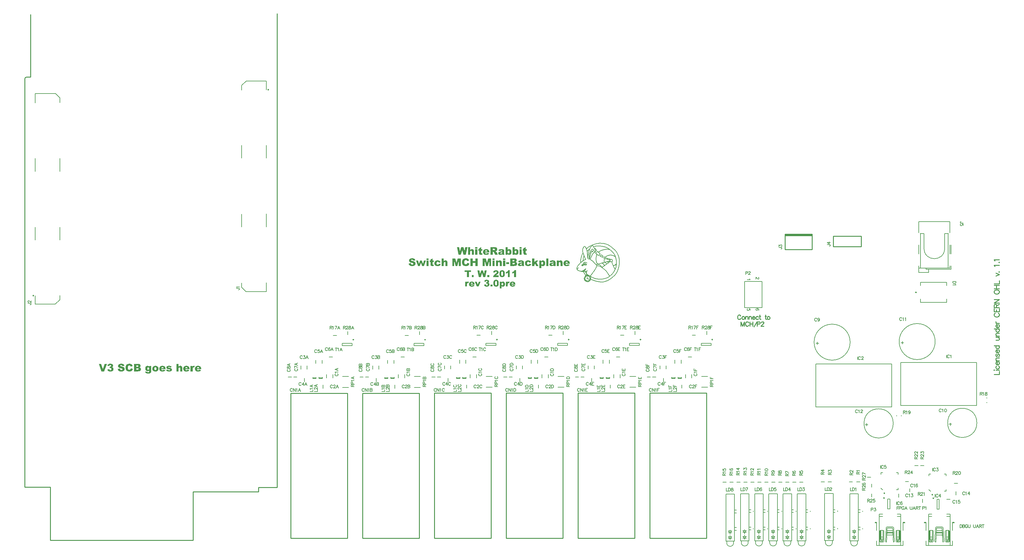
<source format=gto>
%FSLAX25Y25*%
%MOIN*%
G70*
G01*
G75*
G04 Layer_Color=65535*
%ADD10R,0.09646X0.12598*%
%ADD11R,0.07874X0.10630*%
%ADD12R,0.08858X0.01575*%
%ADD13R,0.01772X0.11024*%
%ADD14R,0.01772X0.18504*%
%ADD15R,0.03543X0.03937*%
%ADD16R,0.03740X0.03937*%
%ADD17R,0.07087X0.04528*%
%ADD18R,0.04724X0.03937*%
%ADD19R,0.01969X0.07874*%
%ADD20R,0.03937X0.03740*%
%ADD21R,0.02362X0.03937*%
%ADD22O,0.04000X0.01200*%
%ADD23R,0.03937X0.03543*%
%ADD24O,0.01181X0.04134*%
%ADD25O,0.04134X0.01181*%
%ADD26R,0.13189X0.13189*%
%ADD27R,0.07874X0.09843*%
%ADD28R,0.01969X0.09055*%
%ADD29R,0.03937X0.02362*%
%ADD30R,0.03937X0.03937*%
%ADD31R,0.03740X0.05512*%
%ADD32R,0.05512X0.03740*%
%ADD33C,0.01200*%
%ADD34C,0.00600*%
%ADD35C,0.01100*%
%ADD36C,0.01000*%
%ADD37C,0.01600*%
%ADD38C,0.10000*%
%ADD39C,0.04000*%
%ADD40C,0.03937*%
%ADD41C,0.01969*%
%ADD42C,0.25590*%
%ADD43R,0.07874X0.07874*%
%ADD44C,0.06299*%
%ADD45C,0.03543*%
%ADD46R,0.05906X0.05906*%
%ADD47C,0.05906*%
%ADD48R,0.11811X0.11811*%
%ADD49C,0.11811*%
%ADD50C,0.06000*%
%ADD51R,0.06000X0.06000*%
%ADD52C,0.08268*%
%ADD53R,0.05906X0.05906*%
%ADD54C,0.06693*%
%ADD55C,0.19685*%
%ADD56C,0.02600*%
%ADD57R,0.96000X0.67300*%
%ADD58C,0.10087*%
%ADD59C,0.09299*%
%ADD60C,0.06937*%
%ADD61C,0.16780*%
%ADD62C,0.08118*%
%ADD63C,0.09299*%
%ADD64C,0.06543*%
%ADD65C,0.06543*%
%ADD66C,0.09693*%
%ADD67C,0.06800*%
%ADD68C,0.08512*%
%ADD69C,0.06150*%
%ADD70C,0.15598*%
%ADD71C,0.04200*%
%ADD72R,0.96000X0.67900*%
%ADD73C,0.00984*%
%ADD74C,0.00787*%
%ADD75C,0.00700*%
%ADD76R,0.30709X0.02362*%
G36*
X585413Y334295D02*
X583019D01*
Y335923D01*
X585413D01*
Y334295D01*
D02*
G37*
G36*
X534507D02*
X532114D01*
Y335923D01*
X534507D01*
Y334295D01*
D02*
G37*
G36*
X637205Y320772D02*
X637332D01*
X637474Y320758D01*
X637629Y320729D01*
X637969Y320687D01*
X638323Y320616D01*
X638663Y320517D01*
X638975Y320375D01*
X638989D01*
X639003Y320361D01*
X639045Y320333D01*
X639102Y320305D01*
X639244Y320206D01*
X639414Y320078D01*
X639612Y319908D01*
X639810Y319696D01*
X639994Y319455D01*
X640164Y319186D01*
Y319172D01*
X640178Y319158D01*
X640207Y319101D01*
X640235Y319044D01*
X640263Y318974D01*
X640292Y318875D01*
X640334Y318775D01*
X640377Y318648D01*
X640405Y318521D01*
X640447Y318365D01*
X640518Y318025D01*
X640561Y317629D01*
X640575Y317190D01*
Y316920D01*
X635775D01*
Y316892D01*
X635789Y316821D01*
X635803Y316722D01*
X635831Y316595D01*
X635874Y316453D01*
X635930Y316312D01*
X635987Y316170D01*
X636072Y316057D01*
X636086Y316043D01*
X636143Y316000D01*
X636213Y315929D01*
X636313Y315859D01*
X636454Y315788D01*
X636610Y315717D01*
X636780Y315674D01*
X636978Y315660D01*
X637035D01*
X637106Y315674D01*
X637190Y315689D01*
X637290Y315703D01*
X637403Y315731D01*
X637530Y315774D01*
X637644Y315830D01*
X637658D01*
X637672Y315859D01*
X637714Y315887D01*
X637771Y315929D01*
X637842Y315972D01*
X637913Y316043D01*
X637983Y316127D01*
X638068Y316227D01*
X640433Y316014D01*
Y316000D01*
X640405Y315972D01*
X640377Y315929D01*
X640334Y315859D01*
X640221Y315689D01*
X640065Y315490D01*
X639867Y315264D01*
X639640Y315037D01*
X639399Y314825D01*
X639116Y314655D01*
X639102D01*
X639088Y314641D01*
X639031Y314612D01*
X638975Y314598D01*
X638890Y314570D01*
X638805Y314527D01*
X638691Y314499D01*
X638564Y314457D01*
X638408Y314414D01*
X638252Y314386D01*
X638068Y314357D01*
X637870Y314315D01*
X637658Y314301D01*
X637431Y314273D01*
X637190Y314258D01*
X636737D01*
X636624Y314273D01*
X636511D01*
X636228Y314301D01*
X635916Y314343D01*
X635590Y314400D01*
X635265Y314485D01*
X634981Y314598D01*
X634967D01*
X634953Y314612D01*
X634868Y314669D01*
X634727Y314754D01*
X634571Y314867D01*
X634387Y315023D01*
X634189Y315207D01*
X633990Y315434D01*
X633806Y315703D01*
Y315717D01*
X633792Y315731D01*
X633764Y315774D01*
X633735Y315844D01*
X633693Y315915D01*
X633665Y316000D01*
X633580Y316213D01*
X633481Y316481D01*
X633410Y316779D01*
X633353Y317133D01*
X633339Y317501D01*
Y317515D01*
Y317572D01*
Y317643D01*
X633353Y317742D01*
X633367Y317869D01*
X633396Y318011D01*
X633424Y318181D01*
X633452Y318351D01*
X633566Y318733D01*
X633636Y318931D01*
X633735Y319129D01*
X633835Y319328D01*
X633962Y319512D01*
X634104Y319710D01*
X634273Y319880D01*
X634288Y319894D01*
X634316Y319922D01*
X634373Y319965D01*
X634443Y320022D01*
X634543Y320092D01*
X634656Y320163D01*
X634797Y320248D01*
X634953Y320333D01*
X635123Y320418D01*
X635321Y320503D01*
X635534Y320574D01*
X635760Y320645D01*
X636015Y320701D01*
X636284Y320744D01*
X636567Y320772D01*
X636865Y320786D01*
X637091D01*
X637205Y320772D01*
D02*
G37*
G36*
X483201Y320645D02*
X484517D01*
Y318889D01*
X483201D01*
Y316680D01*
Y316666D01*
Y316623D01*
Y316552D01*
X483215Y316467D01*
X483229Y316297D01*
X483243Y316213D01*
X483271Y316156D01*
Y316142D01*
X483300Y316127D01*
X483370Y316057D01*
X483427Y316014D01*
X483498Y315986D01*
X483583Y315972D01*
X483682Y315958D01*
X483739D01*
X483795Y315972D01*
X483880D01*
X483979Y315986D01*
X484107Y316014D01*
X484248Y316057D01*
X484418Y316099D01*
X484602Y314442D01*
X484588D01*
X484560Y314428D01*
X484517D01*
X484447Y314414D01*
X484376Y314400D01*
X484277Y314386D01*
X484064Y314357D01*
X483809Y314315D01*
X483526Y314287D01*
X483229Y314273D01*
X482931Y314258D01*
X482790D01*
X482634Y314273D01*
X482436Y314287D01*
X482223Y314315D01*
X481997Y314357D01*
X481799Y314414D01*
X481615Y314485D01*
X481600Y314499D01*
X481544Y314527D01*
X481473Y314584D01*
X481374Y314655D01*
X481275Y314754D01*
X481176Y314867D01*
X481076Y315009D01*
X480992Y315179D01*
X480977Y315207D01*
X480963Y315264D01*
X480935Y315377D01*
X480892Y315547D01*
X480850Y315759D01*
X480822Y316014D01*
X480807Y316326D01*
X480793Y316694D01*
Y318889D01*
X479915D01*
Y320645D01*
X480793D01*
Y321792D01*
X483201Y323023D01*
Y320645D01*
D02*
G37*
G36*
X521353Y327300D02*
X518747D01*
X517232Y332723D01*
X515731Y327300D01*
X513112D01*
X511200Y335923D01*
X513721D01*
X514641Y331095D01*
X515972Y335923D01*
X518492D01*
X519823Y331109D01*
X520744Y335923D01*
X523264D01*
X521353Y327300D01*
D02*
G37*
G36*
X554487Y335909D02*
X554770Y335895D01*
X555068Y335867D01*
X555393Y335839D01*
X555691Y335782D01*
X555960Y335711D01*
X555974D01*
X555988Y335697D01*
X556073Y335669D01*
X556186Y335612D01*
X556342Y335527D01*
X556498Y335428D01*
X556682Y335286D01*
X556852Y335116D01*
X557008Y334918D01*
X557022Y334890D01*
X557078Y334819D01*
X557135Y334692D01*
X557220Y334536D01*
X557291Y334323D01*
X557362Y334083D01*
X557404Y333814D01*
X557418Y333516D01*
Y333502D01*
Y333488D01*
Y333403D01*
X557404Y333261D01*
X557376Y333091D01*
X557347Y332907D01*
X557291Y332695D01*
X557206Y332483D01*
X557107Y332284D01*
X557093Y332256D01*
X557050Y332199D01*
X556979Y332100D01*
X556880Y331987D01*
X556767Y331845D01*
X556611Y331704D01*
X556455Y331562D01*
X556257Y331435D01*
X556243Y331421D01*
X556201Y331406D01*
X556115Y331364D01*
X556016Y331321D01*
X555875Y331265D01*
X555719Y331208D01*
X555535Y331152D01*
X555323Y331095D01*
X555337D01*
X555393Y331067D01*
X555478Y331038D01*
X555577Y330996D01*
X555804Y330897D01*
X555917Y330840D01*
X556002Y330783D01*
X556016D01*
X556031Y330755D01*
X556073Y330727D01*
X556115Y330684D01*
X556172Y330613D01*
X556243Y330543D01*
X556328Y330444D01*
X556427Y330316D01*
X556441Y330302D01*
X556469Y330259D01*
X556526Y330203D01*
X556583Y330118D01*
X556710Y329948D01*
X556767Y329863D01*
X556809Y329792D01*
X558112Y327300D01*
X555096D01*
X553666Y329920D01*
X553652Y329948D01*
X553623Y330005D01*
X553567Y330089D01*
X553510Y330203D01*
X553425Y330316D01*
X553354Y330415D01*
X553269Y330514D01*
X553184Y330585D01*
X553170Y330599D01*
X553142Y330613D01*
X553071Y330656D01*
X553000Y330698D01*
X552901Y330727D01*
X552788Y330769D01*
X552661Y330783D01*
X552533Y330798D01*
X552307D01*
Y327300D01*
X549630D01*
Y335923D01*
X554374D01*
X554487Y335909D01*
D02*
G37*
G36*
X534507Y327300D02*
X532114D01*
Y333545D01*
X534507D01*
Y327300D01*
D02*
G37*
G36*
X585413D02*
X583019D01*
Y333545D01*
X585413D01*
Y327300D01*
D02*
G37*
G36*
X562544Y333672D02*
X562827Y333658D01*
X563111Y333629D01*
X563408Y333601D01*
X563663Y333559D01*
X563691D01*
X563776Y333530D01*
X563889Y333502D01*
X564045Y333445D01*
X564215Y333375D01*
X564399Y333290D01*
X564583Y333176D01*
X564753Y333049D01*
X564767Y333035D01*
X564810Y333007D01*
X564866Y332936D01*
X564937Y332865D01*
X565008Y332752D01*
X565093Y332624D01*
X565164Y332468D01*
X565235Y332298D01*
X565249Y332284D01*
X565263Y332213D01*
X565291Y332129D01*
X565334Y332001D01*
X565362Y331859D01*
X565390Y331704D01*
X565405Y331548D01*
X565419Y331378D01*
Y328617D01*
Y328603D01*
Y328546D01*
Y328461D01*
Y328362D01*
X565433Y328135D01*
X565447Y328022D01*
X565461Y327923D01*
Y327909D01*
X565475Y327881D01*
X565489Y327824D01*
X565518Y327753D01*
X565546Y327668D01*
X565589Y327555D01*
X565645Y327442D01*
X565716Y327300D01*
X563465D01*
Y327314D01*
X563450Y327343D01*
X563394Y327442D01*
X563337Y327555D01*
X563295Y327654D01*
Y327682D01*
X563266Y327753D01*
X563238Y327881D01*
X563224Y327965D01*
X563210Y328065D01*
X563196Y328050D01*
X563125Y327994D01*
X563040Y327909D01*
X562912Y327810D01*
X562771Y327711D01*
X562615Y327597D01*
X562445Y327498D01*
X562275Y327413D01*
X562247Y327399D01*
X562162Y327371D01*
X562034Y327328D01*
X561850Y327286D01*
X561638Y327243D01*
X561383Y327201D01*
X561100Y327173D01*
X560788Y327158D01*
X560675D01*
X560604Y327173D01*
X560505D01*
X560406Y327187D01*
X560151Y327229D01*
X559882Y327286D01*
X559599Y327371D01*
X559330Y327498D01*
X559089Y327668D01*
X559061Y327696D01*
X559004Y327767D01*
X558905Y327881D01*
X558806Y328022D01*
X558693Y328206D01*
X558594Y328433D01*
X558537Y328674D01*
X558509Y328943D01*
Y328957D01*
Y328971D01*
Y329056D01*
X558537Y329197D01*
X558565Y329353D01*
X558608Y329537D01*
X558678Y329735D01*
X558778Y329934D01*
X558919Y330118D01*
X558933Y330132D01*
X559004Y330189D01*
X559117Y330274D01*
X559273Y330373D01*
X559486Y330486D01*
X559613Y330543D01*
X559755Y330599D01*
X559910Y330656D01*
X560080Y330698D01*
X560264Y330755D01*
X560463Y330798D01*
X560477D01*
X560519Y330812D01*
X560590Y330826D01*
X560675Y330840D01*
X560788Y330868D01*
X560916Y330883D01*
X561199Y330939D01*
X561482Y331010D01*
X561779Y331067D01*
X561907Y331095D01*
X562034Y331123D01*
X562134Y331152D01*
X562219Y331166D01*
X562233D01*
X562289Y331180D01*
X562374Y331208D01*
X562488Y331251D01*
X562615Y331293D01*
X562757Y331336D01*
X563082Y331463D01*
Y331477D01*
Y331534D01*
X563068Y331605D01*
X563054Y331704D01*
X563011Y331902D01*
X562955Y332001D01*
X562898Y332072D01*
X562884Y332086D01*
X562856Y332100D01*
X562813Y332129D01*
X562742Y332171D01*
X562657Y332199D01*
X562544Y332228D01*
X562403Y332242D01*
X562247Y332256D01*
X562148D01*
X562049Y332242D01*
X561907Y332228D01*
X561624Y332171D01*
X561482Y332129D01*
X561355Y332058D01*
X561341D01*
X561312Y332029D01*
X561270Y331987D01*
X561227Y331944D01*
X561171Y331859D01*
X561100Y331775D01*
X561043Y331661D01*
X560987Y331520D01*
X558693Y331760D01*
Y331789D01*
X558721Y331859D01*
X558749Y331973D01*
X558792Y332100D01*
X558834Y332256D01*
X558905Y332412D01*
X558976Y332553D01*
X559061Y332695D01*
X559075Y332709D01*
X559103Y332752D01*
X559160Y332822D01*
X559245Y332907D01*
X559344Y332992D01*
X559457Y333091D01*
X559599Y333191D01*
X559769Y333290D01*
X559783Y333304D01*
X559825Y333318D01*
X559896Y333361D01*
X560009Y333389D01*
X560137Y333445D01*
X560293Y333488D01*
X560477Y333530D01*
X560675Y333573D01*
X560703D01*
X560774Y333587D01*
X560887Y333615D01*
X561043Y333629D01*
X561241Y333658D01*
X561440Y333672D01*
X561680Y333686D01*
X562303D01*
X562544Y333672D01*
D02*
G37*
G36*
X478768Y314400D02*
X476375D01*
Y320645D01*
X478768D01*
Y314400D01*
D02*
G37*
G36*
X616035D02*
X613628D01*
Y323023D01*
X616035D01*
Y314400D01*
D02*
G37*
G36*
X599907Y318577D02*
X601691Y320645D01*
X604651D01*
X602399Y318450D01*
X604778Y314400D01*
X602074D01*
X600799Y316892D01*
X599907Y316014D01*
Y314400D01*
X597458D01*
Y323023D01*
X599907D01*
Y318577D01*
D02*
G37*
G36*
X571021Y316623D02*
X567537D01*
Y318478D01*
X571021D01*
Y316623D01*
D02*
G37*
G36*
X621289Y320772D02*
X621572Y320758D01*
X621855Y320729D01*
X622153Y320701D01*
X622407Y320659D01*
X622436D01*
X622521Y320630D01*
X622634Y320602D01*
X622790Y320545D01*
X622960Y320475D01*
X623144Y320390D01*
X623328Y320276D01*
X623498Y320149D01*
X623512Y320135D01*
X623554Y320107D01*
X623611Y320036D01*
X623682Y319965D01*
X623753Y319852D01*
X623838Y319724D01*
X623908Y319568D01*
X623979Y319398D01*
X623993Y319384D01*
X624008Y319314D01*
X624036Y319229D01*
X624078Y319101D01*
X624107Y318959D01*
X624135Y318804D01*
X624149Y318648D01*
X624163Y318478D01*
Y315717D01*
Y315703D01*
Y315646D01*
Y315561D01*
Y315462D01*
X624177Y315235D01*
X624192Y315122D01*
X624206Y315023D01*
Y315009D01*
X624220Y314981D01*
X624234Y314924D01*
X624262Y314853D01*
X624291Y314768D01*
X624333Y314655D01*
X624390Y314542D01*
X624461Y314400D01*
X622209D01*
Y314414D01*
X622195Y314442D01*
X622138Y314542D01*
X622082Y314655D01*
X622039Y314754D01*
Y314782D01*
X622011Y314853D01*
X621983Y314981D01*
X621969Y315066D01*
X621954Y315165D01*
X621940Y315150D01*
X621869Y315094D01*
X621784Y315009D01*
X621657Y314910D01*
X621515Y314811D01*
X621360Y314697D01*
X621190Y314598D01*
X621020Y314513D01*
X620991Y314499D01*
X620906Y314471D01*
X620779Y314428D01*
X620595Y314386D01*
X620383Y314343D01*
X620128Y314301D01*
X619844Y314273D01*
X619533Y314258D01*
X619420D01*
X619349Y314273D01*
X619250D01*
X619151Y314287D01*
X618896Y314329D01*
X618627Y314386D01*
X618343Y314471D01*
X618075Y314598D01*
X617834Y314768D01*
X617805Y314796D01*
X617749Y314867D01*
X617650Y314981D01*
X617551Y315122D01*
X617437Y315306D01*
X617338Y315533D01*
X617281Y315774D01*
X617253Y316043D01*
Y316057D01*
Y316071D01*
Y316156D01*
X617281Y316297D01*
X617310Y316453D01*
X617352Y316637D01*
X617423Y316835D01*
X617522Y317034D01*
X617664Y317218D01*
X617678Y317232D01*
X617749Y317289D01*
X617862Y317374D01*
X618018Y317473D01*
X618230Y317586D01*
X618358Y317643D01*
X618499Y317699D01*
X618655Y317756D01*
X618825Y317798D01*
X619009Y317855D01*
X619207Y317898D01*
X619221D01*
X619264Y317912D01*
X619335Y317926D01*
X619420Y317940D01*
X619533Y317968D01*
X619660Y317983D01*
X619944Y318039D01*
X620227Y318110D01*
X620524Y318167D01*
X620652Y318195D01*
X620779Y318223D01*
X620878Y318251D01*
X620963Y318266D01*
X620977D01*
X621034Y318280D01*
X621119Y318308D01*
X621232Y318351D01*
X621360Y318393D01*
X621501Y318436D01*
X621827Y318563D01*
Y318577D01*
Y318634D01*
X621813Y318705D01*
X621799Y318804D01*
X621756Y319002D01*
X621699Y319101D01*
X621643Y319172D01*
X621629Y319186D01*
X621600Y319200D01*
X621558Y319229D01*
X621487Y319271D01*
X621402Y319299D01*
X621289Y319328D01*
X621147Y319342D01*
X620991Y319356D01*
X620892D01*
X620793Y319342D01*
X620652Y319328D01*
X620368Y319271D01*
X620227Y319229D01*
X620099Y319158D01*
X620085D01*
X620057Y319129D01*
X620014Y319087D01*
X619972Y319044D01*
X619915Y318959D01*
X619844Y318875D01*
X619788Y318761D01*
X619731Y318620D01*
X617437Y318860D01*
Y318889D01*
X617466Y318959D01*
X617494Y319073D01*
X617536Y319200D01*
X617579Y319356D01*
X617650Y319512D01*
X617721Y319653D01*
X617805Y319795D01*
X617820Y319809D01*
X617848Y319852D01*
X617905Y319922D01*
X617989Y320007D01*
X618089Y320092D01*
X618202Y320191D01*
X618343Y320291D01*
X618513Y320390D01*
X618528Y320404D01*
X618570Y320418D01*
X618641Y320461D01*
X618754Y320489D01*
X618882Y320545D01*
X619037Y320588D01*
X619221Y320630D01*
X619420Y320673D01*
X619448D01*
X619519Y320687D01*
X619632Y320715D01*
X619788Y320729D01*
X619986Y320758D01*
X620184Y320772D01*
X620425Y320786D01*
X621048D01*
X621289Y320772D01*
D02*
G37*
G36*
X585110D02*
X585393Y320758D01*
X585676Y320729D01*
X585974Y320701D01*
X586229Y320659D01*
X586257D01*
X586342Y320630D01*
X586455Y320602D01*
X586611Y320545D01*
X586781Y320475D01*
X586965Y320390D01*
X587149Y320276D01*
X587319Y320149D01*
X587333Y320135D01*
X587376Y320107D01*
X587432Y320036D01*
X587503Y319965D01*
X587574Y319852D01*
X587659Y319724D01*
X587730Y319568D01*
X587800Y319398D01*
X587815Y319384D01*
X587829Y319314D01*
X587857Y319229D01*
X587899Y319101D01*
X587928Y318959D01*
X587956Y318804D01*
X587970Y318648D01*
X587985Y318478D01*
Y315717D01*
Y315703D01*
Y315646D01*
Y315561D01*
Y315462D01*
X587999Y315235D01*
X588013Y315122D01*
X588027Y315023D01*
Y315009D01*
X588041Y314981D01*
X588055Y314924D01*
X588084Y314853D01*
X588112Y314768D01*
X588154Y314655D01*
X588211Y314542D01*
X588282Y314400D01*
X586030D01*
Y314414D01*
X586016Y314442D01*
X585960Y314542D01*
X585903Y314655D01*
X585860Y314754D01*
Y314782D01*
X585832Y314853D01*
X585804Y314981D01*
X585790Y315066D01*
X585776Y315165D01*
X585761Y315150D01*
X585691Y315094D01*
X585606Y315009D01*
X585478Y314910D01*
X585337Y314811D01*
X585181Y314697D01*
X585011Y314598D01*
X584841Y314513D01*
X584813Y314499D01*
X584728Y314471D01*
X584600Y314428D01*
X584416Y314386D01*
X584204Y314343D01*
X583949Y314301D01*
X583666Y314273D01*
X583354Y314258D01*
X583241D01*
X583170Y314273D01*
X583071D01*
X582972Y314287D01*
X582717Y314329D01*
X582448Y314386D01*
X582165Y314471D01*
X581896Y314598D01*
X581655Y314768D01*
X581627Y314796D01*
X581570Y314867D01*
X581471Y314981D01*
X581372Y315122D01*
X581258Y315306D01*
X581159Y315533D01*
X581103Y315774D01*
X581074Y316043D01*
Y316057D01*
Y316071D01*
Y316156D01*
X581103Y316297D01*
X581131Y316453D01*
X581174Y316637D01*
X581244Y316835D01*
X581343Y317034D01*
X581485Y317218D01*
X581499Y317232D01*
X581570Y317289D01*
X581683Y317374D01*
X581839Y317473D01*
X582051Y317586D01*
X582179Y317643D01*
X582320Y317699D01*
X582476Y317756D01*
X582646Y317798D01*
X582830Y317855D01*
X583029Y317898D01*
X583043D01*
X583085Y317912D01*
X583156Y317926D01*
X583241Y317940D01*
X583354Y317968D01*
X583482Y317983D01*
X583765Y318039D01*
X584048Y318110D01*
X584345Y318167D01*
X584473Y318195D01*
X584600Y318223D01*
X584699Y318251D01*
X584784Y318266D01*
X584798D01*
X584855Y318280D01*
X584940Y318308D01*
X585053Y318351D01*
X585181Y318393D01*
X585322Y318436D01*
X585648Y318563D01*
Y318577D01*
Y318634D01*
X585634Y318705D01*
X585620Y318804D01*
X585577Y319002D01*
X585521Y319101D01*
X585464Y319172D01*
X585450Y319186D01*
X585422Y319200D01*
X585379Y319229D01*
X585308Y319271D01*
X585223Y319299D01*
X585110Y319328D01*
X584968Y319342D01*
X584813Y319356D01*
X584714D01*
X584614Y319342D01*
X584473Y319328D01*
X584190Y319271D01*
X584048Y319229D01*
X583921Y319158D01*
X583906D01*
X583878Y319129D01*
X583836Y319087D01*
X583793Y319044D01*
X583737Y318959D01*
X583666Y318875D01*
X583609Y318761D01*
X583552Y318620D01*
X581258Y318860D01*
Y318889D01*
X581287Y318959D01*
X581315Y319073D01*
X581358Y319200D01*
X581400Y319356D01*
X581471Y319512D01*
X581542Y319653D01*
X581627Y319795D01*
X581641Y319809D01*
X581669Y319852D01*
X581726Y319922D01*
X581811Y320007D01*
X581910Y320092D01*
X582023Y320191D01*
X582165Y320291D01*
X582335Y320390D01*
X582349Y320404D01*
X582391Y320418D01*
X582462Y320461D01*
X582575Y320489D01*
X582703Y320545D01*
X582859Y320588D01*
X583043Y320630D01*
X583241Y320673D01*
X583269D01*
X583340Y320687D01*
X583453Y320715D01*
X583609Y320729D01*
X583807Y320758D01*
X584005Y320772D01*
X584246Y320786D01*
X584869D01*
X585110Y320772D01*
D02*
G37*
G36*
X554411Y314400D02*
X552018D01*
Y320645D01*
X554411D01*
Y314400D01*
D02*
G37*
G36*
X496086Y319837D02*
X496114Y319866D01*
X496171Y319922D01*
X496270Y320007D01*
X496383Y320121D01*
X496539Y320234D01*
X496695Y320361D01*
X496865Y320475D01*
X497049Y320560D01*
X497077Y320574D01*
X497134Y320602D01*
X497233Y320630D01*
X497375Y320673D01*
X497545Y320715D01*
X497743Y320758D01*
X497955Y320772D01*
X498196Y320786D01*
X498295D01*
X498352Y320772D01*
X498437D01*
X498536Y320758D01*
X498762Y320715D01*
X499003Y320645D01*
X499258Y320531D01*
X499513Y320390D01*
X499739Y320191D01*
X499768Y320163D01*
X499796Y320135D01*
X499824Y320078D01*
X499867Y320022D01*
X499923Y319937D01*
X499966Y319852D01*
X500023Y319738D01*
X500079Y319625D01*
X500122Y319483D01*
X500178Y319342D01*
X500221Y319172D01*
X500249Y318988D01*
X500277Y318804D01*
X500306Y318591D01*
Y318365D01*
Y314400D01*
X497899D01*
Y317827D01*
Y317855D01*
Y317926D01*
X497884Y318025D01*
X497870Y318152D01*
X497842Y318280D01*
X497799Y318421D01*
X497743Y318549D01*
X497672Y318648D01*
X497658Y318662D01*
X497629Y318690D01*
X497587Y318733D01*
X497516Y318775D01*
X497431Y318818D01*
X497332Y318860D01*
X497205Y318889D01*
X497063Y318903D01*
X496992D01*
X496907Y318889D01*
X496808Y318860D01*
X496695Y318818D01*
X496582Y318761D01*
X496468Y318676D01*
X496355Y318563D01*
X496341Y318549D01*
X496313Y318506D01*
X496270Y318421D01*
X496228Y318294D01*
X496171Y318138D01*
X496129Y317926D01*
X496100Y317685D01*
X496086Y317388D01*
Y314400D01*
X493693D01*
Y323023D01*
X496086D01*
Y319837D01*
D02*
G37*
G36*
X577364Y323009D02*
X577464D01*
X577577Y322995D01*
X577860Y322953D01*
X578172Y322868D01*
X578483Y322754D01*
X578795Y322613D01*
X578936Y322514D01*
X579064Y322400D01*
X579078D01*
X579092Y322372D01*
X579177Y322287D01*
X579276Y322160D01*
X579403Y321976D01*
X579531Y321749D01*
X579644Y321494D01*
X579715Y321197D01*
X579729Y321041D01*
X579743Y320871D01*
Y320857D01*
Y320843D01*
Y320800D01*
Y320744D01*
X579715Y320602D01*
X579687Y320418D01*
X579630Y320220D01*
X579545Y319993D01*
X579418Y319767D01*
X579262Y319554D01*
X579248Y319540D01*
X579205Y319498D01*
X579120Y319427D01*
X579021Y319342D01*
X578894Y319257D01*
X578724Y319158D01*
X578540Y319059D01*
X578327Y318974D01*
X578341D01*
X578370Y318959D01*
X578412Y318945D01*
X578483Y318931D01*
X578653Y318875D01*
X578851Y318804D01*
X579078Y318690D01*
X579304Y318563D01*
X579517Y318407D01*
X579701Y318209D01*
X579715Y318181D01*
X579772Y318110D01*
X579843Y317997D01*
X579927Y317841D01*
X579998Y317643D01*
X580069Y317416D01*
X580126Y317147D01*
X580140Y316850D01*
Y316835D01*
Y316821D01*
Y316736D01*
X580126Y316609D01*
X580097Y316439D01*
X580055Y316255D01*
X579998Y316057D01*
X579927Y315844D01*
X579814Y315632D01*
X579800Y315604D01*
X579757Y315547D01*
X579687Y315448D01*
X579588Y315335D01*
X579474Y315193D01*
X579319Y315066D01*
X579163Y314924D01*
X578965Y314796D01*
X578950Y314782D01*
X578908Y314768D01*
X578823Y314726D01*
X578724Y314683D01*
X578582Y314641D01*
X578398Y314598D01*
X578200Y314556D01*
X577959Y314513D01*
X577917D01*
X577874Y314499D01*
X577818D01*
X577662Y314485D01*
X577464Y314457D01*
X577265Y314442D01*
X577067Y314414D01*
X576897Y314400D01*
X572168D01*
Y323023D01*
X577265D01*
X577364Y323009D01*
D02*
G37*
G36*
X566461Y314400D02*
X564068D01*
Y320645D01*
X566461D01*
Y314400D01*
D02*
G37*
G36*
X192016Y198837D02*
X192044Y198866D01*
X192101Y198922D01*
X192200Y199007D01*
X192313Y199121D01*
X192469Y199234D01*
X192625Y199361D01*
X192795Y199475D01*
X192979Y199560D01*
X193007Y199574D01*
X193064Y199602D01*
X193163Y199630D01*
X193305Y199673D01*
X193475Y199715D01*
X193673Y199758D01*
X193885Y199772D01*
X194126Y199786D01*
X194225D01*
X194282Y199772D01*
X194367D01*
X194466Y199758D01*
X194692Y199715D01*
X194933Y199645D01*
X195188Y199531D01*
X195443Y199390D01*
X195669Y199191D01*
X195698Y199163D01*
X195726Y199135D01*
X195754Y199078D01*
X195797Y199021D01*
X195853Y198937D01*
X195896Y198852D01*
X195953Y198738D01*
X196009Y198625D01*
X196052Y198483D01*
X196108Y198342D01*
X196151Y198172D01*
X196179Y197988D01*
X196207Y197804D01*
X196236Y197591D01*
Y197365D01*
Y193400D01*
X193829D01*
Y196827D01*
Y196855D01*
Y196926D01*
X193814Y197025D01*
X193800Y197152D01*
X193772Y197280D01*
X193729Y197421D01*
X193673Y197549D01*
X193602Y197648D01*
X193588Y197662D01*
X193560Y197690D01*
X193517Y197733D01*
X193446Y197775D01*
X193361Y197818D01*
X193262Y197860D01*
X193135Y197889D01*
X192993Y197903D01*
X192922D01*
X192837Y197889D01*
X192738Y197860D01*
X192625Y197818D01*
X192512Y197761D01*
X192398Y197676D01*
X192285Y197563D01*
X192271Y197549D01*
X192243Y197506D01*
X192200Y197421D01*
X192158Y197294D01*
X192101Y197138D01*
X192059Y196926D01*
X192030Y196685D01*
X192016Y196388D01*
Y193400D01*
X189623D01*
Y202023D01*
X192016D01*
Y198837D01*
D02*
G37*
G36*
X146081Y202009D02*
X146180D01*
X146293Y201995D01*
X146577Y201953D01*
X146888Y201868D01*
X147200Y201754D01*
X147511Y201613D01*
X147653Y201514D01*
X147780Y201400D01*
X147794D01*
X147809Y201372D01*
X147894Y201287D01*
X147993Y201160D01*
X148120Y200976D01*
X148248Y200749D01*
X148361Y200494D01*
X148432Y200197D01*
X148446Y200041D01*
X148460Y199871D01*
Y199857D01*
Y199843D01*
Y199800D01*
Y199744D01*
X148432Y199602D01*
X148403Y199418D01*
X148347Y199220D01*
X148262Y198993D01*
X148134Y198767D01*
X147978Y198554D01*
X147964Y198540D01*
X147922Y198498D01*
X147837Y198427D01*
X147738Y198342D01*
X147610Y198257D01*
X147440Y198158D01*
X147256Y198059D01*
X147044Y197974D01*
X147058D01*
X147086Y197959D01*
X147129Y197945D01*
X147200Y197931D01*
X147370Y197875D01*
X147568Y197804D01*
X147794Y197690D01*
X148021Y197563D01*
X148233Y197407D01*
X148417Y197209D01*
X148432Y197181D01*
X148488Y197110D01*
X148559Y196997D01*
X148644Y196841D01*
X148715Y196643D01*
X148786Y196416D01*
X148842Y196147D01*
X148856Y195850D01*
Y195835D01*
Y195821D01*
Y195736D01*
X148842Y195609D01*
X148814Y195439D01*
X148771Y195255D01*
X148715Y195057D01*
X148644Y194844D01*
X148531Y194632D01*
X148517Y194604D01*
X148474Y194547D01*
X148403Y194448D01*
X148304Y194335D01*
X148191Y194193D01*
X148035Y194065D01*
X147879Y193924D01*
X147681Y193797D01*
X147667Y193782D01*
X147625Y193768D01*
X147539Y193726D01*
X147440Y193683D01*
X147299Y193641D01*
X147115Y193598D01*
X146916Y193556D01*
X146676Y193513D01*
X146633D01*
X146591Y193499D01*
X146534D01*
X146378Y193485D01*
X146180Y193457D01*
X145982Y193442D01*
X145784Y193414D01*
X145614Y193400D01*
X140884D01*
Y202023D01*
X145982D01*
X146081Y202009D01*
D02*
G37*
G36*
X181495Y199772D02*
X181736Y199758D01*
X182005Y199744D01*
X182288Y199715D01*
X182543Y199659D01*
X182770Y199602D01*
X182798Y199588D01*
X182855Y199574D01*
X182954Y199531D01*
X183081Y199475D01*
X183223Y199404D01*
X183379Y199305D01*
X183520Y199206D01*
X183662Y199078D01*
X183676Y199064D01*
X183718Y199007D01*
X183789Y198937D01*
X183874Y198823D01*
X183959Y198682D01*
X184058Y198526D01*
X184157Y198328D01*
X184256Y198115D01*
X181991Y197889D01*
Y197903D01*
X181977Y197931D01*
X181948Y197988D01*
X181920Y198059D01*
X181821Y198200D01*
X181764Y198271D01*
X181693Y198328D01*
X181679Y198342D01*
X181637Y198356D01*
X181580Y198384D01*
X181495Y198427D01*
X181396Y198469D01*
X181283Y198498D01*
X181141Y198512D01*
X181000Y198526D01*
X180929D01*
X180858Y198512D01*
X180773D01*
X180575Y198455D01*
X180490Y198427D01*
X180405Y198370D01*
X180391D01*
X180377Y198342D01*
X180320Y198271D01*
X180249Y198172D01*
X180235Y198101D01*
X180221Y198030D01*
Y198016D01*
Y197988D01*
X180249Y197903D01*
X180277Y197846D01*
X180320Y197790D01*
X180377Y197733D01*
X180447Y197676D01*
X180462D01*
X180504Y197662D01*
X180561Y197634D01*
X180674Y197606D01*
X180801Y197577D01*
X180985Y197535D01*
X181212Y197506D01*
X181481Y197464D01*
X181538D01*
X181594Y197450D01*
X181679Y197436D01*
X181778Y197421D01*
X181892Y197407D01*
X182147Y197365D01*
X182430Y197322D01*
X182727Y197251D01*
X183010Y197181D01*
X183138Y197138D01*
X183251Y197096D01*
X183279Y197082D01*
X183350Y197053D01*
X183449Y196997D01*
X183591Y196926D01*
X183732Y196827D01*
X183888Y196699D01*
X184030Y196558D01*
X184157Y196402D01*
X184171Y196388D01*
X184200Y196331D01*
X184256Y196232D01*
X184313Y196119D01*
X184370Y195977D01*
X184426Y195807D01*
X184455Y195623D01*
X184469Y195425D01*
Y195397D01*
Y195340D01*
X184455Y195227D01*
X184426Y195085D01*
X184384Y194929D01*
X184327Y194745D01*
X184242Y194561D01*
X184129Y194363D01*
X184115Y194335D01*
X184072Y194278D01*
X183987Y194193D01*
X183874Y194065D01*
X183732Y193938D01*
X183563Y193811D01*
X183350Y193683D01*
X183095Y193556D01*
X183081D01*
X183067Y193542D01*
X183025Y193527D01*
X182968Y193513D01*
X182897Y193485D01*
X182812Y193457D01*
X182713Y193428D01*
X182600Y193414D01*
X182472Y193386D01*
X182331Y193358D01*
X181991Y193301D01*
X181623Y193273D01*
X181184Y193258D01*
X181028D01*
X180901Y193273D01*
X180759D01*
X180603Y193287D01*
X180419Y193301D01*
X180235Y193315D01*
X179839Y193372D01*
X179428Y193457D01*
X179230Y193513D01*
X179045Y193584D01*
X178890Y193655D01*
X178734Y193740D01*
X178720D01*
X178706Y193768D01*
X178621Y193825D01*
X178493Y193938D01*
X178352Y194094D01*
X178196Y194292D01*
X178040Y194533D01*
X177913Y194802D01*
X177814Y195127D01*
X180192Y195354D01*
Y195340D01*
X180221Y195283D01*
X180249Y195212D01*
X180292Y195113D01*
X180419Y194915D01*
X180504Y194830D01*
X180603Y194745D01*
X180617D01*
X180646Y194717D01*
X180716Y194689D01*
X180787Y194660D01*
X180901Y194632D01*
X181014Y194604D01*
X181155Y194589D01*
X181311Y194575D01*
X181396D01*
X181481Y194589D01*
X181580Y194604D01*
X181835Y194660D01*
X181948Y194703D01*
X182062Y194773D01*
X182076Y194788D01*
X182090Y194802D01*
X182175Y194887D01*
X182246Y195000D01*
X182260Y195071D01*
X182274Y195156D01*
Y195170D01*
Y195198D01*
X182260Y195241D01*
X182246Y195297D01*
X182203Y195368D01*
X182161Y195425D01*
X182090Y195496D01*
X181991Y195552D01*
X181977D01*
X181948Y195566D01*
X181878Y195595D01*
X181793Y195623D01*
X181651Y195666D01*
X181467Y195708D01*
X181240Y195751D01*
X181113Y195779D01*
X180957Y195807D01*
X180943D01*
X180901Y195821D01*
X180844Y195835D01*
X180759Y195850D01*
X180660Y195864D01*
X180532Y195878D01*
X180277Y195935D01*
X179994Y195991D01*
X179697Y196062D01*
X179442Y196133D01*
X179329Y196175D01*
X179230Y196204D01*
X179215Y196218D01*
X179145Y196246D01*
X179060Y196289D01*
X178946Y196345D01*
X178819Y196430D01*
X178677Y196544D01*
X178536Y196671D01*
X178408Y196827D01*
X178394Y196841D01*
X178352Y196912D01*
X178309Y196997D01*
X178253Y197124D01*
X178182Y197266D01*
X178139Y197436D01*
X178097Y197620D01*
X178083Y197832D01*
Y197846D01*
Y197860D01*
Y197931D01*
X178097Y198045D01*
X178125Y198186D01*
X178168Y198356D01*
X178238Y198526D01*
X178323Y198710D01*
X178437Y198880D01*
X178451Y198894D01*
X178507Y198951D01*
X178578Y199036D01*
X178691Y199135D01*
X178833Y199248D01*
X179003Y199361D01*
X179187Y199460D01*
X179414Y199560D01*
X179428D01*
X179442Y199574D01*
X179484Y199588D01*
X179527Y199602D01*
X179669Y199630D01*
X179867Y199673D01*
X180107Y199715D01*
X180405Y199758D01*
X180731Y199772D01*
X181113Y199786D01*
X181396D01*
X181495Y199772D01*
D02*
G37*
G36*
X106645Y193400D02*
X103757D01*
X100500Y202023D01*
X103275D01*
X105229Y195807D01*
X107141Y202023D01*
X109860D01*
X106645Y193400D01*
D02*
G37*
G36*
X214630Y199772D02*
X214757D01*
X214899Y199758D01*
X215054Y199730D01*
X215394Y199687D01*
X215748Y199616D01*
X216088Y199517D01*
X216400Y199375D01*
X216414D01*
X216428Y199361D01*
X216470Y199333D01*
X216527Y199305D01*
X216669Y199206D01*
X216839Y199078D01*
X217037Y198908D01*
X217235Y198696D01*
X217419Y198455D01*
X217589Y198186D01*
Y198172D01*
X217603Y198158D01*
X217632Y198101D01*
X217660Y198045D01*
X217688Y197974D01*
X217717Y197875D01*
X217759Y197775D01*
X217801Y197648D01*
X217830Y197521D01*
X217872Y197365D01*
X217943Y197025D01*
X217986Y196628D01*
X218000Y196189D01*
Y195921D01*
X213199D01*
Y195892D01*
X213214Y195821D01*
X213228Y195722D01*
X213256Y195595D01*
X213299Y195453D01*
X213355Y195312D01*
X213412Y195170D01*
X213497Y195057D01*
X213511Y195043D01*
X213568Y195000D01*
X213638Y194929D01*
X213738Y194859D01*
X213879Y194788D01*
X214035Y194717D01*
X214205Y194674D01*
X214403Y194660D01*
X214460D01*
X214530Y194674D01*
X214615Y194689D01*
X214715Y194703D01*
X214828Y194731D01*
X214955Y194773D01*
X215069Y194830D01*
X215083D01*
X215097Y194859D01*
X215139Y194887D01*
X215196Y194929D01*
X215267Y194972D01*
X215338Y195043D01*
X215408Y195127D01*
X215493Y195227D01*
X217858Y195014D01*
Y195000D01*
X217830Y194972D01*
X217801Y194929D01*
X217759Y194859D01*
X217646Y194689D01*
X217490Y194490D01*
X217292Y194264D01*
X217065Y194037D01*
X216824Y193825D01*
X216541Y193655D01*
X216527D01*
X216513Y193641D01*
X216456Y193612D01*
X216400Y193598D01*
X216315Y193570D01*
X216230Y193527D01*
X216116Y193499D01*
X215989Y193457D01*
X215833Y193414D01*
X215677Y193386D01*
X215493Y193358D01*
X215295Y193315D01*
X215083Y193301D01*
X214856Y193273D01*
X214615Y193258D01*
X214162D01*
X214049Y193273D01*
X213936D01*
X213653Y193301D01*
X213341Y193343D01*
X213015Y193400D01*
X212690Y193485D01*
X212406Y193598D01*
X212392D01*
X212378Y193612D01*
X212293Y193669D01*
X212152Y193754D01*
X211996Y193867D01*
X211812Y194023D01*
X211613Y194207D01*
X211415Y194434D01*
X211231Y194703D01*
Y194717D01*
X211217Y194731D01*
X211189Y194773D01*
X211160Y194844D01*
X211118Y194915D01*
X211090Y195000D01*
X211005Y195212D01*
X210906Y195482D01*
X210835Y195779D01*
X210778Y196133D01*
X210764Y196501D01*
Y196515D01*
Y196572D01*
Y196643D01*
X210778Y196742D01*
X210792Y196869D01*
X210821Y197011D01*
X210849Y197181D01*
X210877Y197351D01*
X210991Y197733D01*
X211061Y197931D01*
X211160Y198129D01*
X211260Y198328D01*
X211387Y198512D01*
X211529Y198710D01*
X211699Y198880D01*
X211713Y198894D01*
X211741Y198922D01*
X211798Y198965D01*
X211868Y199021D01*
X211967Y199092D01*
X212081Y199163D01*
X212222Y199248D01*
X212378Y199333D01*
X212548Y199418D01*
X212746Y199503D01*
X212959Y199574D01*
X213185Y199645D01*
X213440Y199701D01*
X213709Y199744D01*
X213992Y199772D01*
X214290Y199786D01*
X214516D01*
X214630Y199772D01*
D02*
G37*
G36*
X165735D02*
X165891Y199758D01*
X166075Y199730D01*
X166273Y199701D01*
X166486Y199645D01*
X166712Y199588D01*
X166953Y199517D01*
X167179Y199432D01*
X167420Y199333D01*
X167647Y199206D01*
X167873Y199050D01*
X168086Y198894D01*
X168270Y198696D01*
X168284Y198682D01*
X168298Y198653D01*
X168341Y198611D01*
X168397Y198540D01*
X168454Y198455D01*
X168510Y198356D01*
X168581Y198229D01*
X168666Y198101D01*
X168737Y197945D01*
X168808Y197775D01*
X168921Y197407D01*
X169020Y196997D01*
X169034Y196770D01*
X169049Y196529D01*
Y196515D01*
Y196473D01*
Y196388D01*
X169034Y196289D01*
X169020Y196175D01*
X168992Y196034D01*
X168964Y195878D01*
X168935Y195694D01*
X168808Y195326D01*
X168737Y195127D01*
X168638Y194929D01*
X168539Y194731D01*
X168397Y194547D01*
X168256Y194363D01*
X168086Y194179D01*
X168071Y194165D01*
X168043Y194136D01*
X167987Y194094D01*
X167916Y194037D01*
X167817Y193966D01*
X167689Y193881D01*
X167548Y193811D01*
X167392Y193726D01*
X167222Y193627D01*
X167009Y193556D01*
X166797Y193471D01*
X166556Y193400D01*
X166302Y193343D01*
X166033Y193301D01*
X165749Y193273D01*
X165438Y193258D01*
X165296D01*
X165183Y193273D01*
X165055Y193287D01*
X164914Y193301D01*
X164744Y193315D01*
X164560Y193358D01*
X164178Y193442D01*
X163767Y193570D01*
X163569Y193655D01*
X163356Y193768D01*
X163172Y193881D01*
X162988Y194009D01*
X162974Y194023D01*
X162946Y194051D01*
X162889Y194108D01*
X162818Y194179D01*
X162719Y194278D01*
X162634Y194391D01*
X162521Y194519D01*
X162422Y194674D01*
X162323Y194844D01*
X162209Y195028D01*
X162124Y195241D01*
X162039Y195467D01*
X161954Y195694D01*
X161898Y195949D01*
X161869Y196218D01*
X161855Y196501D01*
Y196515D01*
Y196558D01*
Y196643D01*
X161869Y196742D01*
X161884Y196855D01*
X161912Y196997D01*
X161940Y197167D01*
X161983Y197336D01*
X162096Y197705D01*
X162167Y197903D01*
X162266Y198101D01*
X162379Y198299D01*
X162507Y198483D01*
X162648Y198668D01*
X162818Y198852D01*
X162832Y198866D01*
X162861Y198894D01*
X162917Y198937D01*
X162988Y198993D01*
X163087Y199064D01*
X163215Y199149D01*
X163342Y199234D01*
X163512Y199319D01*
X163682Y199404D01*
X163880Y199489D01*
X164093Y199574D01*
X164319Y199645D01*
X164574Y199701D01*
X164843Y199744D01*
X165126Y199772D01*
X165424Y199786D01*
X165608D01*
X165735Y199772D01*
D02*
G37*
G36*
X156616D02*
X156786Y199758D01*
X156984Y199730D01*
X157183Y199673D01*
X157381Y199616D01*
X157565Y199531D01*
X157593Y199517D01*
X157650Y199489D01*
X157735Y199418D01*
X157862Y199333D01*
X158004Y199220D01*
X158145Y199078D01*
X158315Y198908D01*
X158471Y198710D01*
Y199645D01*
X160708D01*
Y193740D01*
Y193457D01*
Y193428D01*
Y193358D01*
X160694Y193244D01*
X160680Y193103D01*
X160652Y192947D01*
X160595Y192763D01*
X160538Y192565D01*
X160453Y192366D01*
X160439Y192338D01*
X160411Y192281D01*
X160354Y192182D01*
X160284Y192055D01*
X160184Y191913D01*
X160071Y191772D01*
X159944Y191630D01*
X159788Y191503D01*
X159774Y191488D01*
X159717Y191446D01*
X159618Y191389D01*
X159505Y191319D01*
X159349Y191234D01*
X159179Y191163D01*
X158967Y191078D01*
X158740Y191021D01*
X158712D01*
X158627Y190993D01*
X158499Y190979D01*
X158315Y190950D01*
X158103Y190922D01*
X157848Y190894D01*
X157565Y190879D01*
X157267Y190865D01*
X157083D01*
X156956Y190879D01*
X156814D01*
X156630Y190894D01*
X156446Y190908D01*
X156234Y190936D01*
X155809Y191007D01*
X155384Y191106D01*
X155172Y191163D01*
X154988Y191248D01*
X154818Y191333D01*
X154676Y191432D01*
X154662D01*
X154648Y191460D01*
X154563Y191531D01*
X154464Y191658D01*
X154336Y191828D01*
X154209Y192055D01*
X154096Y192310D01*
X154011Y192607D01*
X153997Y192777D01*
X153982Y192947D01*
Y192975D01*
Y193032D01*
Y193131D01*
Y193258D01*
X156319Y192989D01*
Y192975D01*
X156333Y192933D01*
X156361Y192890D01*
X156389Y192819D01*
X156474Y192678D01*
X156517Y192607D01*
X156588Y192550D01*
X156602Y192536D01*
X156630Y192522D01*
X156701Y192494D01*
X156772Y192465D01*
X156871Y192423D01*
X156984Y192395D01*
X157112Y192380D01*
X157253Y192366D01*
X157338D01*
X157437Y192380D01*
X157551Y192409D01*
X157678Y192437D01*
X157806Y192480D01*
X157933Y192550D01*
X158032Y192649D01*
X158046Y192664D01*
X158075Y192706D01*
X158117Y192777D01*
X158174Y192876D01*
X158216Y193003D01*
X158259Y193159D01*
X158287Y193358D01*
X158301Y193598D01*
Y194533D01*
X158287Y194519D01*
X158245Y194462D01*
X158159Y194391D01*
X158075Y194306D01*
X157961Y194207D01*
X157848Y194108D01*
X157706Y194023D01*
X157579Y193938D01*
X157551Y193924D01*
X157480Y193896D01*
X157367Y193853D01*
X157225Y193797D01*
X157041Y193740D01*
X156843Y193697D01*
X156630Y193669D01*
X156389Y193655D01*
X156333D01*
X156262Y193669D01*
X156177D01*
X156078Y193683D01*
X155951Y193711D01*
X155809Y193740D01*
X155667Y193797D01*
X155497Y193853D01*
X155342Y193924D01*
X155172Y194009D01*
X155002Y194122D01*
X154832Y194235D01*
X154662Y194391D01*
X154506Y194547D01*
X154350Y194745D01*
Y194759D01*
X154322Y194788D01*
X154308Y194830D01*
X154265Y194887D01*
X154223Y194972D01*
X154181Y195057D01*
X154138Y195170D01*
X154081Y195297D01*
X154025Y195439D01*
X153982Y195595D01*
X153897Y195935D01*
X153841Y196345D01*
X153812Y196798D01*
Y196813D01*
Y196869D01*
Y196940D01*
X153827Y197039D01*
X153841Y197167D01*
X153855Y197294D01*
X153869Y197450D01*
X153897Y197620D01*
X153982Y197988D01*
X154110Y198356D01*
X154195Y198526D01*
X154294Y198710D01*
X154393Y198866D01*
X154520Y199021D01*
X154535Y199036D01*
X154549Y199050D01*
X154591Y199092D01*
X154648Y199135D01*
X154719Y199206D01*
X154804Y199262D01*
X155016Y199404D01*
X155285Y199545D01*
X155597Y199673D01*
X155951Y199758D01*
X156149Y199772D01*
X156361Y199786D01*
X156489D01*
X156616Y199772D01*
D02*
G37*
G36*
X201234D02*
X201362D01*
X201503Y199758D01*
X201659Y199730D01*
X201999Y199687D01*
X202353Y199616D01*
X202693Y199517D01*
X203004Y199375D01*
X203018D01*
X203033Y199361D01*
X203075Y199333D01*
X203132Y199305D01*
X203273Y199206D01*
X203443Y199078D01*
X203641Y198908D01*
X203840Y198696D01*
X204024Y198455D01*
X204194Y198186D01*
Y198172D01*
X204208Y198158D01*
X204236Y198101D01*
X204264Y198045D01*
X204293Y197974D01*
X204321Y197875D01*
X204364Y197775D01*
X204406Y197648D01*
X204434Y197521D01*
X204477Y197365D01*
X204548Y197025D01*
X204590Y196628D01*
X204604Y196189D01*
Y195921D01*
X199804D01*
Y195892D01*
X199818Y195821D01*
X199832Y195722D01*
X199861Y195595D01*
X199903Y195453D01*
X199960Y195312D01*
X200016Y195170D01*
X200101Y195057D01*
X200116Y195043D01*
X200172Y195000D01*
X200243Y194929D01*
X200342Y194859D01*
X200484Y194788D01*
X200640Y194717D01*
X200809Y194674D01*
X201008Y194660D01*
X201064D01*
X201135Y194674D01*
X201220Y194689D01*
X201319Y194703D01*
X201432Y194731D01*
X201560Y194773D01*
X201673Y194830D01*
X201687D01*
X201701Y194859D01*
X201744Y194887D01*
X201801Y194929D01*
X201871Y194972D01*
X201942Y195043D01*
X202013Y195127D01*
X202098Y195227D01*
X204463Y195014D01*
Y195000D01*
X204434Y194972D01*
X204406Y194929D01*
X204364Y194859D01*
X204250Y194689D01*
X204095Y194490D01*
X203896Y194264D01*
X203670Y194037D01*
X203429Y193825D01*
X203146Y193655D01*
X203132D01*
X203117Y193641D01*
X203061Y193612D01*
X203004Y193598D01*
X202919Y193570D01*
X202834Y193527D01*
X202721Y193499D01*
X202594Y193457D01*
X202438Y193414D01*
X202282Y193386D01*
X202098Y193358D01*
X201900Y193315D01*
X201687Y193301D01*
X201461Y193273D01*
X201220Y193258D01*
X200767D01*
X200654Y193273D01*
X200540D01*
X200257Y193301D01*
X199946Y193343D01*
X199620Y193400D01*
X199294Y193485D01*
X199011Y193598D01*
X198997D01*
X198983Y193612D01*
X198898Y193669D01*
X198756Y193754D01*
X198600Y193867D01*
X198416Y194023D01*
X198218Y194207D01*
X198020Y194434D01*
X197836Y194703D01*
Y194717D01*
X197822Y194731D01*
X197793Y194773D01*
X197765Y194844D01*
X197723Y194915D01*
X197694Y195000D01*
X197609Y195212D01*
X197510Y195482D01*
X197439Y195779D01*
X197383Y196133D01*
X197369Y196501D01*
Y196515D01*
Y196572D01*
Y196643D01*
X197383Y196742D01*
X197397Y196869D01*
X197425Y197011D01*
X197453Y197181D01*
X197482Y197351D01*
X197595Y197733D01*
X197666Y197931D01*
X197765Y198129D01*
X197864Y198328D01*
X197992Y198512D01*
X198133Y198710D01*
X198303Y198880D01*
X198317Y198894D01*
X198346Y198922D01*
X198402Y198965D01*
X198473Y199021D01*
X198572Y199092D01*
X198685Y199163D01*
X198827Y199248D01*
X198983Y199333D01*
X199153Y199418D01*
X199351Y199503D01*
X199563Y199574D01*
X199790Y199645D01*
X200045Y199701D01*
X200314Y199744D01*
X200597Y199772D01*
X200894Y199786D01*
X201121D01*
X201234Y199772D01*
D02*
G37*
G36*
X173764D02*
X173891D01*
X174033Y199758D01*
X174189Y199730D01*
X174529Y199687D01*
X174882Y199616D01*
X175222Y199517D01*
X175534Y199375D01*
X175548D01*
X175562Y199361D01*
X175605Y199333D01*
X175661Y199305D01*
X175803Y199206D01*
X175973Y199078D01*
X176171Y198908D01*
X176369Y198696D01*
X176553Y198455D01*
X176723Y198186D01*
Y198172D01*
X176737Y198158D01*
X176766Y198101D01*
X176794Y198045D01*
X176822Y197974D01*
X176851Y197875D01*
X176893Y197775D01*
X176936Y197648D01*
X176964Y197521D01*
X177006Y197365D01*
X177077Y197025D01*
X177120Y196628D01*
X177134Y196189D01*
Y195921D01*
X172334D01*
Y195892D01*
X172348Y195821D01*
X172362Y195722D01*
X172390Y195595D01*
X172433Y195453D01*
X172489Y195312D01*
X172546Y195170D01*
X172631Y195057D01*
X172645Y195043D01*
X172702Y195000D01*
X172773Y194929D01*
X172872Y194859D01*
X173013Y194788D01*
X173169Y194717D01*
X173339Y194674D01*
X173537Y194660D01*
X173594D01*
X173665Y194674D01*
X173750Y194689D01*
X173849Y194703D01*
X173962Y194731D01*
X174090Y194773D01*
X174203Y194830D01*
X174217D01*
X174231Y194859D01*
X174274Y194887D01*
X174330Y194929D01*
X174401Y194972D01*
X174472Y195043D01*
X174543Y195127D01*
X174628Y195227D01*
X176992Y195014D01*
Y195000D01*
X176964Y194972D01*
X176936Y194929D01*
X176893Y194859D01*
X176780Y194689D01*
X176624Y194490D01*
X176426Y194264D01*
X176199Y194037D01*
X175959Y193825D01*
X175675Y193655D01*
X175661D01*
X175647Y193641D01*
X175591Y193612D01*
X175534Y193598D01*
X175449Y193570D01*
X175364Y193527D01*
X175251Y193499D01*
X175123Y193457D01*
X174967Y193414D01*
X174812Y193386D01*
X174628Y193358D01*
X174429Y193315D01*
X174217Y193301D01*
X173990Y193273D01*
X173750Y193258D01*
X173297D01*
X173183Y193273D01*
X173070D01*
X172787Y193301D01*
X172475Y193343D01*
X172150Y193400D01*
X171824Y193485D01*
X171541Y193598D01*
X171527D01*
X171512Y193612D01*
X171427Y193669D01*
X171286Y193754D01*
X171130Y193867D01*
X170946Y194023D01*
X170748Y194207D01*
X170549Y194434D01*
X170365Y194703D01*
Y194717D01*
X170351Y194731D01*
X170323Y194773D01*
X170295Y194844D01*
X170252Y194915D01*
X170224Y195000D01*
X170139Y195212D01*
X170040Y195482D01*
X169969Y195779D01*
X169912Y196133D01*
X169898Y196501D01*
Y196515D01*
Y196572D01*
Y196643D01*
X169912Y196742D01*
X169927Y196869D01*
X169955Y197011D01*
X169983Y197181D01*
X170011Y197351D01*
X170125Y197733D01*
X170195Y197931D01*
X170295Y198129D01*
X170394Y198328D01*
X170521Y198512D01*
X170663Y198710D01*
X170833Y198880D01*
X170847Y198894D01*
X170875Y198922D01*
X170932Y198965D01*
X171003Y199021D01*
X171102Y199092D01*
X171215Y199163D01*
X171357Y199248D01*
X171512Y199333D01*
X171682Y199418D01*
X171881Y199503D01*
X172093Y199574D01*
X172319Y199645D01*
X172574Y199701D01*
X172843Y199744D01*
X173127Y199772D01*
X173424Y199786D01*
X173651D01*
X173764Y199772D01*
D02*
G37*
G36*
X209688D02*
X209829Y199744D01*
X209999Y199701D01*
X210197Y199645D01*
X210424Y199560D01*
X210651Y199446D01*
X209900Y197747D01*
X209886Y197761D01*
X209829Y197775D01*
X209759Y197804D01*
X209659Y197846D01*
X209447Y197903D01*
X209334Y197917D01*
X209235Y197931D01*
X209164D01*
X209079Y197917D01*
X208966Y197889D01*
X208852Y197832D01*
X208739Y197761D01*
X208612Y197662D01*
X208512Y197535D01*
X208498Y197506D01*
X208484Y197478D01*
X208456Y197421D01*
X208428Y197365D01*
X208399Y197280D01*
X208357Y197181D01*
X208328Y197067D01*
X208300Y196940D01*
X208258Y196784D01*
X208229Y196628D01*
X208201Y196430D01*
X208173Y196232D01*
X208158Y196005D01*
X208144Y195751D01*
Y195482D01*
Y193400D01*
X205737D01*
Y199645D01*
X207974D01*
Y198625D01*
X207989Y198639D01*
X208031Y198724D01*
X208102Y198837D01*
X208187Y198979D01*
X208286Y199135D01*
X208399Y199276D01*
X208512Y199418D01*
X208640Y199531D01*
X208654Y199545D01*
X208697Y199574D01*
X208782Y199616D01*
X208881Y199659D01*
X208994Y199701D01*
X209136Y199744D01*
X209305Y199772D01*
X209489Y199786D01*
X209589D01*
X209688Y199772D01*
D02*
G37*
G36*
X577327Y332922D02*
X577341Y332936D01*
X577384Y332978D01*
X577469Y333049D01*
X577568Y333134D01*
X577681Y333233D01*
X577823Y333318D01*
X577964Y333417D01*
X578134Y333488D01*
X578149Y333502D01*
X578219Y333516D01*
X578304Y333545D01*
X578432Y333587D01*
X578573Y333629D01*
X578743Y333658D01*
X578941Y333672D01*
X579140Y333686D01*
X579253D01*
X579338Y333672D01*
X579423Y333658D01*
X579536Y333644D01*
X579805Y333587D01*
X580103Y333488D01*
X580258Y333417D01*
X580428Y333346D01*
X580584Y333247D01*
X580740Y333134D01*
X580896Y333007D01*
X581037Y332865D01*
X581051Y332851D01*
X581065Y332822D01*
X581108Y332780D01*
X581150Y332709D01*
X581207Y332624D01*
X581278Y332525D01*
X581349Y332398D01*
X581419Y332256D01*
X581476Y332100D01*
X581547Y331930D01*
X581618Y331732D01*
X581674Y331520D01*
X581717Y331293D01*
X581759Y331052D01*
X581773Y330783D01*
X581788Y330500D01*
Y330486D01*
Y330458D01*
Y330401D01*
Y330330D01*
X581773Y330245D01*
Y330132D01*
X581745Y329891D01*
X581703Y329608D01*
X581632Y329311D01*
X581547Y328999D01*
X581434Y328702D01*
Y328688D01*
X581419Y328674D01*
X581405Y328631D01*
X581377Y328574D01*
X581292Y328433D01*
X581193Y328263D01*
X581051Y328079D01*
X580896Y327881D01*
X580697Y327696D01*
X580485Y327541D01*
X580457Y327527D01*
X580386Y327484D01*
X580258Y327413D01*
X580103Y327357D01*
X579904Y327286D01*
X579678Y327215D01*
X579423Y327173D01*
X579154Y327158D01*
X579055D01*
X578927Y327173D01*
X578771Y327187D01*
X578602Y327229D01*
X578403Y327272D01*
X578205Y327343D01*
X578007Y327427D01*
X577993Y327442D01*
X577936Y327470D01*
X577851Y327527D01*
X577752Y327611D01*
X577625Y327711D01*
X577469Y327852D01*
X577313Y328022D01*
X577143Y328220D01*
Y327300D01*
X574906D01*
Y335923D01*
X577327D01*
Y332922D01*
D02*
G37*
G36*
X569284D02*
X569299Y332936D01*
X569341Y332978D01*
X569426Y333049D01*
X569525Y333134D01*
X569638Y333233D01*
X569780Y333318D01*
X569921Y333417D01*
X570091Y333488D01*
X570106Y333502D01*
X570176Y333516D01*
X570261Y333545D01*
X570389Y333587D01*
X570530Y333629D01*
X570700Y333658D01*
X570899Y333672D01*
X571097Y333686D01*
X571210D01*
X571295Y333672D01*
X571380Y333658D01*
X571493Y333644D01*
X571762Y333587D01*
X572060Y333488D01*
X572215Y333417D01*
X572385Y333346D01*
X572541Y333247D01*
X572697Y333134D01*
X572853Y333007D01*
X572994Y332865D01*
X573008Y332851D01*
X573023Y332822D01*
X573065Y332780D01*
X573107Y332709D01*
X573164Y332624D01*
X573235Y332525D01*
X573306Y332398D01*
X573377Y332256D01*
X573433Y332100D01*
X573504Y331930D01*
X573575Y331732D01*
X573631Y331520D01*
X573674Y331293D01*
X573716Y331052D01*
X573731Y330783D01*
X573745Y330500D01*
Y330486D01*
Y330458D01*
Y330401D01*
Y330330D01*
X573731Y330245D01*
Y330132D01*
X573702Y329891D01*
X573660Y329608D01*
X573589Y329311D01*
X573504Y328999D01*
X573391Y328702D01*
Y328688D01*
X573377Y328674D01*
X573362Y328631D01*
X573334Y328574D01*
X573249Y328433D01*
X573150Y328263D01*
X573008Y328079D01*
X572853Y327881D01*
X572654Y327696D01*
X572442Y327541D01*
X572414Y327527D01*
X572343Y327484D01*
X572215Y327413D01*
X572060Y327357D01*
X571861Y327286D01*
X571635Y327215D01*
X571380Y327173D01*
X571111Y327158D01*
X571012D01*
X570884Y327173D01*
X570729Y327187D01*
X570559Y327229D01*
X570361Y327272D01*
X570162Y327343D01*
X569964Y327427D01*
X569950Y327442D01*
X569893Y327470D01*
X569808Y327527D01*
X569709Y327611D01*
X569582Y327711D01*
X569426Y327852D01*
X569270Y328022D01*
X569100Y328220D01*
Y327300D01*
X566863D01*
Y335923D01*
X569284D01*
Y332922D01*
D02*
G37*
G36*
X526379Y332737D02*
X526408Y332766D01*
X526465Y332822D01*
X526564Y332907D01*
X526677Y333021D01*
X526833Y333134D01*
X526988Y333261D01*
X527158Y333375D01*
X527342Y333460D01*
X527371Y333474D01*
X527427Y333502D01*
X527527Y333530D01*
X527668Y333573D01*
X527838Y333615D01*
X528036Y333658D01*
X528249Y333672D01*
X528489Y333686D01*
X528588D01*
X528645Y333672D01*
X528730D01*
X528829Y333658D01*
X529056Y333615D01*
X529296Y333545D01*
X529551Y333431D01*
X529806Y333290D01*
X530033Y333091D01*
X530061Y333063D01*
X530089Y333035D01*
X530118Y332978D01*
X530160Y332922D01*
X530217Y332837D01*
X530259Y332752D01*
X530316Y332638D01*
X530373Y332525D01*
X530415Y332383D01*
X530472Y332242D01*
X530514Y332072D01*
X530543Y331888D01*
X530571Y331704D01*
X530599Y331491D01*
Y331265D01*
Y327300D01*
X528192D01*
Y330727D01*
Y330755D01*
Y330826D01*
X528178Y330925D01*
X528164Y331052D01*
X528135Y331180D01*
X528093Y331321D01*
X528036Y331449D01*
X527965Y331548D01*
X527951Y331562D01*
X527923Y331591D01*
X527880Y331633D01*
X527810Y331675D01*
X527725Y331718D01*
X527626Y331760D01*
X527498Y331789D01*
X527357Y331803D01*
X527286D01*
X527201Y331789D01*
X527102Y331760D01*
X526988Y331718D01*
X526875Y331661D01*
X526762Y331576D01*
X526649Y331463D01*
X526634Y331449D01*
X526606Y331406D01*
X526564Y331321D01*
X526521Y331194D01*
X526465Y331038D01*
X526422Y330826D01*
X526394Y330585D01*
X526379Y330288D01*
Y327300D01*
X523986D01*
Y335923D01*
X526379D01*
Y332737D01*
D02*
G37*
G36*
X589845Y333545D02*
X591161D01*
Y331789D01*
X589845D01*
Y329580D01*
Y329566D01*
Y329523D01*
Y329452D01*
X589859Y329367D01*
X589873Y329197D01*
X589887Y329113D01*
X589915Y329056D01*
Y329042D01*
X589944Y329028D01*
X590015Y328957D01*
X590071Y328914D01*
X590142Y328886D01*
X590227Y328872D01*
X590326Y328858D01*
X590383D01*
X590439Y328872D01*
X590524D01*
X590623Y328886D01*
X590751Y328914D01*
X590893Y328957D01*
X591062Y328999D01*
X591247Y327343D01*
X591232D01*
X591204Y327328D01*
X591161D01*
X591091Y327314D01*
X591020Y327300D01*
X590921Y327286D01*
X590708Y327257D01*
X590453Y327215D01*
X590170Y327187D01*
X589873Y327173D01*
X589576Y327158D01*
X589434D01*
X589278Y327173D01*
X589080Y327187D01*
X588868Y327215D01*
X588641Y327257D01*
X588443Y327314D01*
X588259Y327385D01*
X588245Y327399D01*
X588188Y327427D01*
X588117Y327484D01*
X588018Y327555D01*
X587919Y327654D01*
X587820Y327767D01*
X587721Y327909D01*
X587636Y328079D01*
X587621Y328107D01*
X587607Y328164D01*
X587579Y328277D01*
X587537Y328447D01*
X587494Y328659D01*
X587466Y328914D01*
X587452Y329226D01*
X587437Y329594D01*
Y331789D01*
X586559D01*
Y333545D01*
X587437D01*
Y334692D01*
X589845Y335923D01*
Y333545D01*
D02*
G37*
G36*
X544957Y333672D02*
X545085D01*
X545226Y333658D01*
X545382Y333629D01*
X545722Y333587D01*
X546076Y333516D01*
X546416Y333417D01*
X546727Y333276D01*
X546742D01*
X546756Y333261D01*
X546798Y333233D01*
X546855Y333205D01*
X546996Y333106D01*
X547166Y332978D01*
X547365Y332808D01*
X547563Y332596D01*
X547747Y332355D01*
X547917Y332086D01*
Y332072D01*
X547931Y332058D01*
X547959Y332001D01*
X547988Y331944D01*
X548016Y331874D01*
X548044Y331775D01*
X548087Y331675D01*
X548129Y331548D01*
X548158Y331421D01*
X548200Y331265D01*
X548271Y330925D01*
X548313Y330528D01*
X548327Y330089D01*
Y329820D01*
X543527D01*
Y329792D01*
X543541Y329721D01*
X543556Y329622D01*
X543584Y329495D01*
X543626Y329353D01*
X543683Y329212D01*
X543740Y329070D01*
X543825Y328957D01*
X543839Y328943D01*
X543895Y328900D01*
X543966Y328829D01*
X544065Y328759D01*
X544207Y328688D01*
X544363Y328617D01*
X544533Y328574D01*
X544731Y328560D01*
X544788D01*
X544858Y328574D01*
X544943Y328589D01*
X545042Y328603D01*
X545156Y328631D01*
X545283Y328674D01*
X545396Y328730D01*
X545411D01*
X545425Y328759D01*
X545467Y328787D01*
X545524Y328829D01*
X545595Y328872D01*
X545665Y328943D01*
X545736Y329028D01*
X545821Y329127D01*
X548186Y328914D01*
Y328900D01*
X548158Y328872D01*
X548129Y328829D01*
X548087Y328759D01*
X547973Y328589D01*
X547818Y328390D01*
X547619Y328164D01*
X547393Y327937D01*
X547152Y327725D01*
X546869Y327555D01*
X546855D01*
X546841Y327541D01*
X546784Y327512D01*
X546727Y327498D01*
X546642Y327470D01*
X546558Y327427D01*
X546444Y327399D01*
X546317Y327357D01*
X546161Y327314D01*
X546005Y327286D01*
X545821Y327257D01*
X545623Y327215D01*
X545411Y327201D01*
X545184Y327173D01*
X544943Y327158D01*
X544490D01*
X544377Y327173D01*
X544264D01*
X543980Y327201D01*
X543669Y327243D01*
X543343Y327300D01*
X543017Y327385D01*
X542734Y327498D01*
X542720D01*
X542706Y327512D01*
X542621Y327569D01*
X542479Y327654D01*
X542324Y327767D01*
X542140Y327923D01*
X541941Y328107D01*
X541743Y328334D01*
X541559Y328603D01*
Y328617D01*
X541545Y328631D01*
X541517Y328674D01*
X541488Y328744D01*
X541446Y328815D01*
X541417Y328900D01*
X541332Y329113D01*
X541233Y329381D01*
X541163Y329679D01*
X541106Y330033D01*
X541092Y330401D01*
Y330415D01*
Y330472D01*
Y330543D01*
X541106Y330642D01*
X541120Y330769D01*
X541148Y330911D01*
X541177Y331081D01*
X541205Y331251D01*
X541318Y331633D01*
X541389Y331831D01*
X541488Y332029D01*
X541587Y332228D01*
X541715Y332412D01*
X541856Y332610D01*
X542026Y332780D01*
X542040Y332794D01*
X542069Y332822D01*
X542125Y332865D01*
X542196Y332922D01*
X542295Y332992D01*
X542409Y333063D01*
X542550Y333148D01*
X542706Y333233D01*
X542876Y333318D01*
X543074Y333403D01*
X543287Y333474D01*
X543513Y333545D01*
X543768Y333601D01*
X544037Y333644D01*
X544320Y333672D01*
X544618Y333686D01*
X544844D01*
X544957Y333672D01*
D02*
G37*
G36*
X135815Y202151D02*
X135957D01*
X136112Y202137D01*
X136282Y202108D01*
X136481Y202080D01*
X136891Y202009D01*
X137302Y201882D01*
X137727Y201726D01*
X137911Y201613D01*
X138095Y201500D01*
X138109Y201485D01*
X138137Y201471D01*
X138180Y201429D01*
X138251Y201372D01*
X138321Y201301D01*
X138420Y201216D01*
X138520Y201117D01*
X138619Y201004D01*
X138732Y200862D01*
X138845Y200721D01*
X138959Y200551D01*
X139086Y200367D01*
X139199Y200168D01*
X139298Y199956D01*
X139398Y199730D01*
X139497Y199475D01*
X137146Y198965D01*
Y198979D01*
X137118Y199021D01*
X137104Y199092D01*
X137061Y199177D01*
X136976Y199361D01*
X136934Y199460D01*
X136877Y199531D01*
X136863Y199545D01*
X136835Y199588D01*
X136792Y199630D01*
X136721Y199701D01*
X136636Y199772D01*
X136551Y199857D01*
X136325Y199999D01*
X136311Y200013D01*
X136268Y200027D01*
X136212Y200055D01*
X136112Y200083D01*
X136013Y200112D01*
X135886Y200140D01*
X135758Y200168D01*
X135518D01*
X135461Y200154D01*
X135291Y200126D01*
X135093Y200083D01*
X134866Y199984D01*
X134640Y199857D01*
X134527Y199772D01*
X134413Y199673D01*
X134314Y199560D01*
X134215Y199432D01*
X134201Y199404D01*
X134158Y199333D01*
X134102Y199206D01*
X134045Y199021D01*
X133974Y198781D01*
X133918Y198483D01*
X133889Y198328D01*
X133875Y198144D01*
X133861Y197945D01*
Y197733D01*
Y197719D01*
Y197676D01*
Y197591D01*
X133875Y197506D01*
Y197379D01*
X133889Y197251D01*
X133918Y196954D01*
X133960Y196628D01*
X134045Y196303D01*
X134088Y196161D01*
X134144Y196020D01*
X134215Y195892D01*
X134286Y195779D01*
X134300Y195751D01*
X134371Y195694D01*
X134470Y195609D01*
X134611Y195524D01*
X134781Y195425D01*
X134994Y195340D01*
X135234Y195283D01*
X135518Y195255D01*
X135589D01*
X135645Y195269D01*
X135787Y195283D01*
X135942Y195312D01*
X136141Y195354D01*
X136325Y195439D01*
X136509Y195538D01*
X136665Y195680D01*
X136679Y195694D01*
X136735Y195765D01*
X136806Y195864D01*
X136891Y195991D01*
X136976Y196175D01*
X137075Y196388D01*
X137174Y196643D01*
X137245Y196940D01*
X139582Y196218D01*
Y196204D01*
X139567Y196175D01*
X139553Y196119D01*
X139539Y196062D01*
X139511Y195977D01*
X139482Y195878D01*
X139398Y195651D01*
X139298Y195382D01*
X139171Y195113D01*
X139015Y194844D01*
X138831Y194575D01*
X138803Y194547D01*
X138746Y194462D01*
X138633Y194349D01*
X138477Y194207D01*
X138293Y194051D01*
X138081Y193881D01*
X137840Y193726D01*
X137571Y193584D01*
X137557D01*
X137543Y193570D01*
X137500Y193556D01*
X137429Y193527D01*
X137358Y193513D01*
X137274Y193485D01*
X137174Y193457D01*
X137047Y193428D01*
X136778Y193358D01*
X136452Y193315D01*
X136070Y193273D01*
X135659Y193258D01*
X135433D01*
X135305Y193273D01*
X135164Y193287D01*
X135008D01*
X134852Y193315D01*
X134484Y193358D01*
X134102Y193428D01*
X133719Y193527D01*
X133365Y193655D01*
X133351D01*
X133323Y193669D01*
X133280Y193697D01*
X133210Y193740D01*
X133139Y193782D01*
X133054Y193839D01*
X132841Y193995D01*
X132601Y194179D01*
X132332Y194434D01*
X132077Y194731D01*
X131949Y194901D01*
X131822Y195085D01*
Y195099D01*
X131794Y195127D01*
X131765Y195198D01*
X131723Y195269D01*
X131680Y195368D01*
X131624Y195496D01*
X131567Y195637D01*
X131510Y195807D01*
X131440Y195977D01*
X131383Y196189D01*
X131326Y196402D01*
X131284Y196628D01*
X131241Y196883D01*
X131213Y197152D01*
X131199Y197421D01*
X131185Y197719D01*
Y197747D01*
Y197818D01*
X131199Y197931D01*
Y198073D01*
X131213Y198257D01*
X131241Y198455D01*
X131284Y198682D01*
X131326Y198937D01*
X131383Y199191D01*
X131468Y199460D01*
X131553Y199730D01*
X131666Y200013D01*
X131794Y200282D01*
X131949Y200537D01*
X132119Y200777D01*
X132317Y201004D01*
X132332Y201018D01*
X132374Y201061D01*
X132431Y201117D01*
X132530Y201188D01*
X132643Y201273D01*
X132785Y201372D01*
X132955Y201471D01*
X133153Y201585D01*
X133365Y201698D01*
X133606Y201797D01*
X133875Y201896D01*
X134158Y201981D01*
X134470Y202052D01*
X134810Y202123D01*
X135164Y202151D01*
X135546Y202165D01*
X135702D01*
X135815Y202151D01*
D02*
G37*
G36*
X114037D02*
X114164D01*
X114334Y202137D01*
X114504Y202108D01*
X114702Y202080D01*
X115099Y202009D01*
X115510Y201896D01*
X115694Y201825D01*
X115878Y201740D01*
X116048Y201641D01*
X116203Y201528D01*
X116218D01*
X116232Y201500D01*
X116317Y201415D01*
X116444Y201287D01*
X116586Y201103D01*
X116727Y200876D01*
X116855Y200607D01*
X116940Y200296D01*
X116954Y200126D01*
X116968Y199956D01*
Y199928D01*
Y199857D01*
X116954Y199758D01*
X116926Y199616D01*
X116897Y199460D01*
X116841Y199291D01*
X116756Y199107D01*
X116657Y198937D01*
X116642Y198922D01*
X116600Y198866D01*
X116529Y198781D01*
X116430Y198668D01*
X116288Y198540D01*
X116133Y198413D01*
X115949Y198271D01*
X115736Y198144D01*
X115764D01*
X115821Y198129D01*
X115906Y198101D01*
X116019Y198073D01*
X116274Y197974D01*
X116387Y197917D01*
X116501Y197860D01*
X116515Y197846D01*
X116572Y197818D01*
X116642Y197747D01*
X116742Y197676D01*
X116855Y197563D01*
X116968Y197450D01*
X117067Y197308D01*
X117166Y197152D01*
X117181Y197138D01*
X117209Y197082D01*
X117237Y196983D01*
X117294Y196869D01*
X117336Y196713D01*
X117365Y196544D01*
X117393Y196345D01*
X117407Y196133D01*
Y196119D01*
Y196105D01*
Y196062D01*
Y196005D01*
X117393Y195864D01*
X117365Y195666D01*
X117308Y195453D01*
X117237Y195212D01*
X117138Y194943D01*
X117011Y194689D01*
Y194674D01*
X116996Y194660D01*
X116940Y194575D01*
X116841Y194448D01*
X116713Y194292D01*
X116557Y194122D01*
X116359Y193952D01*
X116133Y193782D01*
X115864Y193627D01*
X115849D01*
X115835Y193612D01*
X115793Y193598D01*
X115736Y193570D01*
X115651Y193542D01*
X115566Y193513D01*
X115467Y193471D01*
X115340Y193442D01*
X115071Y193372D01*
X114731Y193315D01*
X114348Y193273D01*
X113924Y193258D01*
X113725D01*
X113626Y193273D01*
X113513D01*
X113244Y193287D01*
X112947Y193329D01*
X112635Y193372D01*
X112324Y193442D01*
X112055Y193527D01*
X112040D01*
X112026Y193542D01*
X111941Y193584D01*
X111814Y193641D01*
X111658Y193740D01*
X111488Y193853D01*
X111290Y193995D01*
X111106Y194150D01*
X110936Y194335D01*
X110922Y194363D01*
X110865Y194434D01*
X110780Y194547D01*
X110695Y194703D01*
X110582Y194901D01*
X110469Y195127D01*
X110370Y195397D01*
X110270Y195680D01*
X112663Y196005D01*
Y195991D01*
X112678Y195977D01*
X112692Y195892D01*
X112720Y195765D01*
X112777Y195609D01*
X112833Y195439D01*
X112904Y195269D01*
X113003Y195113D01*
X113102Y194986D01*
X113117Y194972D01*
X113159Y194943D01*
X113216Y194901D01*
X113315Y194859D01*
X113414Y194802D01*
X113556Y194759D01*
X113697Y194731D01*
X113867Y194717D01*
X113952D01*
X114037Y194731D01*
X114150Y194759D01*
X114278Y194802D01*
X114405Y194859D01*
X114547Y194943D01*
X114674Y195057D01*
X114688Y195071D01*
X114731Y195127D01*
X114773Y195198D01*
X114844Y195312D01*
X114901Y195439D01*
X114943Y195609D01*
X114986Y195793D01*
X115000Y196005D01*
Y196034D01*
Y196105D01*
X114986Y196218D01*
X114957Y196345D01*
X114929Y196487D01*
X114872Y196643D01*
X114787Y196798D01*
X114688Y196926D01*
X114674Y196940D01*
X114632Y196983D01*
X114561Y197039D01*
X114462Y197096D01*
X114348Y197152D01*
X114193Y197209D01*
X114037Y197251D01*
X113839Y197266D01*
X113725D01*
X113640Y197251D01*
X113527Y197237D01*
X113386Y197209D01*
X113230Y197167D01*
X113060Y197124D01*
X113173Y198837D01*
X113201D01*
X113286Y198823D01*
X113386Y198809D01*
X113570D01*
X113655Y198823D01*
X113768Y198852D01*
X113895Y198880D01*
X114023Y198937D01*
X114150Y199007D01*
X114278Y199107D01*
X114292Y199121D01*
X114334Y199163D01*
X114377Y199220D01*
X114448Y199305D01*
X114504Y199404D01*
X114547Y199531D01*
X114589Y199673D01*
X114603Y199814D01*
Y199829D01*
Y199885D01*
X114589Y199942D01*
X114575Y200041D01*
X114547Y200140D01*
X114504Y200239D01*
X114448Y200338D01*
X114363Y200437D01*
X114348Y200452D01*
X114320Y200480D01*
X114263Y200508D01*
X114193Y200565D01*
X114094Y200607D01*
X113980Y200636D01*
X113853Y200664D01*
X113711Y200678D01*
X113640D01*
X113570Y200664D01*
X113471Y200650D01*
X113357Y200607D01*
X113244Y200565D01*
X113131Y200494D01*
X113017Y200409D01*
X113003Y200395D01*
X112975Y200367D01*
X112933Y200296D01*
X112876Y200197D01*
X112819Y200083D01*
X112748Y199928D01*
X112706Y199744D01*
X112663Y199517D01*
X110398Y199914D01*
Y199928D01*
X110412Y199956D01*
X110426Y200013D01*
X110454Y200098D01*
X110483Y200183D01*
X110525Y200296D01*
X110639Y200537D01*
X110780Y200806D01*
X110978Y201075D01*
X111205Y201344D01*
X111474Y201585D01*
X111488D01*
X111516Y201613D01*
X111559Y201641D01*
X111630Y201669D01*
X111701Y201726D01*
X111814Y201769D01*
X111927Y201825D01*
X112069Y201882D01*
X112210Y201924D01*
X112380Y201981D01*
X112578Y202038D01*
X112777Y202080D01*
X113003Y202108D01*
X113230Y202137D01*
X113485Y202165D01*
X113909D01*
X114037Y202151D01*
D02*
G37*
G36*
X538939Y333545D02*
X540256D01*
Y331789D01*
X538939D01*
Y329580D01*
Y329566D01*
Y329523D01*
Y329452D01*
X538954Y329367D01*
X538968Y329197D01*
X538982Y329113D01*
X539010Y329056D01*
Y329042D01*
X539039Y329028D01*
X539109Y328957D01*
X539166Y328914D01*
X539237Y328886D01*
X539322Y328872D01*
X539421Y328858D01*
X539477D01*
X539534Y328872D01*
X539619D01*
X539718Y328886D01*
X539846Y328914D01*
X539987Y328957D01*
X540157Y328999D01*
X540341Y327343D01*
X540327D01*
X540299Y327328D01*
X540256D01*
X540185Y327314D01*
X540115Y327300D01*
X540016Y327286D01*
X539803Y327257D01*
X539548Y327215D01*
X539265Y327187D01*
X538968Y327173D01*
X538670Y327158D01*
X538529D01*
X538373Y327173D01*
X538175Y327187D01*
X537962Y327215D01*
X537736Y327257D01*
X537538Y327314D01*
X537354Y327385D01*
X537339Y327399D01*
X537283Y327427D01*
X537212Y327484D01*
X537113Y327555D01*
X537014Y327654D01*
X536915Y327767D01*
X536815Y327909D01*
X536730Y328079D01*
X536716Y328107D01*
X536702Y328164D01*
X536674Y328277D01*
X536631Y328447D01*
X536589Y328659D01*
X536561Y328914D01*
X536546Y329226D01*
X536532Y329594D01*
Y331789D01*
X535654D01*
Y333545D01*
X536532D01*
Y334692D01*
X538939Y335923D01*
Y333545D01*
D02*
G37*
G36*
X126583Y202151D02*
X126724D01*
X126880Y202137D01*
X127064Y202108D01*
X127248Y202094D01*
X127659Y202009D01*
X128069Y201896D01*
X128480Y201754D01*
X128664Y201655D01*
X128834Y201542D01*
X128848D01*
X128877Y201514D01*
X128919Y201471D01*
X128976Y201429D01*
X129047Y201358D01*
X129117Y201273D01*
X129202Y201188D01*
X129301Y201075D01*
X129386Y200947D01*
X129471Y200792D01*
X129570Y200636D01*
X129641Y200466D01*
X129726Y200268D01*
X129783Y200055D01*
X129840Y199829D01*
X129882Y199588D01*
X127376Y199446D01*
Y199475D01*
X127347Y199545D01*
X127319Y199645D01*
X127277Y199772D01*
X127220Y199914D01*
X127149Y200055D01*
X127050Y200183D01*
X126937Y200296D01*
X126923Y200310D01*
X126880Y200338D01*
X126809Y200381D01*
X126710Y200437D01*
X126583Y200480D01*
X126427Y200522D01*
X126257Y200551D01*
X126045Y200565D01*
X125974D01*
X125889Y200551D01*
X125776Y200537D01*
X125549Y200480D01*
X125436Y200437D01*
X125337Y200367D01*
X125322Y200353D01*
X125308Y200338D01*
X125266Y200296D01*
X125223Y200239D01*
X125153Y200083D01*
X125124Y199984D01*
X125110Y199885D01*
Y199871D01*
Y199857D01*
X125138Y199758D01*
X125195Y199645D01*
X125238Y199574D01*
X125308Y199517D01*
X125322Y199503D01*
X125351Y199489D01*
X125407Y199460D01*
X125492Y199418D01*
X125606Y199361D01*
X125761Y199305D01*
X125960Y199248D01*
X126200Y199191D01*
X126215D01*
X126271Y199177D01*
X126370Y199149D01*
X126484Y199135D01*
X126625Y199092D01*
X126795Y199050D01*
X126979Y199007D01*
X127177Y198965D01*
X127588Y198837D01*
X127999Y198710D01*
X128197Y198639D01*
X128381Y198568D01*
X128551Y198498D01*
X128707Y198427D01*
X128721D01*
X128735Y198413D01*
X128778Y198384D01*
X128834Y198356D01*
X128962Y198271D01*
X129131Y198172D01*
X129316Y198030D01*
X129500Y197860D01*
X129670Y197676D01*
X129811Y197478D01*
X129825Y197450D01*
X129868Y197379D01*
X129924Y197266D01*
X129995Y197110D01*
X130052Y196912D01*
X130109Y196699D01*
X130151Y196459D01*
X130165Y196204D01*
Y196189D01*
Y196161D01*
Y196119D01*
Y196062D01*
X130137Y195906D01*
X130109Y195694D01*
X130052Y195467D01*
X129967Y195212D01*
X129854Y194943D01*
X129698Y194674D01*
Y194660D01*
X129684Y194646D01*
X129613Y194561D01*
X129514Y194434D01*
X129372Y194278D01*
X129188Y194108D01*
X128962Y193938D01*
X128707Y193768D01*
X128409Y193612D01*
X128395D01*
X128367Y193598D01*
X128324Y193584D01*
X128268Y193556D01*
X128183Y193527D01*
X128084Y193499D01*
X127970Y193471D01*
X127843Y193442D01*
X127701Y193400D01*
X127546Y193372D01*
X127192Y193315D01*
X126781Y193273D01*
X126328Y193258D01*
X126115D01*
X125974Y193273D01*
X125790Y193287D01*
X125592Y193301D01*
X125365Y193329D01*
X125124Y193358D01*
X124615Y193457D01*
X124360Y193527D01*
X124105Y193612D01*
X123864Y193711D01*
X123652Y193825D01*
X123439Y193952D01*
X123269Y194094D01*
X123255Y194108D01*
X123227Y194136D01*
X123184Y194179D01*
X123142Y194250D01*
X123071Y194335D01*
X123000Y194434D01*
X122915Y194547D01*
X122830Y194689D01*
X122745Y194830D01*
X122660Y195000D01*
X122505Y195354D01*
X122391Y195779D01*
X122349Y196005D01*
X122321Y196246D01*
X124855Y196416D01*
Y196388D01*
X124869Y196317D01*
X124898Y196204D01*
X124926Y196062D01*
X124969Y195906D01*
X125025Y195751D01*
X125096Y195609D01*
X125181Y195467D01*
X125195Y195439D01*
X125266Y195382D01*
X125351Y195312D01*
X125492Y195212D01*
X125662Y195113D01*
X125861Y195043D01*
X126101Y194986D01*
X126370Y194958D01*
X126469D01*
X126569Y194972D01*
X126696Y194986D01*
X126838Y195014D01*
X126993Y195071D01*
X127135Y195127D01*
X127262Y195212D01*
X127277Y195227D01*
X127305Y195255D01*
X127362Y195312D01*
X127418Y195397D01*
X127475Y195482D01*
X127531Y195595D01*
X127560Y195708D01*
X127574Y195835D01*
Y195850D01*
Y195892D01*
X127560Y195963D01*
X127531Y196034D01*
X127503Y196133D01*
X127446Y196232D01*
X127376Y196331D01*
X127277Y196430D01*
X127262Y196444D01*
X127220Y196473D01*
X127121Y196529D01*
X126993Y196600D01*
X126809Y196671D01*
X126696Y196713D01*
X126569Y196756D01*
X126427Y196798D01*
X126271Y196855D01*
X126101Y196897D01*
X125903Y196940D01*
X125889D01*
X125832Y196954D01*
X125733Y196983D01*
X125620Y197011D01*
X125478Y197053D01*
X125308Y197096D01*
X125124Y197152D01*
X124926Y197209D01*
X124515Y197365D01*
X124105Y197535D01*
X123907Y197634D01*
X123722Y197747D01*
X123553Y197860D01*
X123397Y197974D01*
X123383Y197988D01*
X123368Y198002D01*
X123326Y198045D01*
X123283Y198087D01*
X123156Y198229D01*
X123029Y198427D01*
X122887Y198668D01*
X122759Y198951D01*
X122675Y199276D01*
X122660Y199460D01*
X122646Y199645D01*
Y199659D01*
Y199673D01*
Y199758D01*
X122660Y199885D01*
X122689Y200055D01*
X122745Y200239D01*
X122802Y200452D01*
X122901Y200664D01*
X123029Y200891D01*
X123043Y200919D01*
X123099Y200990D01*
X123184Y201103D01*
X123312Y201231D01*
X123482Y201386D01*
X123680Y201542D01*
X123921Y201684D01*
X124190Y201825D01*
X124204D01*
X124232Y201839D01*
X124275Y201853D01*
X124331Y201882D01*
X124416Y201910D01*
X124501Y201939D01*
X124615Y201967D01*
X124742Y201995D01*
X124898Y202023D01*
X125053Y202052D01*
X125223Y202080D01*
X125422Y202108D01*
X125620Y202137D01*
X125832Y202151D01*
X126314Y202165D01*
X126469D01*
X126583Y202151D01*
D02*
G37*
G36*
X556125Y309425D02*
X556238D01*
X556488Y309400D01*
X556763Y309375D01*
X557050Y309325D01*
X557325Y309262D01*
X557575Y309175D01*
X557587D01*
X557600Y309162D01*
X557675Y309125D01*
X557788Y309063D01*
X557937Y308987D01*
X558087Y308875D01*
X558250Y308737D01*
X558413Y308588D01*
X558563Y308400D01*
X558575Y308375D01*
X558625Y308313D01*
X558675Y308200D01*
X558750Y308050D01*
X558813Y307875D01*
X558875Y307675D01*
X558913Y307450D01*
X558925Y307212D01*
Y307200D01*
Y307188D01*
Y307150D01*
Y307100D01*
X558900Y306962D01*
X558875Y306787D01*
X558825Y306588D01*
X558750Y306363D01*
X558650Y306125D01*
X558512Y305888D01*
Y305875D01*
X558488Y305862D01*
X558462Y305825D01*
X558437Y305775D01*
X558325Y305650D01*
X558250Y305562D01*
X558175Y305475D01*
X558075Y305375D01*
X557963Y305275D01*
X557850Y305150D01*
X557713Y305037D01*
X557562Y304912D01*
X557400Y304775D01*
X557225Y304638D01*
X557025Y304500D01*
X557013D01*
X557000Y304475D01*
X556925Y304425D01*
X556812Y304350D01*
X556675Y304262D01*
X556537Y304150D01*
X556388Y304050D01*
X556262Y303950D01*
X556163Y303875D01*
X556150Y303863D01*
X556125Y303850D01*
X556075Y303800D01*
X556025Y303750D01*
X555950Y303688D01*
X555863Y303612D01*
X555662Y303425D01*
X558975D01*
Y301700D01*
X552625D01*
Y301712D01*
Y301737D01*
X552637Y301787D01*
X552650Y301863D01*
X552663Y301938D01*
X552688Y302038D01*
X552712Y302150D01*
X552750Y302275D01*
X552825Y302537D01*
X552938Y302837D01*
X553088Y303150D01*
X553275Y303463D01*
X553288Y303475D01*
X553300Y303500D01*
X553337Y303550D01*
X553387Y303612D01*
X553450Y303688D01*
X553538Y303787D01*
X553638Y303888D01*
X553750Y304012D01*
X553875Y304150D01*
X554038Y304300D01*
X554200Y304463D01*
X554388Y304638D01*
X554600Y304813D01*
X554838Y305000D01*
X555088Y305200D01*
X555363Y305413D01*
X555375Y305425D01*
X555400Y305437D01*
X555450Y305475D01*
X555513Y305525D01*
X555675Y305650D01*
X555863Y305800D01*
X556063Y305975D01*
X556250Y306150D01*
X556425Y306312D01*
X556500Y306387D01*
X556550Y306463D01*
X556563Y306475D01*
X556588Y306525D01*
X556637Y306600D01*
X556687Y306687D01*
X556725Y306787D01*
X556775Y306900D01*
X556800Y307025D01*
X556812Y307137D01*
Y307150D01*
Y307200D01*
X556800Y307262D01*
X556775Y307350D01*
X556750Y307437D01*
X556700Y307538D01*
X556637Y307638D01*
X556550Y307737D01*
X556537Y307750D01*
X556500Y307775D01*
X556450Y307812D01*
X556375Y307862D01*
X556275Y307912D01*
X556163Y307950D01*
X556038Y307975D01*
X555900Y307987D01*
X555837D01*
X555762Y307975D01*
X555662Y307950D01*
X555562Y307925D01*
X555450Y307875D01*
X555337Y307812D01*
X555237Y307725D01*
X555225Y307713D01*
X555200Y307675D01*
X555150Y307612D01*
X555100Y307525D01*
X555050Y307400D01*
X554987Y307250D01*
X554938Y307063D01*
X554900Y306838D01*
X552775Y307000D01*
Y307013D01*
Y307037D01*
X552787Y307087D01*
X552800Y307150D01*
X552812Y307225D01*
X552825Y307312D01*
X552875Y307512D01*
X552938Y307737D01*
X553013Y307975D01*
X553113Y308200D01*
X553225Y308400D01*
X553237Y308425D01*
X553288Y308488D01*
X553363Y308575D01*
X553475Y308687D01*
X553600Y308812D01*
X553762Y308938D01*
X553950Y309050D01*
X554163Y309162D01*
X554175D01*
X554187Y309175D01*
X554225Y309188D01*
X554275Y309200D01*
X554338Y309225D01*
X554413Y309250D01*
X554500Y309275D01*
X554600Y309300D01*
X554712Y309325D01*
X554850Y309350D01*
X555137Y309400D01*
X555475Y309425D01*
X555850Y309437D01*
X556038D01*
X556125Y309425D01*
D02*
G37*
G36*
X548175Y301700D02*
X545913D01*
Y303825D01*
X548175D01*
Y301700D01*
D02*
G37*
G36*
X578875D02*
X576737D01*
Y306763D01*
X576713Y306750D01*
X576650Y306700D01*
X576550Y306625D01*
X576412Y306538D01*
X576263Y306425D01*
X576088Y306325D01*
X575913Y306212D01*
X575725Y306113D01*
X575700Y306100D01*
X575637Y306075D01*
X575537Y306025D01*
X575387Y305962D01*
X575212Y305900D01*
X575012Y305825D01*
X574775Y305737D01*
X574512Y305662D01*
Y307387D01*
X574525D01*
X574563Y307400D01*
X574613Y307425D01*
X574687Y307450D01*
X574775Y307475D01*
X574888Y307525D01*
X575125Y307612D01*
X575400Y307737D01*
X575675Y307875D01*
X575938Y308037D01*
X576188Y308212D01*
X576200D01*
X576213Y308238D01*
X576288Y308300D01*
X576400Y308413D01*
X576525Y308550D01*
X576675Y308737D01*
X576837Y308938D01*
X576988Y309175D01*
X577125Y309437D01*
X578875D01*
Y301700D01*
D02*
G37*
G36*
X571775D02*
X569637D01*
Y306763D01*
X569613Y306750D01*
X569550Y306700D01*
X569450Y306625D01*
X569312Y306538D01*
X569163Y306425D01*
X568988Y306325D01*
X568813Y306212D01*
X568625Y306113D01*
X568600Y306100D01*
X568538Y306075D01*
X568437Y306025D01*
X568288Y305962D01*
X568113Y305900D01*
X567912Y305825D01*
X567675Y305737D01*
X567413Y305662D01*
Y307387D01*
X567425D01*
X567462Y307400D01*
X567513Y307425D01*
X567588Y307450D01*
X567675Y307475D01*
X567788Y307525D01*
X568025Y307612D01*
X568300Y307737D01*
X568575Y307875D01*
X568837Y308037D01*
X569088Y308212D01*
X569100D01*
X569112Y308238D01*
X569187Y308300D01*
X569300Y308413D01*
X569425Y308550D01*
X569575Y308737D01*
X569737Y308938D01*
X569887Y309175D01*
X570025Y309437D01*
X571775D01*
Y301700D01*
D02*
G37*
G36*
X530450D02*
X528188D01*
Y303825D01*
X530450D01*
Y301700D01*
D02*
G37*
G36*
X566461Y321395D02*
X564068D01*
Y323023D01*
X566461D01*
Y321395D01*
D02*
G37*
G36*
X554411D02*
X552018D01*
Y323023D01*
X554411D01*
Y321395D01*
D02*
G37*
G36*
X527250Y307437D02*
X524850D01*
Y301700D01*
X522500D01*
Y307437D01*
X520100D01*
Y309313D01*
X527250D01*
Y307437D01*
D02*
G37*
G36*
X563312Y309425D02*
X563487Y309413D01*
X563688Y309387D01*
X563900Y309350D01*
X564113Y309300D01*
X564300Y309238D01*
X564325Y309225D01*
X564388Y309200D01*
X564475Y309162D01*
X564587Y309113D01*
X564712Y309037D01*
X564850Y308950D01*
X564988Y308862D01*
X565112Y308750D01*
X565125Y308737D01*
X565163Y308700D01*
X565225Y308637D01*
X565287Y308562D01*
X565375Y308463D01*
X565450Y308350D01*
X565525Y308238D01*
X565600Y308113D01*
X565613Y308100D01*
X565637Y308050D01*
X565662Y307987D01*
X565712Y307888D01*
X565750Y307775D01*
X565800Y307638D01*
X565850Y307488D01*
X565887Y307325D01*
Y307312D01*
X565900Y307288D01*
X565912Y307238D01*
X565925Y307175D01*
X565938Y307100D01*
X565963Y307013D01*
X565975Y306900D01*
X566000Y306787D01*
X566038Y306525D01*
X566075Y306225D01*
X566100Y305900D01*
X566113Y305562D01*
Y305538D01*
Y305475D01*
Y305363D01*
X566100Y305225D01*
X566087Y305050D01*
X566075Y304850D01*
X566050Y304638D01*
X566025Y304400D01*
X565938Y303912D01*
X565887Y303662D01*
X565812Y303400D01*
X565725Y303163D01*
X565637Y302938D01*
X565525Y302712D01*
X565400Y302525D01*
X565387Y302513D01*
X565363Y302487D01*
X565325Y302437D01*
X565263Y302375D01*
X565188Y302300D01*
X565088Y302225D01*
X564975Y302137D01*
X564838Y302050D01*
X564675Y301962D01*
X564500Y301875D01*
X564313Y301800D01*
X564087Y301725D01*
X563850Y301662D01*
X563588Y301612D01*
X563300Y301588D01*
X562988Y301575D01*
X562825D01*
X562750Y301588D01*
X562650D01*
X562437Y301612D01*
X562187Y301650D01*
X561925Y301700D01*
X561662Y301775D01*
X561425Y301875D01*
X561412D01*
X561400Y301887D01*
X561325Y301938D01*
X561225Y302000D01*
X561088Y302100D01*
X560938Y302225D01*
X560775Y302387D01*
X560612Y302562D01*
X560463Y302775D01*
X560450Y302800D01*
X560413Y302850D01*
X560362Y302950D01*
X560313Y303075D01*
X560238Y303238D01*
X560162Y303425D01*
X560100Y303650D01*
X560038Y303912D01*
Y303925D01*
Y303950D01*
X560025Y303988D01*
X560012Y304037D01*
X560000Y304113D01*
X559987Y304187D01*
X559963Y304387D01*
X559937Y304625D01*
X559912Y304900D01*
X559900Y305200D01*
X559888Y305525D01*
Y305538D01*
Y305550D01*
Y305625D01*
Y305737D01*
X559900Y305875D01*
X559912Y306050D01*
X559925Y306262D01*
X559950Y306487D01*
X559987Y306725D01*
X560075Y307225D01*
X560138Y307475D01*
X560213Y307725D01*
X560300Y307962D01*
X560413Y308188D01*
X560525Y308387D01*
X560663Y308562D01*
X560675Y308575D01*
X560700Y308600D01*
X560750Y308637D01*
X560813Y308700D01*
X560900Y308763D01*
X561000Y308838D01*
X561112Y308925D01*
X561263Y309000D01*
X561412Y309087D01*
X561587Y309162D01*
X561788Y309238D01*
X562000Y309300D01*
X562238Y309363D01*
X562488Y309400D01*
X562762Y309425D01*
X563050Y309437D01*
X563175D01*
X563312Y309425D01*
D02*
G37*
G36*
X543575Y301700D02*
X541275D01*
X539937Y306487D01*
X538613Y301700D01*
X536300D01*
X534613Y309313D01*
X536837D01*
X537650Y305050D01*
X538825Y309313D01*
X541050D01*
X542225Y305063D01*
X543038Y309313D01*
X545262D01*
X543575Y301700D01*
D02*
G37*
G36*
X570800Y296425D02*
X570925Y296400D01*
X571075Y296362D01*
X571250Y296312D01*
X571450Y296237D01*
X571650Y296137D01*
X570988Y294637D01*
X570975Y294650D01*
X570925Y294662D01*
X570862Y294688D01*
X570775Y294725D01*
X570587Y294775D01*
X570487Y294788D01*
X570400Y294800D01*
X570337D01*
X570262Y294788D01*
X570162Y294762D01*
X570062Y294712D01*
X569963Y294650D01*
X569850Y294563D01*
X569763Y294450D01*
X569750Y294425D01*
X569737Y294400D01*
X569712Y294350D01*
X569688Y294300D01*
X569663Y294225D01*
X569625Y294138D01*
X569600Y294038D01*
X569575Y293925D01*
X569537Y293788D01*
X569513Y293650D01*
X569487Y293475D01*
X569462Y293300D01*
X569450Y293100D01*
X569438Y292875D01*
Y292637D01*
Y290800D01*
X567312D01*
Y296312D01*
X569287D01*
Y295412D01*
X569300Y295425D01*
X569338Y295500D01*
X569400Y295600D01*
X569475Y295725D01*
X569562Y295863D01*
X569663Y295988D01*
X569763Y296112D01*
X569875Y296213D01*
X569887Y296225D01*
X569925Y296250D01*
X570000Y296287D01*
X570087Y296325D01*
X570188Y296362D01*
X570312Y296400D01*
X570463Y296425D01*
X570625Y296438D01*
X570713D01*
X570800Y296425D01*
D02*
G37*
G36*
X524087D02*
X524213Y296400D01*
X524363Y296362D01*
X524538Y296312D01*
X524738Y296237D01*
X524937Y296137D01*
X524275Y294637D01*
X524263Y294650D01*
X524213Y294662D01*
X524150Y294688D01*
X524062Y294725D01*
X523875Y294775D01*
X523775Y294788D01*
X523688Y294800D01*
X523625D01*
X523550Y294788D01*
X523450Y294762D01*
X523350Y294712D01*
X523250Y294650D01*
X523138Y294563D01*
X523050Y294450D01*
X523037Y294425D01*
X523025Y294400D01*
X523000Y294350D01*
X522975Y294300D01*
X522950Y294225D01*
X522913Y294138D01*
X522888Y294038D01*
X522862Y293925D01*
X522825Y293788D01*
X522800Y293650D01*
X522775Y293475D01*
X522750Y293300D01*
X522738Y293100D01*
X522725Y292875D01*
Y292637D01*
Y290800D01*
X520600D01*
Y296312D01*
X522575D01*
Y295412D01*
X522587Y295425D01*
X522625Y295500D01*
X522687Y295600D01*
X522762Y295725D01*
X522850Y295863D01*
X522950Y295988D01*
X523050Y296112D01*
X523163Y296213D01*
X523175Y296225D01*
X523212Y296250D01*
X523287Y296287D01*
X523375Y296325D01*
X523475Y296362D01*
X523600Y296400D01*
X523750Y296425D01*
X523912Y296438D01*
X524000D01*
X524087Y296425D01*
D02*
G37*
G36*
X545512Y298525D02*
X545625D01*
X545775Y298513D01*
X545925Y298487D01*
X546100Y298463D01*
X546450Y298400D01*
X546812Y298300D01*
X546975Y298237D01*
X547137Y298163D01*
X547288Y298075D01*
X547425Y297975D01*
X547437D01*
X547450Y297950D01*
X547525Y297875D01*
X547638Y297762D01*
X547762Y297600D01*
X547888Y297400D01*
X548000Y297163D01*
X548075Y296887D01*
X548088Y296738D01*
X548100Y296587D01*
Y296563D01*
Y296500D01*
X548088Y296412D01*
X548063Y296287D01*
X548037Y296150D01*
X547988Y296000D01*
X547913Y295837D01*
X547825Y295688D01*
X547813Y295675D01*
X547775Y295625D01*
X547713Y295550D01*
X547625Y295450D01*
X547500Y295338D01*
X547363Y295225D01*
X547200Y295100D01*
X547013Y294988D01*
X547038D01*
X547087Y294975D01*
X547162Y294950D01*
X547262Y294925D01*
X547487Y294837D01*
X547587Y294788D01*
X547687Y294738D01*
X547700Y294725D01*
X547750Y294700D01*
X547813Y294637D01*
X547900Y294575D01*
X548000Y294475D01*
X548100Y294375D01*
X548187Y294250D01*
X548275Y294112D01*
X548287Y294100D01*
X548313Y294050D01*
X548338Y293963D01*
X548387Y293863D01*
X548425Y293725D01*
X548450Y293575D01*
X548475Y293400D01*
X548488Y293213D01*
Y293200D01*
Y293187D01*
Y293150D01*
Y293100D01*
X548475Y292975D01*
X548450Y292800D01*
X548400Y292613D01*
X548338Y292400D01*
X548250Y292162D01*
X548138Y291937D01*
Y291925D01*
X548125Y291913D01*
X548075Y291838D01*
X547988Y291725D01*
X547875Y291587D01*
X547738Y291438D01*
X547563Y291287D01*
X547363Y291138D01*
X547125Y291000D01*
X547113D01*
X547100Y290987D01*
X547062Y290975D01*
X547013Y290950D01*
X546938Y290925D01*
X546863Y290900D01*
X546775Y290862D01*
X546663Y290838D01*
X546425Y290775D01*
X546125Y290725D01*
X545787Y290687D01*
X545412Y290675D01*
X545237D01*
X545150Y290687D01*
X545050D01*
X544812Y290700D01*
X544550Y290738D01*
X544275Y290775D01*
X544000Y290838D01*
X543762Y290913D01*
X543750D01*
X543738Y290925D01*
X543663Y290963D01*
X543550Y291013D01*
X543412Y291100D01*
X543262Y291200D01*
X543087Y291325D01*
X542925Y291462D01*
X542775Y291625D01*
X542763Y291650D01*
X542712Y291712D01*
X542637Y291812D01*
X542562Y291950D01*
X542462Y292125D01*
X542362Y292325D01*
X542275Y292563D01*
X542188Y292812D01*
X544300Y293100D01*
Y293088D01*
X544312Y293075D01*
X544325Y293000D01*
X544350Y292887D01*
X544400Y292750D01*
X544450Y292600D01*
X544513Y292450D01*
X544600Y292313D01*
X544688Y292200D01*
X544700Y292188D01*
X544737Y292162D01*
X544788Y292125D01*
X544875Y292088D01*
X544963Y292038D01*
X545087Y292000D01*
X545213Y291975D01*
X545363Y291963D01*
X545437D01*
X545512Y291975D01*
X545612Y292000D01*
X545725Y292038D01*
X545837Y292088D01*
X545962Y292162D01*
X546075Y292263D01*
X546088Y292275D01*
X546125Y292325D01*
X546163Y292388D01*
X546225Y292488D01*
X546275Y292600D01*
X546313Y292750D01*
X546350Y292913D01*
X546362Y293100D01*
Y293125D01*
Y293187D01*
X546350Y293287D01*
X546325Y293400D01*
X546300Y293525D01*
X546250Y293663D01*
X546175Y293800D01*
X546088Y293913D01*
X546075Y293925D01*
X546037Y293963D01*
X545975Y294012D01*
X545888Y294062D01*
X545787Y294112D01*
X545650Y294163D01*
X545512Y294200D01*
X545337Y294213D01*
X545237D01*
X545162Y294200D01*
X545062Y294187D01*
X544938Y294163D01*
X544800Y294125D01*
X544650Y294088D01*
X544750Y295600D01*
X544775D01*
X544850Y295587D01*
X544938Y295575D01*
X545100D01*
X545175Y295587D01*
X545275Y295613D01*
X545388Y295637D01*
X545500Y295688D01*
X545612Y295750D01*
X545725Y295837D01*
X545738Y295850D01*
X545775Y295887D01*
X545813Y295937D01*
X545875Y296012D01*
X545925Y296100D01*
X545962Y296213D01*
X546000Y296338D01*
X546012Y296462D01*
Y296475D01*
Y296525D01*
X546000Y296575D01*
X545988Y296662D01*
X545962Y296750D01*
X545925Y296837D01*
X545875Y296925D01*
X545800Y297012D01*
X545787Y297025D01*
X545762Y297050D01*
X545713Y297075D01*
X545650Y297125D01*
X545563Y297163D01*
X545463Y297187D01*
X545350Y297213D01*
X545225Y297225D01*
X545162D01*
X545100Y297213D01*
X545013Y297200D01*
X544912Y297163D01*
X544812Y297125D01*
X544712Y297062D01*
X544613Y296988D01*
X544600Y296975D01*
X544575Y296950D01*
X544537Y296887D01*
X544487Y296800D01*
X544438Y296700D01*
X544375Y296563D01*
X544338Y296400D01*
X544300Y296200D01*
X542300Y296550D01*
Y296563D01*
X542312Y296587D01*
X542325Y296638D01*
X542350Y296712D01*
X542375Y296788D01*
X542413Y296887D01*
X542513Y297100D01*
X542637Y297338D01*
X542812Y297575D01*
X543013Y297813D01*
X543250Y298025D01*
X543262D01*
X543288Y298050D01*
X543325Y298075D01*
X543388Y298100D01*
X543450Y298150D01*
X543550Y298187D01*
X543650Y298237D01*
X543775Y298288D01*
X543900Y298325D01*
X544050Y298375D01*
X544225Y298425D01*
X544400Y298463D01*
X544600Y298487D01*
X544800Y298513D01*
X545025Y298537D01*
X545400D01*
X545512Y298525D01*
D02*
G37*
G36*
X564138Y296425D02*
X564225Y296412D01*
X564337Y296388D01*
X564587Y296338D01*
X564862Y296225D01*
X565000Y296163D01*
X565137Y296075D01*
X565287Y295988D01*
X565413Y295863D01*
X565550Y295738D01*
X565662Y295587D01*
X565675Y295575D01*
X565688Y295550D01*
X565725Y295500D01*
X565763Y295438D01*
X565800Y295350D01*
X565863Y295250D01*
X565912Y295138D01*
X565975Y295012D01*
X566025Y294863D01*
X566087Y294700D01*
X566138Y294525D01*
X566175Y294338D01*
X566250Y293937D01*
X566262Y293712D01*
X566275Y293488D01*
Y293475D01*
Y293425D01*
Y293350D01*
X566262Y293263D01*
X566250Y293150D01*
X566237Y293012D01*
X566225Y292863D01*
X566187Y292712D01*
X566113Y292375D01*
X566000Y292025D01*
X565925Y291850D01*
X565837Y291687D01*
X565725Y291525D01*
X565613Y291388D01*
X565600Y291375D01*
X565588Y291363D01*
X565550Y291325D01*
X565487Y291275D01*
X565425Y291225D01*
X565350Y291162D01*
X565263Y291100D01*
X565150Y291038D01*
X564913Y290900D01*
X564625Y290788D01*
X564463Y290738D01*
X564300Y290700D01*
X564125Y290687D01*
X563938Y290675D01*
X563850D01*
X563763Y290687D01*
X563650Y290700D01*
X563513Y290712D01*
X563363Y290750D01*
X563200Y290788D01*
X563050Y290838D01*
X563037Y290850D01*
X562988Y290862D01*
X562913Y290913D01*
X562813Y290963D01*
X562700Y291025D01*
X562575Y291112D01*
X562463Y291213D01*
X562337Y291325D01*
Y288700D01*
X560200D01*
Y296312D01*
X562175D01*
Y295487D01*
X562200Y295513D01*
X562250Y295575D01*
X562325Y295662D01*
X562425Y295762D01*
X562537Y295887D01*
X562663Y296000D01*
X562800Y296100D01*
X562925Y296187D01*
X562950Y296200D01*
X563013Y296225D01*
X563100Y296263D01*
X563225Y296312D01*
X563375Y296362D01*
X563550Y296400D01*
X563750Y296425D01*
X563950Y296438D01*
X564062D01*
X564138Y296425D01*
D02*
G37*
G36*
X535938Y290800D02*
X534062D01*
X531775Y296312D01*
X533962D01*
X535038Y292812D01*
X536150Y296312D01*
X538287D01*
X535938Y290800D01*
D02*
G37*
G36*
X556313Y298525D02*
X556488Y298513D01*
X556687Y298487D01*
X556900Y298450D01*
X557113Y298400D01*
X557300Y298338D01*
X557325Y298325D01*
X557387Y298300D01*
X557475Y298263D01*
X557587Y298213D01*
X557713Y298137D01*
X557850Y298050D01*
X557987Y297962D01*
X558112Y297850D01*
X558125Y297837D01*
X558162Y297800D01*
X558225Y297738D01*
X558287Y297662D01*
X558375Y297563D01*
X558450Y297450D01*
X558525Y297338D01*
X558600Y297213D01*
X558612Y297200D01*
X558638Y297150D01*
X558663Y297088D01*
X558712Y296988D01*
X558750Y296875D01*
X558800Y296738D01*
X558850Y296587D01*
X558887Y296425D01*
Y296412D01*
X558900Y296388D01*
X558913Y296338D01*
X558925Y296275D01*
X558938Y296200D01*
X558962Y296112D01*
X558975Y296000D01*
X559000Y295887D01*
X559037Y295625D01*
X559075Y295325D01*
X559100Y295000D01*
X559113Y294662D01*
Y294637D01*
Y294575D01*
Y294462D01*
X559100Y294325D01*
X559088Y294150D01*
X559075Y293950D01*
X559050Y293738D01*
X559025Y293500D01*
X558938Y293012D01*
X558887Y292762D01*
X558813Y292500D01*
X558725Y292263D01*
X558638Y292038D01*
X558525Y291812D01*
X558400Y291625D01*
X558388Y291613D01*
X558362Y291587D01*
X558325Y291537D01*
X558262Y291475D01*
X558187Y291400D01*
X558087Y291325D01*
X557975Y291237D01*
X557837Y291150D01*
X557675Y291062D01*
X557500Y290975D01*
X557312Y290900D01*
X557088Y290825D01*
X556850Y290762D01*
X556588Y290712D01*
X556300Y290687D01*
X555988Y290675D01*
X555825D01*
X555750Y290687D01*
X555650D01*
X555438Y290712D01*
X555188Y290750D01*
X554925Y290800D01*
X554663Y290875D01*
X554425Y290975D01*
X554413D01*
X554400Y290987D01*
X554325Y291038D01*
X554225Y291100D01*
X554087Y291200D01*
X553937Y291325D01*
X553775Y291488D01*
X553613Y291663D01*
X553463Y291875D01*
X553450Y291900D01*
X553412Y291950D01*
X553363Y292050D01*
X553312Y292175D01*
X553237Y292337D01*
X553162Y292525D01*
X553100Y292750D01*
X553038Y293012D01*
Y293025D01*
Y293050D01*
X553025Y293088D01*
X553013Y293138D01*
X553000Y293213D01*
X552987Y293287D01*
X552962Y293488D01*
X552938Y293725D01*
X552913Y294000D01*
X552900Y294300D01*
X552887Y294625D01*
Y294637D01*
Y294650D01*
Y294725D01*
Y294837D01*
X552900Y294975D01*
X552913Y295150D01*
X552925Y295362D01*
X552950Y295587D01*
X552987Y295825D01*
X553075Y296325D01*
X553137Y296575D01*
X553212Y296825D01*
X553300Y297062D01*
X553412Y297288D01*
X553525Y297487D01*
X553662Y297662D01*
X553675Y297675D01*
X553700Y297700D01*
X553750Y297738D01*
X553813Y297800D01*
X553900Y297863D01*
X554000Y297937D01*
X554112Y298025D01*
X554262Y298100D01*
X554413Y298187D01*
X554588Y298263D01*
X554787Y298338D01*
X555000Y298400D01*
X555237Y298463D01*
X555487Y298500D01*
X555762Y298525D01*
X556050Y298537D01*
X556175D01*
X556313Y298525D01*
D02*
G37*
G36*
X528450Y296425D02*
X528562D01*
X528687Y296412D01*
X528825Y296388D01*
X529125Y296350D01*
X529437Y296287D01*
X529738Y296200D01*
X530013Y296075D01*
X530025D01*
X530037Y296062D01*
X530075Y296038D01*
X530125Y296012D01*
X530250Y295925D01*
X530400Y295813D01*
X530575Y295662D01*
X530750Y295475D01*
X530912Y295263D01*
X531063Y295025D01*
Y295012D01*
X531075Y295000D01*
X531100Y294950D01*
X531125Y294900D01*
X531150Y294837D01*
X531175Y294750D01*
X531213Y294662D01*
X531250Y294550D01*
X531275Y294438D01*
X531313Y294300D01*
X531375Y294000D01*
X531413Y293650D01*
X531425Y293263D01*
Y293025D01*
X527187D01*
Y293000D01*
X527200Y292937D01*
X527212Y292850D01*
X527238Y292738D01*
X527275Y292613D01*
X527325Y292488D01*
X527375Y292362D01*
X527450Y292263D01*
X527462Y292250D01*
X527513Y292213D01*
X527575Y292150D01*
X527663Y292088D01*
X527787Y292025D01*
X527925Y291963D01*
X528075Y291925D01*
X528250Y291913D01*
X528300D01*
X528363Y291925D01*
X528438Y291937D01*
X528525Y291950D01*
X528625Y291975D01*
X528737Y292013D01*
X528837Y292062D01*
X528850D01*
X528862Y292088D01*
X528900Y292112D01*
X528950Y292150D01*
X529012Y292188D01*
X529075Y292250D01*
X529138Y292325D01*
X529213Y292412D01*
X531300Y292225D01*
Y292213D01*
X531275Y292188D01*
X531250Y292150D01*
X531213Y292088D01*
X531112Y291937D01*
X530975Y291762D01*
X530800Y291563D01*
X530600Y291363D01*
X530387Y291175D01*
X530137Y291025D01*
X530125D01*
X530113Y291013D01*
X530062Y290987D01*
X530013Y290975D01*
X529938Y290950D01*
X529862Y290913D01*
X529763Y290887D01*
X529650Y290850D01*
X529513Y290812D01*
X529375Y290788D01*
X529213Y290762D01*
X529038Y290725D01*
X528850Y290712D01*
X528650Y290687D01*
X528438Y290675D01*
X528038D01*
X527938Y290687D01*
X527838D01*
X527588Y290712D01*
X527313Y290750D01*
X527025Y290800D01*
X526737Y290875D01*
X526487Y290975D01*
X526475D01*
X526463Y290987D01*
X526388Y291038D01*
X526263Y291112D01*
X526125Y291213D01*
X525962Y291350D01*
X525787Y291512D01*
X525612Y291712D01*
X525450Y291950D01*
Y291963D01*
X525437Y291975D01*
X525413Y292013D01*
X525387Y292075D01*
X525350Y292138D01*
X525325Y292213D01*
X525250Y292400D01*
X525163Y292637D01*
X525100Y292900D01*
X525050Y293213D01*
X525037Y293537D01*
Y293550D01*
Y293600D01*
Y293663D01*
X525050Y293750D01*
X525063Y293863D01*
X525087Y293987D01*
X525112Y294138D01*
X525138Y294287D01*
X525238Y294625D01*
X525300Y294800D01*
X525387Y294975D01*
X525475Y295150D01*
X525588Y295312D01*
X525712Y295487D01*
X525863Y295637D01*
X525875Y295650D01*
X525900Y295675D01*
X525950Y295712D01*
X526013Y295762D01*
X526100Y295825D01*
X526200Y295887D01*
X526325Y295963D01*
X526463Y296038D01*
X526613Y296112D01*
X526788Y296187D01*
X526975Y296250D01*
X527175Y296312D01*
X527400Y296362D01*
X527637Y296400D01*
X527887Y296425D01*
X528150Y296438D01*
X528350D01*
X528450Y296425D01*
D02*
G37*
G36*
X551825Y290800D02*
X549563D01*
Y292925D01*
X551825D01*
Y290800D01*
D02*
G37*
G36*
X575163Y296425D02*
X575275D01*
X575400Y296412D01*
X575537Y296388D01*
X575838Y296350D01*
X576150Y296287D01*
X576450Y296200D01*
X576725Y296075D01*
X576737D01*
X576750Y296062D01*
X576788Y296038D01*
X576837Y296012D01*
X576963Y295925D01*
X577112Y295813D01*
X577287Y295662D01*
X577462Y295475D01*
X577625Y295263D01*
X577775Y295025D01*
Y295012D01*
X577787Y295000D01*
X577812Y294950D01*
X577838Y294900D01*
X577863Y294837D01*
X577887Y294750D01*
X577925Y294662D01*
X577962Y294550D01*
X577987Y294438D01*
X578025Y294300D01*
X578088Y294000D01*
X578125Y293650D01*
X578137Y293263D01*
Y293025D01*
X573900D01*
Y293000D01*
X573912Y292937D01*
X573925Y292850D01*
X573950Y292738D01*
X573987Y292613D01*
X574038Y292488D01*
X574087Y292362D01*
X574162Y292263D01*
X574175Y292250D01*
X574225Y292213D01*
X574288Y292150D01*
X574375Y292088D01*
X574500Y292025D01*
X574638Y291963D01*
X574788Y291925D01*
X574963Y291913D01*
X575012D01*
X575075Y291925D01*
X575150Y291937D01*
X575238Y291950D01*
X575338Y291975D01*
X575450Y292013D01*
X575550Y292062D01*
X575562D01*
X575575Y292088D01*
X575612Y292112D01*
X575663Y292150D01*
X575725Y292188D01*
X575787Y292250D01*
X575850Y292325D01*
X575925Y292412D01*
X578013Y292225D01*
Y292213D01*
X577987Y292188D01*
X577962Y292150D01*
X577925Y292088D01*
X577825Y291937D01*
X577688Y291762D01*
X577513Y291563D01*
X577313Y291363D01*
X577100Y291175D01*
X576850Y291025D01*
X576837D01*
X576825Y291013D01*
X576775Y290987D01*
X576725Y290975D01*
X576650Y290950D01*
X576575Y290913D01*
X576475Y290887D01*
X576363Y290850D01*
X576225Y290812D01*
X576088Y290788D01*
X575925Y290762D01*
X575750Y290725D01*
X575562Y290712D01*
X575362Y290687D01*
X575150Y290675D01*
X574750D01*
X574650Y290687D01*
X574550D01*
X574300Y290712D01*
X574025Y290750D01*
X573737Y290800D01*
X573450Y290875D01*
X573200Y290975D01*
X573187D01*
X573175Y290987D01*
X573100Y291038D01*
X572975Y291112D01*
X572837Y291213D01*
X572675Y291350D01*
X572500Y291512D01*
X572325Y291712D01*
X572162Y291950D01*
Y291963D01*
X572150Y291975D01*
X572125Y292013D01*
X572100Y292075D01*
X572062Y292138D01*
X572038Y292213D01*
X571962Y292400D01*
X571875Y292637D01*
X571812Y292900D01*
X571763Y293213D01*
X571750Y293537D01*
Y293550D01*
Y293600D01*
Y293663D01*
X571763Y293750D01*
X571775Y293863D01*
X571800Y293987D01*
X571825Y294138D01*
X571850Y294287D01*
X571950Y294625D01*
X572013Y294800D01*
X572100Y294975D01*
X572188Y295150D01*
X572300Y295312D01*
X572425Y295487D01*
X572575Y295637D01*
X572587Y295650D01*
X572612Y295675D01*
X572662Y295712D01*
X572725Y295762D01*
X572813Y295825D01*
X572913Y295887D01*
X573037Y295963D01*
X573175Y296038D01*
X573325Y296112D01*
X573500Y296187D01*
X573688Y296250D01*
X573887Y296312D01*
X574113Y296362D01*
X574350Y296400D01*
X574600Y296425D01*
X574862Y296438D01*
X575063D01*
X575163Y296425D01*
D02*
G37*
G36*
X560599Y320772D02*
X560670D01*
X560769Y320758D01*
X560995Y320715D01*
X561250Y320645D01*
X561505Y320531D01*
X561760Y320390D01*
X561987Y320191D01*
X562015Y320163D01*
X562043Y320135D01*
X562072Y320078D01*
X562114Y320022D01*
X562171Y319937D01*
X562213Y319852D01*
X562270Y319738D01*
X562327Y319625D01*
X562369Y319483D01*
X562426Y319342D01*
X562468Y319172D01*
X562497Y318988D01*
X562525Y318804D01*
X562553Y318591D01*
Y318365D01*
Y314400D01*
X560146D01*
Y317827D01*
Y317855D01*
Y317926D01*
X560132Y318025D01*
X560118Y318152D01*
X560089Y318280D01*
X560047Y318421D01*
X559990Y318549D01*
X559919Y318648D01*
X559905Y318662D01*
X559877Y318690D01*
X559834Y318733D01*
X559764Y318775D01*
X559679Y318818D01*
X559580Y318860D01*
X559452Y318889D01*
X559310Y318903D01*
X559240D01*
X559155Y318889D01*
X559056Y318860D01*
X558942Y318818D01*
X558829Y318761D01*
X558716Y318676D01*
X558603Y318563D01*
X558588Y318549D01*
X558560Y318506D01*
X558518Y318421D01*
X558475Y318294D01*
X558418Y318138D01*
X558376Y317926D01*
X558348Y317685D01*
X558333Y317388D01*
Y314400D01*
X555940D01*
Y320645D01*
X558163D01*
Y319625D01*
X558192Y319639D01*
X558249Y319710D01*
X558348Y319823D01*
X558475Y319965D01*
X558631Y320107D01*
X558801Y320262D01*
X558985Y320404D01*
X559169Y320517D01*
X559197Y320531D01*
X559268Y320560D01*
X559367Y320602D01*
X559523Y320659D01*
X559707Y320701D01*
X559919Y320744D01*
X560160Y320772D01*
X560429Y320786D01*
X560528D01*
X560599Y320772D01*
D02*
G37*
G36*
X593011D02*
X593139D01*
X593280Y320758D01*
X593450Y320744D01*
X593620Y320715D01*
X594002Y320659D01*
X594385Y320560D01*
X594767Y320418D01*
X594937Y320333D01*
X595093Y320234D01*
X595107D01*
X595135Y320206D01*
X595164Y320177D01*
X595220Y320135D01*
X595362Y320007D01*
X595532Y319823D01*
X595730Y319597D01*
X595914Y319328D01*
X596084Y319002D01*
X596226Y318634D01*
X593974Y318337D01*
Y318351D01*
X593946Y318407D01*
X593918Y318478D01*
X593889Y318563D01*
X593833Y318662D01*
X593762Y318761D01*
X593677Y318846D01*
X593578Y318931D01*
X593564Y318945D01*
X593535Y318959D01*
X593464Y319002D01*
X593379Y319044D01*
X593280Y319073D01*
X593153Y319115D01*
X592997Y319129D01*
X592827Y319144D01*
X592728D01*
X592615Y319115D01*
X592487Y319087D01*
X592332Y319044D01*
X592176Y318959D01*
X592006Y318860D01*
X591864Y318719D01*
X591850Y318705D01*
X591808Y318634D01*
X591751Y318535D01*
X591694Y318393D01*
X591624Y318223D01*
X591567Y317997D01*
X591525Y317728D01*
X591510Y317430D01*
Y317416D01*
Y317402D01*
Y317359D01*
Y317303D01*
X591525Y317161D01*
X591553Y317005D01*
X591595Y316807D01*
X591666Y316623D01*
X591751Y316439D01*
X591864Y316269D01*
X591879Y316255D01*
X591935Y316213D01*
X592006Y316142D01*
X592119Y316071D01*
X592261Y316000D01*
X592417Y315929D01*
X592601Y315887D01*
X592799Y315873D01*
X592884D01*
X592969Y315887D01*
X593068Y315901D01*
X593195Y315929D01*
X593323Y315972D01*
X593450Y316028D01*
X593578Y316099D01*
X593592Y316113D01*
X593634Y316142D01*
X593691Y316198D01*
X593762Y316283D01*
X593847Y316382D01*
X593932Y316524D01*
X594002Y316666D01*
X594073Y316850D01*
X596353Y316595D01*
Y316581D01*
X596339Y316566D01*
Y316524D01*
X596311Y316467D01*
X596268Y316340D01*
X596197Y316170D01*
X596112Y315972D01*
X596013Y315759D01*
X595886Y315547D01*
X595730Y315349D01*
X595716Y315320D01*
X595659Y315264D01*
X595560Y315165D01*
X595433Y315051D01*
X595277Y314924D01*
X595079Y314782D01*
X594866Y314655D01*
X594626Y314542D01*
X594611D01*
X594597Y314527D01*
X594555Y314513D01*
X594512Y314499D01*
X594356Y314457D01*
X594172Y314400D01*
X593918Y314343D01*
X593634Y314301D01*
X593309Y314273D01*
X592941Y314258D01*
X592686D01*
X592587Y314273D01*
X592360Y314287D01*
X592091Y314301D01*
X591808Y314343D01*
X591539Y314386D01*
X591270Y314442D01*
X591241Y314457D01*
X591156Y314485D01*
X591043Y314527D01*
X590887Y314584D01*
X590703Y314669D01*
X590519Y314768D01*
X590321Y314896D01*
X590137Y315037D01*
X590123Y315051D01*
X590066Y315108D01*
X589981Y315193D01*
X589868Y315306D01*
X589754Y315448D01*
X589627Y315618D01*
X589514Y315802D01*
X589400Y316000D01*
X589386Y316028D01*
X589358Y316099D01*
X589316Y316227D01*
X589273Y316397D01*
X589216Y316609D01*
X589174Y316864D01*
X589146Y317161D01*
X589131Y317487D01*
Y317501D01*
Y317529D01*
Y317586D01*
Y317643D01*
X589146Y317728D01*
Y317827D01*
X589174Y318053D01*
X589216Y318308D01*
X589273Y318563D01*
X589344Y318832D01*
X589457Y319087D01*
X589471Y319115D01*
X589500Y319172D01*
X589556Y319257D01*
X589627Y319370D01*
X589726Y319512D01*
X589839Y319653D01*
X589967Y319795D01*
X590108Y319937D01*
X590123Y319951D01*
X590179Y319993D01*
X590264Y320064D01*
X590378Y320149D01*
X590505Y320234D01*
X590647Y320319D01*
X590816Y320418D01*
X590972Y320489D01*
X590986D01*
X591001Y320503D01*
X591043Y320517D01*
X591100Y320531D01*
X591171Y320560D01*
X591255Y320588D01*
X591454Y320645D01*
X591709Y320687D01*
X592020Y320744D01*
X592374Y320772D01*
X592756Y320786D01*
X592898D01*
X593011Y320772D01*
D02*
G37*
G36*
X609975D02*
X610074Y320758D01*
X610202Y320729D01*
X610485Y320673D01*
X610796Y320545D01*
X610952Y320475D01*
X611108Y320375D01*
X611278Y320276D01*
X611419Y320135D01*
X611575Y319993D01*
X611702Y319823D01*
X611717Y319809D01*
X611731Y319781D01*
X611773Y319724D01*
X611816Y319653D01*
X611858Y319554D01*
X611929Y319441D01*
X611986Y319314D01*
X612056Y319172D01*
X612113Y319002D01*
X612184Y318818D01*
X612241Y318620D01*
X612283Y318407D01*
X612368Y317954D01*
X612382Y317699D01*
X612396Y317444D01*
Y317430D01*
Y317374D01*
Y317289D01*
X612382Y317190D01*
X612368Y317062D01*
X612354Y316906D01*
X612340Y316736D01*
X612297Y316566D01*
X612212Y316184D01*
X612085Y315788D01*
X612000Y315589D01*
X611901Y315405D01*
X611773Y315221D01*
X611646Y315066D01*
X611632Y315051D01*
X611618Y315037D01*
X611575Y314995D01*
X611504Y314938D01*
X611433Y314881D01*
X611348Y314811D01*
X611249Y314740D01*
X611122Y314669D01*
X610853Y314513D01*
X610527Y314386D01*
X610343Y314329D01*
X610159Y314287D01*
X609961Y314273D01*
X609748Y314258D01*
X609649D01*
X609550Y314273D01*
X609423Y314287D01*
X609267Y314301D01*
X609097Y314343D01*
X608913Y314386D01*
X608743Y314442D01*
X608729Y314457D01*
X608672Y314471D01*
X608587Y314527D01*
X608474Y314584D01*
X608347Y314655D01*
X608205Y314754D01*
X608077Y314867D01*
X607936Y314995D01*
Y312021D01*
X605515D01*
Y320645D01*
X607752D01*
Y319710D01*
X607780Y319738D01*
X607837Y319809D01*
X607922Y319908D01*
X608035Y320022D01*
X608162Y320163D01*
X608304Y320291D01*
X608460Y320404D01*
X608601Y320503D01*
X608630Y320517D01*
X608701Y320545D01*
X608800Y320588D01*
X608941Y320645D01*
X609111Y320701D01*
X609309Y320744D01*
X609536Y320772D01*
X609763Y320786D01*
X609890D01*
X609975Y320772D01*
D02*
G37*
G36*
X630252D02*
X630323D01*
X630422Y320758D01*
X630649Y320715D01*
X630903Y320645D01*
X631158Y320531D01*
X631413Y320390D01*
X631640Y320191D01*
X631668Y320163D01*
X631696Y320135D01*
X631725Y320078D01*
X631767Y320022D01*
X631824Y319937D01*
X631866Y319852D01*
X631923Y319738D01*
X631980Y319625D01*
X632022Y319483D01*
X632079Y319342D01*
X632121Y319172D01*
X632150Y318988D01*
X632178Y318804D01*
X632206Y318591D01*
Y318365D01*
Y314400D01*
X629799D01*
Y317827D01*
Y317855D01*
Y317926D01*
X629785Y318025D01*
X629771Y318152D01*
X629742Y318280D01*
X629700Y318421D01*
X629643Y318549D01*
X629572Y318648D01*
X629558Y318662D01*
X629530Y318690D01*
X629487Y318733D01*
X629417Y318775D01*
X629332Y318818D01*
X629233Y318860D01*
X629105Y318889D01*
X628964Y318903D01*
X628893D01*
X628808Y318889D01*
X628709Y318860D01*
X628595Y318818D01*
X628482Y318761D01*
X628369Y318676D01*
X628256Y318563D01*
X628241Y318549D01*
X628213Y318506D01*
X628171Y318421D01*
X628128Y318294D01*
X628071Y318138D01*
X628029Y317926D01*
X628001Y317685D01*
X627986Y317388D01*
Y314400D01*
X625593D01*
Y320645D01*
X627817D01*
Y319625D01*
X627845Y319639D01*
X627902Y319710D01*
X628001Y319823D01*
X628128Y319965D01*
X628284Y320107D01*
X628454Y320262D01*
X628638Y320404D01*
X628822Y320517D01*
X628850Y320531D01*
X628921Y320560D01*
X629020Y320602D01*
X629176Y320659D01*
X629360Y320701D01*
X629572Y320744D01*
X629813Y320772D01*
X630082Y320786D01*
X630181D01*
X630252Y320772D01*
D02*
G37*
G36*
X515584Y314400D02*
X513404D01*
Y320970D01*
X511719Y314400D01*
X509736D01*
X508065Y320970D01*
Y314400D01*
X505885D01*
Y323023D01*
X509397D01*
X510728Y317770D01*
X512073Y323023D01*
X515584D01*
Y314400D01*
D02*
G37*
G36*
X473288D02*
X471150D01*
X469890Y318152D01*
X468672Y314400D01*
X466520D01*
X464212Y320645D01*
X466520D01*
X467525Y316708D01*
X468814Y320645D01*
X470952D01*
X472283Y316708D01*
X473288Y320645D01*
X475597D01*
X473288Y314400D01*
D02*
G37*
G36*
X489247Y320772D02*
X489374D01*
X489516Y320758D01*
X489686Y320744D01*
X489856Y320715D01*
X490238Y320659D01*
X490620Y320560D01*
X491003Y320418D01*
X491173Y320333D01*
X491328Y320234D01*
X491342D01*
X491371Y320206D01*
X491399Y320177D01*
X491456Y320135D01*
X491597Y320007D01*
X491767Y319823D01*
X491965Y319597D01*
X492150Y319328D01*
X492319Y319002D01*
X492461Y318634D01*
X490210Y318337D01*
Y318351D01*
X490181Y318407D01*
X490153Y318478D01*
X490125Y318563D01*
X490068Y318662D01*
X489997Y318761D01*
X489912Y318846D01*
X489813Y318931D01*
X489799Y318945D01*
X489771Y318959D01*
X489700Y319002D01*
X489615Y319044D01*
X489516Y319073D01*
X489388Y319115D01*
X489233Y319129D01*
X489063Y319144D01*
X488964D01*
X488850Y319115D01*
X488723Y319087D01*
X488567Y319044D01*
X488411Y318959D01*
X488241Y318860D01*
X488100Y318719D01*
X488086Y318705D01*
X488043Y318634D01*
X487987Y318535D01*
X487930Y318393D01*
X487859Y318223D01*
X487803Y317997D01*
X487760Y317728D01*
X487746Y317430D01*
Y317416D01*
Y317402D01*
Y317359D01*
Y317303D01*
X487760Y317161D01*
X487788Y317005D01*
X487831Y316807D01*
X487902Y316623D01*
X487987Y316439D01*
X488100Y316269D01*
X488114Y316255D01*
X488171Y316213D01*
X488241Y316142D01*
X488355Y316071D01*
X488496Y316000D01*
X488652Y315929D01*
X488836Y315887D01*
X489034Y315873D01*
X489119D01*
X489204Y315887D01*
X489303Y315901D01*
X489431Y315929D01*
X489558Y315972D01*
X489686Y316028D01*
X489813Y316099D01*
X489827Y316113D01*
X489870Y316142D01*
X489926Y316198D01*
X489997Y316283D01*
X490082Y316382D01*
X490167Y316524D01*
X490238Y316666D01*
X490309Y316850D01*
X492589Y316595D01*
Y316581D01*
X492574Y316566D01*
Y316524D01*
X492546Y316467D01*
X492504Y316340D01*
X492433Y316170D01*
X492348Y315972D01*
X492249Y315759D01*
X492121Y315547D01*
X491965Y315349D01*
X491951Y315320D01*
X491895Y315264D01*
X491796Y315165D01*
X491668Y315051D01*
X491512Y314924D01*
X491314Y314782D01*
X491102Y314655D01*
X490861Y314542D01*
X490847D01*
X490833Y314527D01*
X490790Y314513D01*
X490748Y314499D01*
X490592Y314457D01*
X490408Y314400D01*
X490153Y314343D01*
X489870Y314301D01*
X489544Y314273D01*
X489176Y314258D01*
X488921D01*
X488822Y314273D01*
X488595Y314287D01*
X488326Y314301D01*
X488043Y314343D01*
X487774Y314386D01*
X487505Y314442D01*
X487477Y314457D01*
X487392Y314485D01*
X487279Y314527D01*
X487123Y314584D01*
X486939Y314669D01*
X486755Y314768D01*
X486556Y314896D01*
X486372Y315037D01*
X486358Y315051D01*
X486302Y315108D01*
X486217Y315193D01*
X486103Y315306D01*
X485990Y315448D01*
X485863Y315618D01*
X485749Y315802D01*
X485636Y316000D01*
X485622Y316028D01*
X485594Y316099D01*
X485551Y316227D01*
X485509Y316397D01*
X485452Y316609D01*
X485409Y316864D01*
X485381Y317161D01*
X485367Y317487D01*
Y317501D01*
Y317529D01*
Y317586D01*
Y317643D01*
X485381Y317728D01*
Y317827D01*
X485409Y318053D01*
X485452Y318308D01*
X485509Y318563D01*
X485579Y318832D01*
X485693Y319087D01*
X485707Y319115D01*
X485735Y319172D01*
X485792Y319257D01*
X485863Y319370D01*
X485962Y319512D01*
X486075Y319653D01*
X486202Y319795D01*
X486344Y319937D01*
X486358Y319951D01*
X486415Y319993D01*
X486500Y320064D01*
X486613Y320149D01*
X486740Y320234D01*
X486882Y320319D01*
X487052Y320418D01*
X487208Y320489D01*
X487222D01*
X487236Y320503D01*
X487279Y320517D01*
X487335Y320531D01*
X487406Y320560D01*
X487491Y320588D01*
X487689Y320645D01*
X487944Y320687D01*
X488256Y320744D01*
X488610Y320772D01*
X488992Y320786D01*
X489134D01*
X489247Y320772D01*
D02*
G37*
G36*
X550390Y314400D02*
X548209D01*
Y320970D01*
X546524Y314400D01*
X544542D01*
X542871Y320970D01*
Y314400D01*
X540690D01*
Y323023D01*
X544202D01*
X545533Y317770D01*
X546878Y323023D01*
X550390D01*
Y314400D01*
D02*
G37*
G36*
X521602Y323151D02*
X521744D01*
X521900Y323137D01*
X522070Y323108D01*
X522268Y323080D01*
X522679Y323009D01*
X523089Y322882D01*
X523514Y322726D01*
X523698Y322613D01*
X523882Y322499D01*
X523896Y322485D01*
X523925Y322471D01*
X523967Y322429D01*
X524038Y322372D01*
X524109Y322301D01*
X524208Y322216D01*
X524307Y322117D01*
X524406Y322004D01*
X524519Y321862D01*
X524633Y321721D01*
X524746Y321551D01*
X524873Y321367D01*
X524987Y321168D01*
X525086Y320956D01*
X525185Y320729D01*
X525284Y320475D01*
X522933Y319965D01*
Y319979D01*
X522905Y320022D01*
X522891Y320092D01*
X522849Y320177D01*
X522763Y320361D01*
X522721Y320461D01*
X522664Y320531D01*
X522650Y320545D01*
X522622Y320588D01*
X522579Y320630D01*
X522509Y320701D01*
X522424Y320772D01*
X522339Y320857D01*
X522112Y320999D01*
X522098Y321013D01*
X522055Y321027D01*
X521999Y321055D01*
X521900Y321083D01*
X521801Y321112D01*
X521673Y321140D01*
X521546Y321168D01*
X521305D01*
X521248Y321154D01*
X521078Y321126D01*
X520880Y321083D01*
X520654Y320984D01*
X520427Y320857D01*
X520314Y320772D01*
X520201Y320673D01*
X520101Y320560D01*
X520002Y320432D01*
X519988Y320404D01*
X519946Y320333D01*
X519889Y320206D01*
X519832Y320022D01*
X519762Y319781D01*
X519705Y319483D01*
X519677Y319328D01*
X519663Y319144D01*
X519648Y318945D01*
Y318733D01*
Y318719D01*
Y318676D01*
Y318591D01*
X519663Y318506D01*
Y318379D01*
X519677Y318251D01*
X519705Y317954D01*
X519747Y317629D01*
X519832Y317303D01*
X519875Y317161D01*
X519932Y317020D01*
X520002Y316892D01*
X520073Y316779D01*
X520087Y316751D01*
X520158Y316694D01*
X520257Y316609D01*
X520399Y316524D01*
X520569Y316425D01*
X520781Y316340D01*
X521022Y316283D01*
X521305Y316255D01*
X521376D01*
X521432Y316269D01*
X521574Y316283D01*
X521730Y316312D01*
X521928Y316354D01*
X522112Y316439D01*
X522296Y316538D01*
X522452Y316680D01*
X522466Y316694D01*
X522523Y316765D01*
X522594Y316864D01*
X522679Y316991D01*
X522763Y317175D01*
X522863Y317388D01*
X522962Y317643D01*
X523033Y317940D01*
X525369Y317218D01*
Y317204D01*
X525355Y317175D01*
X525341Y317119D01*
X525326Y317062D01*
X525298Y316977D01*
X525270Y316878D01*
X525185Y316651D01*
X525086Y316382D01*
X524958Y316113D01*
X524803Y315844D01*
X524618Y315575D01*
X524590Y315547D01*
X524534Y315462D01*
X524420Y315349D01*
X524264Y315207D01*
X524080Y315051D01*
X523868Y314881D01*
X523627Y314726D01*
X523358Y314584D01*
X523344D01*
X523330Y314570D01*
X523287Y314556D01*
X523217Y314527D01*
X523146Y314513D01*
X523061Y314485D01*
X522962Y314457D01*
X522834Y314428D01*
X522565Y314357D01*
X522240Y314315D01*
X521857Y314273D01*
X521447Y314258D01*
X521220D01*
X521093Y314273D01*
X520951Y314287D01*
X520795D01*
X520640Y314315D01*
X520271Y314357D01*
X519889Y314428D01*
X519507Y314527D01*
X519153Y314655D01*
X519139D01*
X519110Y314669D01*
X519068Y314697D01*
X518997Y314740D01*
X518926Y314782D01*
X518841Y314839D01*
X518629Y314995D01*
X518388Y315179D01*
X518119Y315434D01*
X517864Y315731D01*
X517737Y315901D01*
X517609Y316085D01*
Y316099D01*
X517581Y316127D01*
X517553Y316198D01*
X517510Y316269D01*
X517468Y316368D01*
X517411Y316496D01*
X517354Y316637D01*
X517298Y316807D01*
X517227Y316977D01*
X517170Y317190D01*
X517114Y317402D01*
X517071Y317629D01*
X517029Y317883D01*
X517000Y318152D01*
X516986Y318421D01*
X516972Y318719D01*
Y318747D01*
Y318818D01*
X516986Y318931D01*
Y319073D01*
X517000Y319257D01*
X517029Y319455D01*
X517071Y319682D01*
X517114Y319937D01*
X517170Y320191D01*
X517255Y320461D01*
X517340Y320729D01*
X517453Y321013D01*
X517581Y321282D01*
X517737Y321537D01*
X517907Y321777D01*
X518105Y322004D01*
X518119Y322018D01*
X518161Y322061D01*
X518218Y322117D01*
X518317Y322188D01*
X518431Y322273D01*
X518572Y322372D01*
X518742Y322471D01*
X518940Y322585D01*
X519153Y322698D01*
X519393Y322797D01*
X519663Y322896D01*
X519946Y322981D01*
X520257Y323052D01*
X520597Y323123D01*
X520951Y323151D01*
X521333Y323165D01*
X521489D01*
X521602Y323151D01*
D02*
G37*
G36*
X460162D02*
X460304D01*
X460460Y323137D01*
X460644Y323108D01*
X460828Y323094D01*
X461238Y323009D01*
X461649Y322896D01*
X462060Y322754D01*
X462244Y322655D01*
X462414Y322542D01*
X462428D01*
X462456Y322514D01*
X462499Y322471D01*
X462555Y322429D01*
X462626Y322358D01*
X462697Y322273D01*
X462782Y322188D01*
X462881Y322075D01*
X462966Y321947D01*
X463051Y321792D01*
X463150Y321636D01*
X463221Y321466D01*
X463306Y321268D01*
X463362Y321055D01*
X463419Y320829D01*
X463461Y320588D01*
X460955Y320446D01*
Y320475D01*
X460927Y320545D01*
X460898Y320645D01*
X460856Y320772D01*
X460799Y320914D01*
X460729Y321055D01*
X460629Y321183D01*
X460516Y321296D01*
X460502Y321310D01*
X460460Y321338D01*
X460389Y321381D01*
X460290Y321438D01*
X460162Y321480D01*
X460006Y321522D01*
X459836Y321551D01*
X459624Y321565D01*
X459553D01*
X459468Y321551D01*
X459355Y321537D01*
X459129Y321480D01*
X459015Y321438D01*
X458916Y321367D01*
X458902Y321353D01*
X458888Y321338D01*
X458845Y321296D01*
X458803Y321239D01*
X458732Y321083D01*
X458704Y320984D01*
X458689Y320885D01*
Y320871D01*
Y320857D01*
X458718Y320758D01*
X458775Y320645D01*
X458817Y320574D01*
X458888Y320517D01*
X458902Y320503D01*
X458930Y320489D01*
X458987Y320461D01*
X459072Y320418D01*
X459185Y320361D01*
X459341Y320305D01*
X459539Y320248D01*
X459780Y320191D01*
X459794D01*
X459851Y320177D01*
X459950Y320149D01*
X460063Y320135D01*
X460205Y320092D01*
X460375Y320050D01*
X460559Y320007D01*
X460757Y319965D01*
X461167Y319837D01*
X461578Y319710D01*
X461776Y319639D01*
X461961Y319568D01*
X462130Y319498D01*
X462286Y319427D01*
X462300D01*
X462315Y319413D01*
X462357Y319384D01*
X462414Y319356D01*
X462541Y319271D01*
X462711Y319172D01*
X462895Y319030D01*
X463079Y318860D01*
X463249Y318676D01*
X463391Y318478D01*
X463405Y318450D01*
X463447Y318379D01*
X463504Y318266D01*
X463575Y318110D01*
X463631Y317912D01*
X463688Y317699D01*
X463730Y317459D01*
X463745Y317204D01*
Y317190D01*
Y317161D01*
Y317119D01*
Y317062D01*
X463716Y316906D01*
X463688Y316694D01*
X463631Y316467D01*
X463546Y316213D01*
X463433Y315943D01*
X463277Y315674D01*
Y315660D01*
X463263Y315646D01*
X463192Y315561D01*
X463093Y315434D01*
X462952Y315278D01*
X462768Y315108D01*
X462541Y314938D01*
X462286Y314768D01*
X461989Y314612D01*
X461975D01*
X461946Y314598D01*
X461904Y314584D01*
X461847Y314556D01*
X461762Y314527D01*
X461663Y314499D01*
X461550Y314471D01*
X461422Y314442D01*
X461281Y314400D01*
X461125Y314372D01*
X460771Y314315D01*
X460360Y314273D01*
X459907Y314258D01*
X459695D01*
X459553Y314273D01*
X459369Y314287D01*
X459171Y314301D01*
X458944Y314329D01*
X458704Y314357D01*
X458194Y314457D01*
X457939Y314527D01*
X457684Y314612D01*
X457443Y314711D01*
X457231Y314825D01*
X457019Y314952D01*
X456849Y315094D01*
X456835Y315108D01*
X456806Y315136D01*
X456764Y315179D01*
X456721Y315250D01*
X456650Y315335D01*
X456580Y315434D01*
X456495Y315547D01*
X456410Y315689D01*
X456325Y315830D01*
X456240Y316000D01*
X456084Y316354D01*
X455971Y316779D01*
X455928Y317005D01*
X455900Y317246D01*
X458435Y317416D01*
Y317388D01*
X458449Y317317D01*
X458477Y317204D01*
X458505Y317062D01*
X458548Y316906D01*
X458605Y316751D01*
X458675Y316609D01*
X458760Y316467D01*
X458775Y316439D01*
X458845Y316382D01*
X458930Y316312D01*
X459072Y316213D01*
X459242Y316113D01*
X459440Y316043D01*
X459681Y315986D01*
X459950Y315958D01*
X460049D01*
X460148Y315972D01*
X460275Y315986D01*
X460417Y316014D01*
X460573Y316071D01*
X460714Y316127D01*
X460842Y316213D01*
X460856Y316227D01*
X460884Y316255D01*
X460941Y316312D01*
X460998Y316397D01*
X461054Y316481D01*
X461111Y316595D01*
X461139Y316708D01*
X461153Y316835D01*
Y316850D01*
Y316892D01*
X461139Y316963D01*
X461111Y317034D01*
X461083Y317133D01*
X461026Y317232D01*
X460955Y317331D01*
X460856Y317430D01*
X460842Y317444D01*
X460799Y317473D01*
X460700Y317529D01*
X460573Y317600D01*
X460389Y317671D01*
X460275Y317713D01*
X460148Y317756D01*
X460006Y317798D01*
X459851Y317855D01*
X459681Y317898D01*
X459482Y317940D01*
X459468D01*
X459412Y317954D01*
X459313Y317983D01*
X459199Y318011D01*
X459058Y318053D01*
X458888Y318096D01*
X458704Y318152D01*
X458505Y318209D01*
X458095Y318365D01*
X457684Y318535D01*
X457486Y318634D01*
X457302Y318747D01*
X457132Y318860D01*
X456976Y318974D01*
X456962Y318988D01*
X456948Y319002D01*
X456905Y319044D01*
X456863Y319087D01*
X456735Y319229D01*
X456608Y319427D01*
X456466Y319668D01*
X456339Y319951D01*
X456254Y320276D01*
X456240Y320461D01*
X456226Y320645D01*
Y320659D01*
Y320673D01*
Y320758D01*
X456240Y320885D01*
X456268Y321055D01*
X456325Y321239D01*
X456381Y321452D01*
X456481Y321664D01*
X456608Y321891D01*
X456622Y321919D01*
X456679Y321990D01*
X456764Y322103D01*
X456891Y322231D01*
X457061Y322386D01*
X457259Y322542D01*
X457500Y322684D01*
X457769Y322825D01*
X457783D01*
X457812Y322839D01*
X457854Y322853D01*
X457911Y322882D01*
X457996Y322910D01*
X458081Y322938D01*
X458194Y322967D01*
X458321Y322995D01*
X458477Y323023D01*
X458633Y323052D01*
X458803Y323080D01*
X459001Y323108D01*
X459199Y323137D01*
X459412Y323151D01*
X459893Y323165D01*
X460049D01*
X460162Y323151D01*
D02*
G37*
G36*
X478768Y321395D02*
X476375D01*
Y323023D01*
X478768D01*
Y321395D01*
D02*
G37*
G36*
X534927Y314400D02*
X532251D01*
Y317883D01*
X529334D01*
Y314400D01*
X526672D01*
Y323023D01*
X529334D01*
Y320007D01*
X532251D01*
Y323023D01*
X534927D01*
Y314400D01*
D02*
G37*
%LPC*%
G36*
X165466Y198144D02*
X165381D01*
X165282Y198129D01*
X165169Y198087D01*
X165027Y198045D01*
X164885Y197974D01*
X164744Y197875D01*
X164602Y197733D01*
X164588Y197719D01*
X164546Y197662D01*
X164489Y197563D01*
X164432Y197421D01*
X164376Y197251D01*
X164319Y197039D01*
X164277Y196784D01*
X164262Y196501D01*
Y196487D01*
Y196459D01*
Y196416D01*
Y196359D01*
X164277Y196218D01*
X164305Y196034D01*
X164347Y195835D01*
X164404Y195623D01*
X164475Y195439D01*
X164588Y195269D01*
X164602Y195255D01*
X164645Y195212D01*
X164730Y195142D01*
X164829Y195071D01*
X164942Y195000D01*
X165098Y194929D01*
X165268Y194887D01*
X165452Y194873D01*
X165537D01*
X165636Y194887D01*
X165749Y194915D01*
X165891Y194972D01*
X166033Y195028D01*
X166174Y195127D01*
X166302Y195255D01*
X166316Y195269D01*
X166358Y195326D01*
X166415Y195425D01*
X166471Y195566D01*
X166528Y195736D01*
X166585Y195963D01*
X166627Y196218D01*
X166641Y196529D01*
Y196544D01*
Y196572D01*
Y196600D01*
Y196657D01*
X166627Y196813D01*
X166599Y196983D01*
X166556Y197181D01*
X166500Y197379D01*
X166415Y197563D01*
X166302Y197733D01*
X166287Y197747D01*
X166245Y197804D01*
X166174Y197860D01*
X166075Y197945D01*
X165947Y198016D01*
X165806Y198087D01*
X165650Y198129D01*
X165466Y198144D01*
D02*
G37*
G36*
X585648Y317359D02*
X585620Y317345D01*
X585563Y317331D01*
X585464Y317289D01*
X585322Y317246D01*
X585167Y317204D01*
X584997Y317147D01*
X584600Y317048D01*
X584586D01*
X584572Y317034D01*
X584487Y317020D01*
X584360Y316977D01*
X584218Y316920D01*
X584062Y316864D01*
X583906Y316807D01*
X583779Y316736D01*
X583680Y316666D01*
X583666Y316651D01*
X583651Y316637D01*
X583623Y316595D01*
X583581Y316538D01*
X583510Y316397D01*
X583496Y316312D01*
X583482Y316227D01*
Y316213D01*
Y316184D01*
X583496Y316127D01*
X583510Y316057D01*
X583567Y315915D01*
X583609Y315830D01*
X583680Y315759D01*
X583694D01*
X583722Y315731D01*
X583765Y315703D01*
X583821Y315674D01*
X583906Y315646D01*
X584005Y315618D01*
X584133Y315604D01*
X584260Y315589D01*
X584331D01*
X584402Y315604D01*
X584501Y315618D01*
X584614Y315632D01*
X584742Y315674D01*
X584869Y315717D01*
X584997Y315774D01*
X585011Y315788D01*
X585053Y315816D01*
X585110Y315844D01*
X585195Y315901D01*
X585351Y316057D01*
X585436Y316142D01*
X585492Y316241D01*
X585506Y316255D01*
X585521Y316297D01*
X585549Y316354D01*
X585577Y316439D01*
X585606Y316552D01*
X585620Y316666D01*
X585648Y316821D01*
Y316977D01*
Y317359D01*
D02*
G37*
G36*
X144920Y196997D02*
X143575D01*
Y195255D01*
X145033D01*
X145161Y195269D01*
X145302Y195283D01*
X145458Y195312D01*
X145628Y195354D01*
X145770Y195411D01*
X145897Y195496D01*
X145911Y195510D01*
X145939Y195538D01*
X145982Y195595D01*
X146039Y195666D01*
X146095Y195765D01*
X146138Y195878D01*
X146166Y196005D01*
X146180Y196147D01*
Y196161D01*
Y196218D01*
X146166Y196274D01*
X146152Y196374D01*
X146109Y196459D01*
X146067Y196572D01*
X145996Y196671D01*
X145897Y196756D01*
X145883Y196770D01*
X145840Y196798D01*
X145770Y196827D01*
X145670Y196883D01*
X145529Y196926D01*
X145359Y196954D01*
X145161Y196983D01*
X144920Y196997D01*
D02*
G37*
G36*
X563263Y294887D02*
X563200D01*
X563125Y294875D01*
X563025Y294850D01*
X562925Y294812D01*
X562813Y294750D01*
X562700Y294675D01*
X562587Y294563D01*
X562575Y294550D01*
X562550Y294500D01*
X562500Y294425D01*
X562450Y294313D01*
X562400Y294175D01*
X562350Y294000D01*
X562325Y293788D01*
X562313Y293537D01*
Y293525D01*
Y293513D01*
Y293475D01*
Y293425D01*
X562325Y293313D01*
X562350Y293162D01*
X562375Y293012D01*
X562425Y292850D01*
X562500Y292700D01*
X562587Y292563D01*
X562600Y292550D01*
X562638Y292512D01*
X562700Y292462D01*
X562775Y292412D01*
X562875Y292350D01*
X563000Y292300D01*
X563137Y292263D01*
X563287Y292250D01*
X563350D01*
X563425Y292263D01*
X563513Y292287D01*
X563600Y292325D01*
X563713Y292375D01*
X563812Y292450D01*
X563912Y292550D01*
X563925Y292563D01*
X563950Y292613D01*
X563987Y292688D01*
X564038Y292788D01*
X564087Y292937D01*
X564125Y293112D01*
X564150Y293325D01*
X564162Y293575D01*
Y293587D01*
Y293600D01*
Y293637D01*
Y293688D01*
X564150Y293800D01*
X564125Y293950D01*
X564100Y294112D01*
X564050Y294275D01*
X563987Y294425D01*
X563900Y294563D01*
X563888Y294575D01*
X563850Y294613D01*
X563800Y294662D01*
X563725Y294725D01*
X563625Y294788D01*
X563525Y294837D01*
X563400Y294875D01*
X563263Y294887D01*
D02*
G37*
G36*
X157211Y198045D02*
X157140D01*
X157055Y198030D01*
X156942Y198002D01*
X156828Y197959D01*
X156701Y197903D01*
X156588Y197818D01*
X156474Y197705D01*
X156460Y197690D01*
X156432Y197634D01*
X156389Y197563D01*
X156347Y197436D01*
X156290Y197280D01*
X156248Y197096D01*
X156220Y196869D01*
X156205Y196600D01*
Y196586D01*
Y196572D01*
Y196487D01*
X156220Y196374D01*
X156248Y196218D01*
X156276Y196062D01*
X156319Y195892D01*
X156389Y195736D01*
X156489Y195595D01*
X156503Y195581D01*
X156545Y195538D01*
X156602Y195496D01*
X156687Y195439D01*
X156800Y195368D01*
X156928Y195326D01*
X157083Y195283D01*
X157253Y195269D01*
X157324D01*
X157409Y195283D01*
X157522Y195312D01*
X157636Y195354D01*
X157763Y195411D01*
X157890Y195482D01*
X158004Y195595D01*
X158018Y195609D01*
X158046Y195666D01*
X158103Y195736D01*
X158159Y195850D01*
X158216Y195991D01*
X158273Y196175D01*
X158301Y196388D01*
X158315Y196628D01*
Y196643D01*
Y196657D01*
Y196742D01*
X158301Y196869D01*
X158273Y197011D01*
X158230Y197181D01*
X158174Y197365D01*
X158103Y197521D01*
X157990Y197676D01*
X157975Y197690D01*
X157933Y197733D01*
X157862Y197790D01*
X157777Y197860D01*
X157664Y197931D01*
X157536Y197988D01*
X157381Y198030D01*
X157211Y198045D01*
D02*
G37*
G36*
X528237Y295187D02*
X528150D01*
X528062Y295163D01*
X527950Y295138D01*
X527825Y295088D01*
X527688Y295012D01*
X527550Y294913D01*
X527425Y294775D01*
X527413Y294762D01*
X527400Y294725D01*
X527362Y294675D01*
X527325Y294587D01*
X527287Y294488D01*
X527250Y294362D01*
X527212Y294213D01*
X527187Y294038D01*
X529275D01*
Y294050D01*
Y294062D01*
X529262Y294138D01*
X529238Y294250D01*
X529213Y294375D01*
X529163Y294525D01*
X529112Y294662D01*
X529038Y294800D01*
X528937Y294913D01*
X528925Y294925D01*
X528888Y294950D01*
X528837Y295000D01*
X528750Y295050D01*
X528650Y295100D01*
X528538Y295150D01*
X528387Y295175D01*
X528237Y295187D01*
D02*
G37*
G36*
X576203Y317997D02*
X574858D01*
Y316255D01*
X576317D01*
X576444Y316269D01*
X576586Y316283D01*
X576741Y316312D01*
X576911Y316354D01*
X577053Y316411D01*
X577180Y316496D01*
X577195Y316510D01*
X577223Y316538D01*
X577265Y316595D01*
X577322Y316666D01*
X577379Y316765D01*
X577421Y316878D01*
X577449Y317005D01*
X577464Y317147D01*
Y317161D01*
Y317218D01*
X577449Y317274D01*
X577435Y317374D01*
X577393Y317459D01*
X577350Y317572D01*
X577280Y317671D01*
X577180Y317756D01*
X577166Y317770D01*
X577124Y317798D01*
X577053Y317827D01*
X576954Y317883D01*
X576812Y317926D01*
X576642Y317954D01*
X576444Y317983D01*
X576203Y317997D01*
D02*
G37*
G36*
X553468Y334182D02*
X552307D01*
Y332426D01*
X553510D01*
X553581Y332440D01*
X553680Y332454D01*
X553807Y332468D01*
X553949Y332497D01*
X554133Y332539D01*
X554147D01*
X554176Y332553D01*
X554232Y332568D01*
X554289Y332596D01*
X554430Y332681D01*
X554501Y332737D01*
X554572Y332808D01*
X554586Y332822D01*
X554600Y332851D01*
X554629Y332893D01*
X554657Y332950D01*
X554714Y333106D01*
X554742Y333205D01*
Y333304D01*
Y333318D01*
Y333375D01*
X554728Y333445D01*
X554714Y333545D01*
X554671Y333644D01*
X554629Y333757D01*
X554558Y333856D01*
X554473Y333955D01*
X554459Y333969D01*
X554416Y333998D01*
X554346Y334026D01*
X554246Y334068D01*
X554105Y334111D01*
X553935Y334153D01*
X553722Y334168D01*
X553468Y334182D01*
D02*
G37*
G36*
X608984Y319030D02*
X608913D01*
X608828Y319016D01*
X608715Y318988D01*
X608601Y318945D01*
X608474Y318875D01*
X608347Y318790D01*
X608219Y318662D01*
X608205Y318648D01*
X608177Y318591D01*
X608120Y318506D01*
X608063Y318379D01*
X608007Y318223D01*
X607950Y318025D01*
X607922Y317784D01*
X607908Y317501D01*
Y317487D01*
Y317473D01*
Y317430D01*
Y317374D01*
X607922Y317246D01*
X607950Y317076D01*
X607978Y316906D01*
X608035Y316722D01*
X608120Y316552D01*
X608219Y316397D01*
X608233Y316382D01*
X608276Y316340D01*
X608347Y316283D01*
X608431Y316227D01*
X608545Y316156D01*
X608686Y316099D01*
X608842Y316057D01*
X609012Y316043D01*
X609083D01*
X609168Y316057D01*
X609267Y316085D01*
X609366Y316127D01*
X609493Y316184D01*
X609607Y316269D01*
X609720Y316382D01*
X609734Y316397D01*
X609763Y316453D01*
X609805Y316538D01*
X609862Y316651D01*
X609918Y316821D01*
X609961Y317020D01*
X609989Y317260D01*
X610003Y317544D01*
Y317558D01*
Y317572D01*
Y317614D01*
Y317671D01*
X609989Y317798D01*
X609961Y317968D01*
X609933Y318152D01*
X609876Y318337D01*
X609805Y318506D01*
X609706Y318662D01*
X609692Y318676D01*
X609649Y318719D01*
X609593Y318775D01*
X609508Y318846D01*
X609394Y318917D01*
X609281Y318974D01*
X609139Y319016D01*
X608984Y319030D01*
D02*
G37*
G36*
X574950Y295187D02*
X574862D01*
X574775Y295163D01*
X574662Y295138D01*
X574538Y295088D01*
X574400Y295012D01*
X574263Y294913D01*
X574137Y294775D01*
X574125Y294762D01*
X574113Y294725D01*
X574075Y294675D01*
X574038Y294587D01*
X574000Y294488D01*
X573962Y294362D01*
X573925Y294213D01*
X573900Y294038D01*
X575987D01*
Y294050D01*
Y294062D01*
X575975Y294138D01*
X575950Y294250D01*
X575925Y294375D01*
X575875Y294525D01*
X575825Y294662D01*
X575750Y294800D01*
X575650Y294913D01*
X575637Y294925D01*
X575600Y294950D01*
X575550Y295000D01*
X575462Y295050D01*
X575362Y295100D01*
X575250Y295150D01*
X575100Y295175D01*
X574950Y295187D01*
D02*
G37*
G36*
X621827Y317359D02*
X621799Y317345D01*
X621742Y317331D01*
X621643Y317289D01*
X621501Y317246D01*
X621345Y317204D01*
X621175Y317147D01*
X620779Y317048D01*
X620765D01*
X620751Y317034D01*
X620666Y317020D01*
X620538Y316977D01*
X620397Y316920D01*
X620241Y316864D01*
X620085Y316807D01*
X619958Y316736D01*
X619859Y316666D01*
X619844Y316651D01*
X619830Y316637D01*
X619802Y316595D01*
X619760Y316538D01*
X619689Y316397D01*
X619675Y316312D01*
X619660Y316227D01*
Y316213D01*
Y316184D01*
X619675Y316127D01*
X619689Y316057D01*
X619745Y315915D01*
X619788Y315830D01*
X619859Y315759D01*
X619873D01*
X619901Y315731D01*
X619944Y315703D01*
X620000Y315674D01*
X620085Y315646D01*
X620184Y315618D01*
X620312Y315604D01*
X620439Y315589D01*
X620510D01*
X620581Y315604D01*
X620680Y315618D01*
X620793Y315632D01*
X620921Y315674D01*
X621048Y315717D01*
X621175Y315774D01*
X621190Y315788D01*
X621232Y315816D01*
X621289Y315844D01*
X621374Y315901D01*
X621529Y316057D01*
X621615Y316142D01*
X621671Y316241D01*
X621685Y316255D01*
X621699Y316297D01*
X621728Y316354D01*
X621756Y316439D01*
X621784Y316552D01*
X621799Y316666D01*
X621827Y316821D01*
Y316977D01*
Y317359D01*
D02*
G37*
G36*
X173523Y198370D02*
X173424D01*
X173325Y198342D01*
X173197Y198313D01*
X173056Y198257D01*
X172900Y198172D01*
X172744Y198059D01*
X172603Y197903D01*
X172589Y197889D01*
X172574Y197846D01*
X172532Y197790D01*
X172489Y197690D01*
X172447Y197577D01*
X172405Y197436D01*
X172362Y197266D01*
X172334Y197067D01*
X174698D01*
Y197082D01*
Y197096D01*
X174684Y197181D01*
X174656Y197308D01*
X174628Y197450D01*
X174571Y197620D01*
X174514Y197775D01*
X174429Y197931D01*
X174316Y198059D01*
X174302Y198073D01*
X174259Y198101D01*
X174203Y198158D01*
X174104Y198214D01*
X173990Y198271D01*
X173863Y198328D01*
X173693Y198356D01*
X173523Y198370D01*
D02*
G37*
G36*
X570361Y331902D02*
X570275D01*
X570191Y331888D01*
X570077Y331859D01*
X569950Y331817D01*
X569822Y331746D01*
X569695Y331661D01*
X569567Y331534D01*
X569553Y331520D01*
X569525Y331463D01*
X569468Y331378D01*
X569412Y331265D01*
X569355Y331109D01*
X569299Y330911D01*
X569270Y330684D01*
X569256Y330429D01*
Y330415D01*
Y330401D01*
Y330359D01*
Y330302D01*
X569270Y330160D01*
X569299Y329990D01*
X569327Y329792D01*
X569383Y329608D01*
X569454Y329424D01*
X569553Y329268D01*
X569567Y329254D01*
X569610Y329212D01*
X569681Y329155D01*
X569766Y329098D01*
X569879Y329028D01*
X570021Y328971D01*
X570162Y328928D01*
X570332Y328914D01*
X570403D01*
X570488Y328928D01*
X570587Y328957D01*
X570700Y328999D01*
X570814Y329070D01*
X570941Y329155D01*
X571054Y329268D01*
X571068Y329282D01*
X571097Y329339D01*
X571153Y329424D01*
X571210Y329551D01*
X571253Y329721D01*
X571309Y329920D01*
X571338Y330160D01*
X571352Y330458D01*
Y330472D01*
Y330486D01*
Y330585D01*
X571338Y330713D01*
X571309Y330868D01*
X571281Y331052D01*
X571224Y331222D01*
X571153Y331406D01*
X571054Y331548D01*
X571040Y331562D01*
X570998Y331605D01*
X570941Y331661D01*
X570856Y331732D01*
X570757Y331789D01*
X570644Y331845D01*
X570502Y331888D01*
X570361Y331902D01*
D02*
G37*
G36*
X636964Y319370D02*
X636865D01*
X636766Y319342D01*
X636638Y319314D01*
X636497Y319257D01*
X636341Y319172D01*
X636185Y319059D01*
X636044Y318903D01*
X636029Y318889D01*
X636015Y318846D01*
X635973Y318790D01*
X635930Y318690D01*
X635888Y318577D01*
X635845Y318436D01*
X635803Y318266D01*
X635775Y318067D01*
X638139D01*
Y318082D01*
Y318096D01*
X638125Y318181D01*
X638097Y318308D01*
X638068Y318450D01*
X638012Y318620D01*
X637955Y318775D01*
X637870Y318931D01*
X637757Y319059D01*
X637743Y319073D01*
X637700Y319101D01*
X637644Y319158D01*
X637544Y319214D01*
X637431Y319271D01*
X637304Y319328D01*
X637134Y319356D01*
X636964Y319370D01*
D02*
G37*
G36*
X563082Y330259D02*
X563054Y330245D01*
X562997Y330231D01*
X562898Y330189D01*
X562757Y330146D01*
X562601Y330104D01*
X562431Y330047D01*
X562034Y329948D01*
X562020D01*
X562006Y329934D01*
X561921Y329920D01*
X561794Y329877D01*
X561652Y329820D01*
X561496Y329764D01*
X561341Y329707D01*
X561213Y329636D01*
X561114Y329566D01*
X561100Y329551D01*
X561086Y329537D01*
X561057Y329495D01*
X561015Y329438D01*
X560944Y329297D01*
X560930Y329212D01*
X560916Y329127D01*
Y329113D01*
Y329084D01*
X560930Y329028D01*
X560944Y328957D01*
X561001Y328815D01*
X561043Y328730D01*
X561114Y328659D01*
X561128D01*
X561157Y328631D01*
X561199Y328603D01*
X561256Y328574D01*
X561341Y328546D01*
X561440Y328518D01*
X561567Y328504D01*
X561695Y328489D01*
X561765D01*
X561836Y328504D01*
X561935Y328518D01*
X562049Y328532D01*
X562176Y328574D01*
X562303Y328617D01*
X562431Y328674D01*
X562445Y328688D01*
X562488Y328716D01*
X562544Y328744D01*
X562629Y328801D01*
X562785Y328957D01*
X562870Y329042D01*
X562926Y329141D01*
X562941Y329155D01*
X562955Y329197D01*
X562983Y329254D01*
X563011Y329339D01*
X563040Y329452D01*
X563054Y329566D01*
X563082Y329721D01*
Y329877D01*
Y330259D01*
D02*
G37*
G36*
X576019Y321282D02*
X574858D01*
Y319639D01*
X576104D01*
X576218Y319653D01*
X576345Y319668D01*
X576487Y319696D01*
X576628Y319724D01*
X576770Y319781D01*
X576869Y319852D01*
X576883Y319866D01*
X576911Y319894D01*
X576954Y319937D01*
X576996Y320007D01*
X577039Y320092D01*
X577081Y320206D01*
X577110Y320333D01*
X577124Y320475D01*
Y320489D01*
Y320531D01*
X577110Y320602D01*
X577095Y320687D01*
X577067Y320772D01*
X577010Y320871D01*
X576954Y320970D01*
X576869Y321055D01*
X576855Y321069D01*
X576826Y321098D01*
X576756Y321126D01*
X576671Y321168D01*
X576557Y321211D01*
X576416Y321253D01*
X576232Y321268D01*
X576019Y321282D01*
D02*
G37*
G36*
X562975Y308025D02*
X562950D01*
X562887Y308013D01*
X562800Y308000D01*
X562687Y307962D01*
X562563Y307900D01*
X562437Y307800D01*
X562313Y307663D01*
X562262Y307588D01*
X562213Y307488D01*
X562200Y307463D01*
X562187Y307425D01*
X562175Y307387D01*
X562162Y307325D01*
X562138Y307250D01*
X562125Y307150D01*
X562100Y307050D01*
X562075Y306925D01*
X562063Y306775D01*
X562038Y306612D01*
X562025Y306437D01*
X562012Y306238D01*
X562000Y306025D01*
X561987Y305787D01*
Y305525D01*
Y305512D01*
Y305463D01*
Y305387D01*
Y305288D01*
X562000Y305175D01*
Y305037D01*
X562012Y304888D01*
X562025Y304737D01*
X562050Y304400D01*
X562087Y304075D01*
X562125Y303925D01*
X562150Y303787D01*
X562200Y303662D01*
X562238Y303550D01*
X562250Y303525D01*
X562288Y303463D01*
X562350Y303387D01*
X562425Y303288D01*
X562537Y303187D01*
X562663Y303113D01*
X562813Y303050D01*
X562988Y303025D01*
X563037D01*
X563100Y303038D01*
X563175Y303050D01*
X563263Y303075D01*
X563363Y303113D01*
X563462Y303163D01*
X563550Y303238D01*
X563562Y303250D01*
X563588Y303275D01*
X563637Y303338D01*
X563688Y303413D01*
X563737Y303513D01*
X563800Y303638D01*
X563850Y303775D01*
X563900Y303950D01*
Y303975D01*
X563912Y304037D01*
X563938Y304163D01*
X563963Y304325D01*
X563975Y304538D01*
X563987Y304662D01*
X564000Y304800D01*
Y304950D01*
X564012Y305113D01*
Y305288D01*
Y305475D01*
Y305487D01*
Y305538D01*
Y305612D01*
Y305713D01*
X564000Y305837D01*
Y305975D01*
X563987Y306125D01*
X563975Y306288D01*
X563950Y306625D01*
X563900Y306962D01*
X563875Y307113D01*
X563837Y307262D01*
X563800Y307387D01*
X563750Y307500D01*
X563737Y307525D01*
X563700Y307588D01*
X563637Y307663D01*
X563550Y307763D01*
X563450Y307862D01*
X563312Y307938D01*
X563150Y308000D01*
X562975Y308025D01*
D02*
G37*
G36*
X578403Y331902D02*
X578318D01*
X578233Y331888D01*
X578120Y331859D01*
X577993Y331817D01*
X577865Y331746D01*
X577738Y331661D01*
X577610Y331534D01*
X577596Y331520D01*
X577568Y331463D01*
X577511Y331378D01*
X577455Y331265D01*
X577398Y331109D01*
X577341Y330911D01*
X577313Y330684D01*
X577299Y330429D01*
Y330415D01*
Y330401D01*
Y330359D01*
Y330302D01*
X577313Y330160D01*
X577341Y329990D01*
X577370Y329792D01*
X577426Y329608D01*
X577497Y329424D01*
X577596Y329268D01*
X577610Y329254D01*
X577653Y329212D01*
X577724Y329155D01*
X577809Y329098D01*
X577922Y329028D01*
X578063Y328971D01*
X578205Y328928D01*
X578375Y328914D01*
X578446D01*
X578531Y328928D01*
X578630Y328957D01*
X578743Y328999D01*
X578857Y329070D01*
X578984Y329155D01*
X579097Y329268D01*
X579111Y329282D01*
X579140Y329339D01*
X579196Y329424D01*
X579253Y329551D01*
X579295Y329721D01*
X579352Y329920D01*
X579380Y330160D01*
X579395Y330458D01*
Y330472D01*
Y330486D01*
Y330585D01*
X579380Y330713D01*
X579352Y330868D01*
X579324Y331052D01*
X579267Y331222D01*
X579196Y331406D01*
X579097Y331548D01*
X579083Y331562D01*
X579041Y331605D01*
X578984Y331661D01*
X578899Y331732D01*
X578800Y331789D01*
X578687Y331845D01*
X578545Y331888D01*
X578403Y331902D01*
D02*
G37*
G36*
X214389Y198370D02*
X214290D01*
X214191Y198342D01*
X214063Y198313D01*
X213922Y198257D01*
X213766Y198172D01*
X213610Y198059D01*
X213469Y197903D01*
X213454Y197889D01*
X213440Y197846D01*
X213398Y197790D01*
X213355Y197690D01*
X213313Y197577D01*
X213270Y197436D01*
X213228Y197266D01*
X213199Y197067D01*
X215564D01*
Y197082D01*
Y197096D01*
X215550Y197181D01*
X215522Y197308D01*
X215493Y197450D01*
X215437Y197620D01*
X215380Y197775D01*
X215295Y197931D01*
X215182Y198059D01*
X215168Y198073D01*
X215125Y198101D01*
X215069Y198158D01*
X214969Y198214D01*
X214856Y198271D01*
X214729Y198328D01*
X214559Y198356D01*
X214389Y198370D01*
D02*
G37*
G36*
X200993D02*
X200894D01*
X200795Y198342D01*
X200668Y198313D01*
X200526Y198257D01*
X200371Y198172D01*
X200215Y198059D01*
X200073Y197903D01*
X200059Y197889D01*
X200045Y197846D01*
X200002Y197790D01*
X199960Y197690D01*
X199917Y197577D01*
X199875Y197436D01*
X199832Y197266D01*
X199804Y197067D01*
X202169D01*
Y197082D01*
Y197096D01*
X202155Y197181D01*
X202126Y197308D01*
X202098Y197450D01*
X202041Y197620D01*
X201985Y197775D01*
X201900Y197931D01*
X201786Y198059D01*
X201772Y198073D01*
X201730Y198101D01*
X201673Y198158D01*
X201574Y198214D01*
X201461Y198271D01*
X201333Y198328D01*
X201163Y198356D01*
X200993Y198370D01*
D02*
G37*
G36*
X555975Y297125D02*
X555950D01*
X555888Y297112D01*
X555800Y297100D01*
X555688Y297062D01*
X555562Y297000D01*
X555438Y296900D01*
X555312Y296762D01*
X555263Y296688D01*
X555212Y296587D01*
X555200Y296563D01*
X555188Y296525D01*
X555175Y296487D01*
X555162Y296425D01*
X555137Y296350D01*
X555125Y296250D01*
X555100Y296150D01*
X555075Y296025D01*
X555062Y295875D01*
X555037Y295712D01*
X555025Y295537D01*
X555013Y295338D01*
X555000Y295125D01*
X554987Y294887D01*
Y294625D01*
Y294613D01*
Y294563D01*
Y294488D01*
Y294388D01*
X555000Y294275D01*
Y294138D01*
X555013Y293987D01*
X555025Y293837D01*
X555050Y293500D01*
X555088Y293175D01*
X555125Y293025D01*
X555150Y292887D01*
X555200Y292762D01*
X555237Y292650D01*
X555250Y292625D01*
X555288Y292563D01*
X555350Y292488D01*
X555425Y292388D01*
X555538Y292287D01*
X555662Y292213D01*
X555813Y292150D01*
X555988Y292125D01*
X556038D01*
X556100Y292138D01*
X556175Y292150D01*
X556262Y292175D01*
X556362Y292213D01*
X556462Y292263D01*
X556550Y292337D01*
X556563Y292350D01*
X556588Y292375D01*
X556637Y292438D01*
X556687Y292512D01*
X556738Y292613D01*
X556800Y292738D01*
X556850Y292875D01*
X556900Y293050D01*
Y293075D01*
X556913Y293138D01*
X556938Y293263D01*
X556962Y293425D01*
X556975Y293637D01*
X556987Y293762D01*
X557000Y293900D01*
Y294050D01*
X557013Y294213D01*
Y294388D01*
Y294575D01*
Y294587D01*
Y294637D01*
Y294712D01*
Y294812D01*
X557000Y294937D01*
Y295075D01*
X556987Y295225D01*
X556975Y295388D01*
X556950Y295725D01*
X556900Y296062D01*
X556875Y296213D01*
X556838Y296362D01*
X556800Y296487D01*
X556750Y296600D01*
X556738Y296625D01*
X556700Y296688D01*
X556637Y296762D01*
X556550Y296863D01*
X556450Y296962D01*
X556313Y297038D01*
X556150Y297100D01*
X555975Y297125D01*
D02*
G37*
G36*
X144736Y200282D02*
X143575D01*
Y198639D01*
X144821D01*
X144934Y198653D01*
X145062Y198668D01*
X145203Y198696D01*
X145345Y198724D01*
X145486Y198781D01*
X145585Y198852D01*
X145600Y198866D01*
X145628Y198894D01*
X145670Y198937D01*
X145713Y199007D01*
X145755Y199092D01*
X145798Y199206D01*
X145826Y199333D01*
X145840Y199475D01*
Y199489D01*
Y199531D01*
X145826Y199602D01*
X145812Y199687D01*
X145784Y199772D01*
X145727Y199871D01*
X145670Y199970D01*
X145585Y200055D01*
X145571Y200069D01*
X145543Y200098D01*
X145472Y200126D01*
X145387Y200168D01*
X145274Y200211D01*
X145132Y200253D01*
X144948Y200268D01*
X144736Y200282D01*
D02*
G37*
G36*
X544717Y332270D02*
X544618D01*
X544519Y332242D01*
X544391Y332213D01*
X544249Y332157D01*
X544094Y332072D01*
X543938Y331959D01*
X543796Y331803D01*
X543782Y331789D01*
X543768Y331746D01*
X543725Y331690D01*
X543683Y331591D01*
X543641Y331477D01*
X543598Y331336D01*
X543556Y331166D01*
X543527Y330967D01*
X545892D01*
Y330982D01*
Y330996D01*
X545878Y331081D01*
X545850Y331208D01*
X545821Y331350D01*
X545765Y331520D01*
X545708Y331675D01*
X545623Y331831D01*
X545510Y331959D01*
X545496Y331973D01*
X545453Y332001D01*
X545396Y332058D01*
X545297Y332114D01*
X545184Y332171D01*
X545057Y332228D01*
X544887Y332256D01*
X544717Y332270D01*
D02*
G37*
%LPD*%
D34*
X379900Y175000D02*
X386900D01*
X379900Y187500D02*
X386900D01*
X791500Y175100D02*
X798500D01*
X791500Y187600D02*
X798500D01*
X709200Y175100D02*
X716200D01*
X709200Y187600D02*
X716200D01*
X626900Y175100D02*
X633900D01*
X626900Y187600D02*
X633900D01*
X544600Y175100D02*
X551600D01*
X544600Y187600D02*
X551600D01*
X462200Y175000D02*
X469200D01*
X462200Y187500D02*
X469200D01*
X685664Y319241D02*
X685889Y318783D01*
X685433Y319627D02*
X685664Y319241D01*
X685068Y320020D02*
X685433Y319627D01*
X684471Y318114D02*
X684631Y317727D01*
X684130Y318713D02*
X684471Y318114D01*
X683739Y319151D02*
X684130Y318713D01*
X683212Y319402D02*
X683739Y319151D01*
X682596Y316877D02*
X682801Y316555D01*
X682140Y317566D02*
X682596Y316877D01*
X681364Y318255D02*
X682140Y317566D01*
X680696Y318687D02*
X681364Y318255D01*
X679810Y315517D02*
X680240Y314738D01*
X679143Y316349D02*
X679810Y315517D01*
X678250Y317128D02*
X679143Y316349D01*
X677294Y317792D02*
X678250Y317128D01*
X676768Y313682D02*
X677519Y312767D01*
X676081Y314532D02*
X676768Y313682D01*
X675189Y315311D02*
X676081Y314532D01*
X673975Y315981D02*
X675189Y315311D01*
X672942Y316439D02*
X673975Y315981D01*
X692000Y311620D02*
X692674Y310596D01*
X691390Y312696D02*
X692000Y311620D01*
X690652Y314107D02*
X691390Y312696D01*
X690042Y315453D02*
X690652Y314107D01*
X689458Y316954D02*
X690042Y315453D01*
X689034Y318378D02*
X689458Y316954D01*
X688868Y319273D02*
X689034Y318378D01*
X693014Y316001D02*
X693874Y317012D01*
X692231Y315363D02*
X693014Y316001D01*
X691326Y314867D02*
X692231Y315363D01*
X690389Y314616D02*
X691326Y314867D01*
X686730Y322153D02*
X687288Y321670D01*
X686294Y322449D02*
X686730Y322153D01*
X685953Y322513D02*
X686294Y322449D01*
X685774Y322372D02*
X685953Y322513D01*
X685645Y322043D02*
X685774Y322372D01*
X685645Y322043D02*
X685658Y321676D01*
X685838Y321489D01*
X686197Y321405D01*
X686505Y321341D01*
X686897Y321257D01*
X683508Y323312D02*
X684040Y323087D01*
X684458Y322887D01*
X684766Y322617D01*
X684907Y322327D01*
X684836Y322095D02*
X684907Y322327D01*
X684528Y321940D02*
X684836Y322095D01*
X684220Y321934D02*
X684528Y321940D01*
X683771Y322011D02*
X684220Y321934D01*
X683296Y322153D02*
X683771Y322011D01*
X682898Y322397D02*
X683296Y322153D01*
X682898Y322397D02*
X683110Y322726D01*
X683315Y322996D01*
X683508Y323312D01*
X679387Y323602D02*
X679566Y323518D01*
X679387Y323602D02*
X679489Y323737D01*
X679797Y324104D01*
X680118Y324530D01*
X680369Y324897D01*
X680651Y324736D01*
X681280Y324369D01*
X681909Y323982D01*
X682243Y323460D01*
X682095Y322932D02*
X682243Y323460D01*
X681800Y322578D02*
X682095Y322932D01*
X681338Y322520D02*
X681800Y322578D01*
X680735Y322926D02*
X681338Y322520D01*
X680016Y323248D02*
X680735Y322926D01*
X679566Y323518D02*
X680016Y323248D01*
X675028Y325831D02*
X675554Y325599D01*
X675028Y325831D02*
X675381Y326082D01*
X675837Y326436D01*
X676286Y326830D01*
X676697Y327068D01*
X677153Y326997D01*
X677769Y326482D01*
X678437Y325966D01*
X678655Y325438D01*
X678559Y324968D02*
X678655Y325438D01*
X678353Y324601D02*
X678559Y324968D01*
X678103Y324394D02*
X678353Y324601D01*
X677679Y324414D02*
X678103Y324394D01*
X676800Y324865D02*
X677679Y324414D01*
X675952Y325393D02*
X676800Y324865D01*
X675542Y325586D02*
X675952Y325393D01*
X670291Y329033D02*
X670477Y328698D01*
X671254Y328041D01*
X672210Y327306D01*
X673115Y326675D01*
X673481Y326540D01*
X673937Y326668D01*
X674431Y327023D01*
X674925Y327512D01*
X675221Y327905D01*
X675208Y328260D02*
X675221Y327905D01*
X674945Y328594D02*
X675208Y328260D01*
X672923Y330649D02*
X674945Y328594D01*
X672261Y331236D02*
X672923Y330649D01*
X671928Y330720D02*
X672261Y331236D01*
X671433Y330108D02*
X671928Y330720D01*
X670843Y329458D02*
X671433Y330108D01*
X670291Y329033D02*
X670843Y329458D01*
X668699Y334985D02*
X669225Y334676D01*
X670060Y333864D01*
X670849Y332943D01*
X671369Y332299D01*
X671023Y331899D02*
X671369Y332299D01*
X670419Y331088D02*
X671023Y331899D01*
X669867Y330476D02*
X670419Y331088D01*
X669501Y329876D02*
X669867Y330476D01*
X668988Y330037D02*
X669501Y329876D01*
X668461Y330385D02*
X668988Y330037D01*
X688912Y321534D02*
X689265Y321109D01*
X688463Y321779D02*
X688912Y321534D01*
X687892Y321798D02*
X688463Y321779D01*
X687301Y321605D02*
X687892Y321798D01*
X686852Y321148D02*
X687301Y321605D01*
X686589Y320523D02*
X686852Y321148D01*
X686589Y320523D02*
X686781Y319859D01*
X687218Y319305D01*
X687905Y319183D01*
X688624Y319170D01*
X689137Y319537D01*
X689426Y320252D01*
X689265Y321109D02*
X689426Y320252D01*
X677313Y312625D02*
X686942Y319466D01*
X670952Y315910D02*
X686531Y320388D01*
X692802Y315659D02*
X693579Y316278D01*
X691840Y315105D02*
X692802Y315659D01*
X690447Y314622D02*
X691840Y315105D01*
X692385Y325142D02*
X692732Y324884D01*
X691313Y325805D02*
X692385Y325142D01*
X690376Y326243D02*
X691313Y325805D01*
X689002Y326565D02*
X690376Y326243D01*
X687834Y326746D02*
X689002Y326565D01*
X686878Y326771D02*
X687834Y326746D01*
X685433Y326585D02*
X686878Y326771D01*
X684156Y326263D02*
X685433Y326585D01*
X683033Y325779D02*
X684156Y326263D01*
X682166Y325090D02*
X683033Y325779D01*
X681614Y324427D02*
X682166Y325090D01*
X680061Y318874D02*
X680170Y318577D01*
X679945Y319995D02*
X680061Y318874D01*
X679945Y319995D02*
X680035Y321238D01*
X680382Y322455D01*
X680542Y322842D01*
X685844Y333355D02*
X686781Y333014D01*
X684156Y333542D02*
X685844Y333355D01*
X682185Y333587D02*
X684156Y333542D01*
X680561Y333400D02*
X682185Y333587D01*
X678802Y333033D02*
X680471Y333381D01*
X676973Y332395D02*
X678802Y333033D01*
X675664Y331796D02*
X676973Y332395D01*
X674566Y331017D02*
X675664Y331796D01*
X673770Y330211D02*
X674566Y331017D01*
X671344Y326978D02*
X671735Y327776D01*
X670907Y325393D02*
X671344Y326978D01*
X670612Y323235D02*
X670862Y325277D01*
X670612Y321418D02*
Y323235D01*
Y321418D02*
X670978Y319563D01*
X671684Y317630D01*
X672557Y316645D01*
X685619Y303677D02*
X686467Y302460D01*
X684406Y305674D02*
X685619Y303677D01*
X683283Y307207D02*
X684406Y305674D01*
X681543Y309140D02*
X683283Y307207D01*
X679945Y310699D02*
X681543Y309140D01*
X678456Y311891D02*
X679945Y310699D01*
X676652Y313089D02*
X678456Y311891D01*
X675002Y313939D02*
X676652Y313089D01*
X673199Y314648D02*
X675002Y313939D01*
X671870Y314603D02*
X673199Y314648D01*
X663795Y302550D02*
X666285Y301197D01*
X668487Y300212D01*
X670682Y299612D01*
X674251Y299245D01*
X677724D01*
X680651Y299844D01*
X683951Y300991D01*
X686371Y302415D01*
X688566Y304708D01*
X690491Y307046D01*
X692687Y310538D01*
X693508Y313385D01*
X693874Y316780D01*
Y320272D01*
X693374Y323441D02*
X693874Y320272D01*
X692180Y326514D02*
X693374Y323441D01*
X690536Y329271D02*
X692180Y326514D01*
X688296Y331706D02*
X690536Y329271D01*
X686050Y333677D02*
X688296Y331706D01*
X683264Y335288D02*
X686050Y333677D01*
X680837Y336299D02*
X683264Y335288D01*
X677589Y337033D02*
X680837Y336299D01*
X674842Y337304D02*
X677589Y337033D01*
X672602Y337349D02*
X674842Y337304D01*
X670817Y337078D02*
X672602Y337349D01*
X669354Y336847D02*
X670817Y337078D01*
X667935Y336202D02*
X669354Y336847D01*
X662902Y333265D02*
X663179Y333400D01*
X662036Y332762D02*
X662902Y333265D01*
X661253Y332118D02*
X662036Y332762D01*
X660431Y331339D02*
X661253Y332118D01*
X658615Y315485D02*
X659115Y315041D01*
X659154Y315910D02*
X659565Y315556D01*
X659321Y316510D02*
X659860Y316245D01*
X659610Y318114D02*
X660155Y317920D01*
X659025Y318275D02*
X659610Y318114D01*
X658454Y318423D02*
X659025Y318275D01*
X657767Y318436D02*
X658454Y318423D01*
X657023Y318345D02*
X657767Y318436D01*
X656522Y318242D02*
X657023Y318345D01*
X657767Y316361D02*
X658043Y316387D01*
X657042Y316349D02*
X657767Y316361D01*
X656496Y316336D02*
X657042Y316349D01*
X655964Y316297D02*
X656496Y316336D01*
X654417Y315202D02*
X655148Y315247D01*
X656272Y315363D01*
X657344Y315408D01*
X658326Y315775D01*
X658852Y316188D01*
X658807Y316716D02*
X658852Y316188D01*
X658422Y317128D02*
X658807Y316716D01*
X657735Y317334D02*
X658422Y317128D01*
X656747Y317218D02*
X657735Y317334D01*
X655765Y316690D02*
X656747Y317218D01*
X655014Y315910D02*
X655765Y316690D01*
X654417Y315202D02*
X655014Y315910D01*
X655469Y314674D02*
X655745D01*
X654802Y314577D02*
X655469Y314674D01*
X654230Y314622D02*
X654802Y314577D01*
X659539Y318255D02*
X660271Y317837D01*
X658422Y318481D02*
X659539Y318255D01*
X657369Y318481D02*
X658422D01*
X656432Y318255D02*
X657369Y318481D01*
X655675Y320252D02*
X655720Y320729D01*
X655809Y321882D01*
X655970Y323177D01*
X656291Y324472D01*
X656586Y325354D01*
X656920Y326082D01*
X655386Y328562D02*
X655790Y329297D01*
X654782Y327184D02*
X655386Y328504D01*
X654121Y325528D02*
X654782Y327184D01*
X653672Y324060D02*
X654121Y325528D01*
X653332Y322443D02*
X653672Y324060D01*
X653075Y321032D02*
X653332Y322443D01*
X653056Y319685D02*
X653075Y321032D01*
X653056Y319685D02*
X653146Y318622D01*
X666439Y330662D02*
X666677Y330785D01*
X666305Y330817D02*
X666439Y330662D01*
X666247Y331178D02*
X666305Y330817D01*
X666234Y331532D02*
X666247Y331178D01*
X665830Y331171D02*
X666234Y331532D01*
X665368Y330501D02*
X665830Y331171D01*
X665021Y329870D02*
X665368Y330501D01*
X664469Y328247D02*
X665021Y329870D01*
X663885Y326514D02*
X664469Y328247D01*
X663480Y324749D02*
X663885Y326514D01*
X663185Y323042D02*
X663480Y324723D01*
X663076Y322539D02*
X663185Y323042D01*
X662871Y322320D02*
X663076Y322539D01*
X662594Y322301D02*
X662871Y322320D01*
X662428Y322391D02*
X662594Y322301D01*
X662376Y322520D02*
X662428Y322391D01*
X662376Y322520D02*
X662562Y323782D01*
X662813Y325734D01*
X663108Y327641D01*
X663724Y329728D01*
X664616Y331751D01*
X665605Y332969D01*
X665740Y333085D02*
X666516Y333426D01*
X667383Y333355D01*
X667935Y332898D01*
Y332208D02*
Y332898D01*
X667248Y331455D02*
X667935Y332208D01*
X666677Y330785D02*
X667248Y331455D01*
X649988Y311833D02*
X650565Y312413D01*
X649609Y311453D02*
X649988Y311833D01*
X649217Y311040D02*
X649596Y311440D01*
X648883Y310583D02*
X649217Y311040D01*
X661112Y304199D02*
X661882Y303581D01*
X660219Y305043D02*
X661112Y304199D01*
X659327Y306280D02*
X660219Y305043D01*
X658666Y307091D02*
X659327Y306280D01*
X658294Y307884D02*
X658666Y307091D01*
X658717Y303987D02*
X659058Y303613D01*
X657954Y304895D02*
X658717Y303987D01*
X657177Y305983D02*
X657954Y304895D01*
X656676Y306847D02*
X657177Y305983D01*
X656272Y307639D02*
X656676Y306847D01*
X659667Y304882D02*
X659847Y303877D01*
X659539Y306112D02*
X659667Y304882D01*
X659475Y307169D02*
X659539Y306112D01*
X659423Y308322D02*
X659475Y307169D01*
X656323Y308418D02*
X656824Y308129D01*
X655919Y308708D02*
X656323Y308418D01*
X655591Y309005D02*
X655919Y308708D01*
X656920Y309249D02*
X657305Y308973D01*
X656612Y309539D02*
X656920Y309249D01*
X660412Y308631D02*
X660996Y308921D01*
X659250Y308238D02*
X660412Y308631D01*
X658178Y307980D02*
X659250Y308238D01*
X656792Y307787D02*
X658178Y307980D01*
X655463Y307755D02*
X656792Y307787D01*
X654301Y307980D02*
X655463Y307755D01*
X653396Y308238D02*
X654301Y307980D01*
X656464Y307852D02*
X657113Y308406D01*
X657857Y309282D01*
X658441Y310190D01*
X658826Y311356D01*
X658050Y310544D02*
X658826Y311356D01*
X657241Y309997D02*
X658050Y310544D01*
X656317Y309359D02*
X657241Y309997D01*
X654859Y308631D02*
X656317Y309359D01*
X653653Y308277D02*
X654859Y308631D01*
X652035Y308438D02*
X653653Y308277D01*
X650610Y308940D02*
X652035Y308438D01*
X649724Y309475D02*
X650610Y308940D01*
X648980Y310390D02*
X649724Y309475D01*
X648479Y311195D02*
X648980Y310390D01*
X648479Y311195D02*
X648627Y312123D01*
X649320Y313540D01*
X650231Y315086D01*
X651605Y316645D01*
X652927Y318345D01*
X654802Y319672D01*
X656496Y320826D01*
X658146Y321650D01*
X657954Y323435D02*
X658582Y321682D01*
X657016Y325870D02*
X657954Y323435D01*
X656240Y328015D02*
X657016Y325870D01*
X655688Y329670D02*
X656240Y328015D01*
X655418Y330785D02*
X655688Y329670D01*
X655315Y331906D02*
X655418Y330785D01*
X655315Y331906D02*
X655431Y333304D01*
X655611Y334457D01*
X656143Y335674D01*
X656760Y336647D01*
X657292Y336827D01*
X657844Y336634D01*
X658505Y335855D01*
X659231Y334747D01*
X659783Y333400D01*
X660232Y331925D01*
X660540Y330250D01*
X660688Y328549D01*
X660900Y326662D01*
X661041Y324214D01*
X661125Y322739D01*
X661368Y325335D01*
X661850Y329258D01*
X662351Y331210D01*
X663281Y333600D01*
X664353Y335938D01*
X665464Y337304D01*
X666221Y337671D01*
X666735Y337935D01*
X667133Y337549D01*
X667775Y336260D01*
X668815Y334734D01*
X669328Y333619D01*
X669533Y332750D01*
X669469Y331983D02*
X669533Y332750D01*
X668885Y330991D02*
X669469Y331983D01*
X667717Y329297D02*
X668885Y330991D01*
X666337Y327158D02*
X667717Y329297D01*
X664937Y324381D02*
X666337Y327158D01*
X664103Y322030D02*
X664937Y324381D01*
X664013Y321798D02*
X664103Y322030D01*
X664013Y321798D02*
X665342Y321006D01*
X667216Y319408D01*
X668083Y318526D01*
X669444Y317141D01*
X670362Y316072D01*
X671376Y315350D01*
X671870Y314532D01*
X671433Y313752D02*
X671870Y314532D01*
X670317Y311524D02*
X671433Y313752D01*
X669264Y309920D02*
X670317Y311524D01*
X667935Y307942D02*
X669264Y309920D01*
X666748Y306338D02*
X667935Y307942D01*
X665213Y304341D02*
X666748Y306338D01*
X663589Y302666D02*
X665213Y304341D01*
X658229Y302331D02*
X658551Y302080D01*
X657357Y300398D02*
X657735Y300347D01*
X657793Y298247D02*
X658197Y298504D01*
X658987Y297177D02*
X659199Y297538D01*
X660412Y296585D02*
X660451Y297023D01*
X662286Y297326D02*
X662530Y296984D01*
X663352Y298537D02*
X663833Y298305D01*
X663737Y299825D02*
X664263D01*
X663403Y301667D02*
X663763Y301861D01*
X662055Y302788D02*
X662286Y303265D01*
X659963Y303394D02*
X659995Y302924D01*
X659199Y302486D02*
X659616Y302653D01*
X660277Y302705D01*
X661035Y302756D01*
X661824Y302627D01*
X662607Y302254D01*
X663153Y301552D01*
X663525Y300669D01*
X663602Y299754D01*
X663416Y299001D02*
X663602Y299754D01*
X662922Y298228D02*
X663416Y299001D01*
X662261Y297603D02*
X662922Y298228D01*
X661561Y297216D02*
X662261Y297603D01*
X660784Y297190D02*
X661561Y297216D01*
X660714Y297197D02*
X660784Y297190D01*
X659667Y297461D02*
X660630Y297216D01*
X658685Y298131D02*
X659667Y297461D01*
X658114Y299020D02*
X658685Y298131D01*
X657998Y299954D02*
X658114Y299020D01*
X657998Y299954D02*
X658185Y300779D01*
X658660Y301751D01*
X659237Y302498D01*
X660457Y299844D02*
X662344Y299232D01*
X660457Y299844D02*
X660463Y301655D01*
X658647Y303355D02*
X659205Y303581D01*
X660097Y303651D01*
X661118Y303722D01*
X662184Y303549D01*
X663236Y303046D01*
X663968Y302105D01*
X664469Y300907D01*
X664572Y299683D01*
X664321Y298659D02*
X664572Y299683D01*
X663660Y297628D02*
X664321Y298659D01*
X662768Y296778D02*
X663660Y297628D01*
X661831Y296263D02*
X662768Y296778D01*
X660778Y296224D02*
X661831Y296263D01*
X660682Y296237D02*
X660778Y296224D01*
X659276Y296591D02*
X660572Y296263D01*
X657947Y297487D02*
X659276Y296591D01*
X657183Y298691D02*
X657947Y297487D01*
X657023Y299947D02*
X657183Y298691D01*
X657023Y299947D02*
X657273Y301056D01*
X657915Y302370D01*
X658692Y303375D01*
X658075Y302621D02*
X658878Y303355D01*
X659635Y333954D02*
X661773Y335900D01*
X663904Y337246D01*
X666735Y338644D01*
X670034Y339713D01*
X672897Y340300D01*
X675304Y340415D01*
X677172Y340351D01*
X678995Y340151D01*
X680548Y339945D01*
X680728Y339881D02*
X683816Y338792D01*
X686229Y337639D01*
X689689Y334991D01*
X692212Y332717D01*
X694189Y330089D01*
X695704Y327525D01*
X696506Y325258D01*
X696936Y323679D01*
X697244Y321908D01*
X697373Y319769D01*
Y316877D02*
Y319769D01*
X697084Y314216D02*
X697373Y316877D01*
X696031Y310564D02*
X697084Y314216D01*
X694850Y307884D02*
X696031Y310564D01*
X693476Y305468D02*
X694850Y307884D01*
X692000Y303600D02*
X693476Y305468D01*
X689124Y300869D02*
X692000Y303600D01*
X686409Y299052D02*
X689124Y300869D01*
X683867Y297725D02*
X686409Y299052D01*
X680972Y296604D02*
X683867Y297725D01*
X678559Y295986D02*
X680972Y296604D01*
X676235Y295934D02*
X678559Y295986D01*
X673853Y296295D02*
X676235Y295934D01*
X670618Y296765D02*
X673853Y296295D01*
X666465Y298079D02*
X670618Y296765D01*
X664796Y298827D02*
X666465Y298079D01*
D36*
X17717Y531102D02*
G03*
X15748Y529134I0J-1969D01*
G01*
X320600Y168400D02*
X385600D01*
X320600Y1900D02*
X385600D01*
X320600D02*
Y168400D01*
X385600Y1900D02*
Y168400D01*
X887214Y333205D02*
X918395D01*
X887214D02*
Y350842D01*
X918395D01*
Y333205D02*
Y350842D01*
X974700Y336700D02*
Y348700D01*
X942700D02*
X974700D01*
X942700Y336700D02*
Y348700D01*
Y336700D02*
X974700D01*
X732200Y168500D02*
X797200D01*
X732200Y2000D02*
X797200D01*
X732200D02*
Y168500D01*
X797200Y2000D02*
Y168500D01*
X649900D02*
X714900D01*
X649900Y2000D02*
X714900D01*
X649900D02*
Y168500D01*
X714900Y2000D02*
Y168500D01*
X567600D02*
X632600D01*
X567600Y2000D02*
X632600D01*
X567600D02*
Y168500D01*
X632600Y2000D02*
Y168500D01*
X485300D02*
X550300D01*
X485300Y2000D02*
X550300D01*
X485300D02*
Y168500D01*
X550300Y2000D02*
Y168500D01*
X402900Y168400D02*
X467900D01*
X402900Y1900D02*
X467900D01*
X402900D02*
Y168400D01*
X467900Y1900D02*
Y168400D01*
X283465Y60236D02*
X305118D01*
Y60236D02*
Y60433D01*
X15748D02*
X45079D01*
X15748D02*
Y88583D01*
X45079Y45669D02*
Y60433D01*
Y-394D02*
Y49409D01*
X22441Y531102D02*
Y603000D01*
X17717Y531102D02*
X19882D01*
X15748Y88583D02*
Y529134D01*
X305118Y60433D02*
Y603900D01*
X19882Y531102D02*
X22441D01*
X208563Y-394D02*
Y55118D01*
X210039D01*
X283465D01*
Y60236D01*
X45079Y-394D02*
X208563D01*
X1126901Y190000D02*
X1132900D01*
Y193428D01*
X1126901Y194656D02*
X1127187Y194942D01*
X1126901Y195227D01*
X1126616Y194942D01*
X1126901Y194656D01*
X1128901Y194942D02*
X1132900D01*
X1129758Y199712D02*
X1129187Y199141D01*
X1128901Y198570D01*
Y197713D01*
X1129187Y197141D01*
X1129758Y196570D01*
X1130615Y196284D01*
X1131186D01*
X1132043Y196570D01*
X1132614Y197141D01*
X1132900Y197713D01*
Y198570D01*
X1132614Y199141D01*
X1132043Y199712D01*
X1130615Y200998D02*
Y204426D01*
X1130044D01*
X1129472Y204140D01*
X1129187Y203854D01*
X1128901Y203283D01*
Y202426D01*
X1129187Y201855D01*
X1129758Y201283D01*
X1130615Y200998D01*
X1131186D01*
X1132043Y201283D01*
X1132614Y201855D01*
X1132900Y202426D01*
Y203283D01*
X1132614Y203854D01*
X1132043Y204426D01*
X1128901Y205711D02*
X1132900D01*
X1130044D02*
X1129187Y206568D01*
X1128901Y207139D01*
Y207996D01*
X1129187Y208568D01*
X1130044Y208853D01*
X1132900D01*
X1129758Y213566D02*
X1129187Y213281D01*
X1128901Y212424D01*
Y211567D01*
X1129187Y210710D01*
X1129758Y210424D01*
X1130329Y210710D01*
X1130615Y211281D01*
X1130900Y212709D01*
X1131186Y213281D01*
X1131757Y213566D01*
X1132043D01*
X1132614Y213281D01*
X1132900Y212424D01*
Y211567D01*
X1132614Y210710D01*
X1132043Y210424D01*
X1130615Y214823D02*
Y218251D01*
X1130044D01*
X1129472Y217966D01*
X1129187Y217680D01*
X1128901Y217108D01*
Y216251D01*
X1129187Y215680D01*
X1129758Y215109D01*
X1130615Y214823D01*
X1131186D01*
X1132043Y215109D01*
X1132614Y215680D01*
X1132900Y216251D01*
Y217108D01*
X1132614Y217680D01*
X1132043Y218251D01*
X1126901Y222964D02*
X1132900D01*
X1129758D02*
X1129187Y222393D01*
X1128901Y221822D01*
Y220965D01*
X1129187Y220393D01*
X1129758Y219822D01*
X1130615Y219536D01*
X1131186D01*
X1132043Y219822D01*
X1132614Y220393D01*
X1132900Y220965D01*
Y221822D01*
X1132614Y222393D01*
X1132043Y222964D01*
X1128901Y229277D02*
X1131757D01*
X1132614Y229563D01*
X1132900Y230134D01*
Y230991D01*
X1132614Y231562D01*
X1131757Y232419D01*
X1128901D02*
X1132900D01*
X1128901Y233991D02*
X1132900D01*
X1130044D02*
X1129187Y234848D01*
X1128901Y235419D01*
Y236276D01*
X1129187Y236847D01*
X1130044Y237133D01*
X1132900D01*
X1126901Y242132D02*
X1132900D01*
X1129758D02*
X1129187Y241560D01*
X1128901Y240989D01*
Y240132D01*
X1129187Y239561D01*
X1129758Y238989D01*
X1130615Y238704D01*
X1131186D01*
X1132043Y238989D01*
X1132614Y239561D01*
X1132900Y240132D01*
Y240989D01*
X1132614Y241560D01*
X1132043Y242132D01*
X1130615Y243731D02*
Y247159D01*
X1130044D01*
X1129472Y246873D01*
X1129187Y246588D01*
X1128901Y246017D01*
Y245160D01*
X1129187Y244588D01*
X1129758Y244017D01*
X1130615Y243731D01*
X1131186D01*
X1132043Y244017D01*
X1132614Y244588D01*
X1132900Y245160D01*
Y246017D01*
X1132614Y246588D01*
X1132043Y247159D01*
X1128901Y248445D02*
X1132900D01*
X1130615D02*
X1129758Y248730D01*
X1129187Y249302D01*
X1128901Y249873D01*
Y250730D01*
X1128330Y260271D02*
X1127758Y259985D01*
X1127187Y259414D01*
X1126901Y258842D01*
Y257700D01*
X1127187Y257129D01*
X1127758Y256557D01*
X1128330Y256272D01*
X1129187Y255986D01*
X1130615D01*
X1131472Y256272D01*
X1132043Y256557D01*
X1132614Y257129D01*
X1132900Y257700D01*
Y258842D01*
X1132614Y259414D01*
X1132043Y259985D01*
X1131472Y260271D01*
X1126901Y265669D02*
Y261956D01*
X1132900D01*
Y265669D01*
X1129758Y261956D02*
Y264241D01*
X1126901Y266669D02*
X1132900D01*
X1126901D02*
Y269240D01*
X1127187Y270097D01*
X1127473Y270383D01*
X1128044Y270669D01*
X1128615D01*
X1129187Y270383D01*
X1129472Y270097D01*
X1129758Y269240D01*
Y266669D01*
Y268669D02*
X1132900Y270669D01*
X1126901Y272011D02*
X1132900D01*
X1126901D02*
X1132900Y276010D01*
X1126901D02*
X1132900D01*
X1126901Y284094D02*
X1127187Y283523D01*
X1127758Y282952D01*
X1128330Y282666D01*
X1129187Y282380D01*
X1130615D01*
X1131472Y282666D01*
X1132043Y282952D01*
X1132614Y283523D01*
X1132900Y284094D01*
Y285237D01*
X1132614Y285808D01*
X1132043Y286379D01*
X1131472Y286665D01*
X1130615Y286951D01*
X1129187D01*
X1128330Y286665D01*
X1127758Y286379D01*
X1127187Y285808D01*
X1126901Y285237D01*
Y284094D01*
Y288350D02*
X1132900D01*
X1126901Y292350D02*
X1132900D01*
X1129758Y288350D02*
Y292350D01*
X1126901Y294006D02*
X1132900D01*
Y297434D01*
X1128901Y302804D02*
X1132900Y304518D01*
X1128901Y306232D02*
X1132900Y304518D01*
X1132329Y307489D02*
X1132614Y307204D01*
X1132900Y307489D01*
X1132614Y307775D01*
X1132329Y307489D01*
X1128044Y313802D02*
X1127758Y314373D01*
X1126901Y315230D01*
X1132900D01*
X1132329Y318487D02*
X1132614Y318201D01*
X1132900Y318487D01*
X1132614Y318773D01*
X1132329Y318487D01*
X1128044Y320087D02*
X1127758Y320658D01*
X1126901Y321515D01*
X1132900D01*
X836371Y256909D02*
X836133Y257385D01*
X835657Y257861D01*
X835180Y258099D01*
X834228D01*
X833752Y257861D01*
X833276Y257385D01*
X833038Y256909D01*
X832800Y256195D01*
Y255004D01*
X833038Y254290D01*
X833276Y253814D01*
X833752Y253338D01*
X834228Y253100D01*
X835180D01*
X835657Y253338D01*
X836133Y253814D01*
X836371Y254290D01*
X838965Y256433D02*
X838489Y256195D01*
X838013Y255718D01*
X837775Y255004D01*
Y254528D01*
X838013Y253814D01*
X838489Y253338D01*
X838965Y253100D01*
X839680D01*
X840156Y253338D01*
X840632Y253814D01*
X840870Y254528D01*
Y255004D01*
X840632Y255718D01*
X840156Y256195D01*
X839680Y256433D01*
X838965D01*
X841965D02*
Y253100D01*
Y255480D02*
X842679Y256195D01*
X843155Y256433D01*
X843869D01*
X844345Y256195D01*
X844583Y255480D01*
Y253100D01*
X845892Y256433D02*
Y253100D01*
Y255480D02*
X846607Y256195D01*
X847083Y256433D01*
X847797D01*
X848273Y256195D01*
X848511Y255480D01*
Y253100D01*
X849820Y255004D02*
X852677D01*
Y255480D01*
X852439Y255957D01*
X852201Y256195D01*
X851725Y256433D01*
X851010D01*
X850534Y256195D01*
X850058Y255718D01*
X849820Y255004D01*
Y254528D01*
X850058Y253814D01*
X850534Y253338D01*
X851010Y253100D01*
X851725D01*
X852201Y253338D01*
X852677Y253814D01*
X856604Y255718D02*
X856128Y256195D01*
X855652Y256433D01*
X854938D01*
X854462Y256195D01*
X853986Y255718D01*
X853748Y255004D01*
Y254528D01*
X853986Y253814D01*
X854462Y253338D01*
X854938Y253100D01*
X855652D01*
X856128Y253338D01*
X856604Y253814D01*
X858390Y258099D02*
Y254052D01*
X858628Y253338D01*
X859104Y253100D01*
X859580D01*
X857676Y256433D02*
X859342D01*
X864936Y258099D02*
Y254052D01*
X865174Y253338D01*
X865650Y253100D01*
X866126D01*
X864222Y256433D02*
X865888D01*
X868031D02*
X867554Y256195D01*
X867078Y255718D01*
X866840Y255004D01*
Y254528D01*
X867078Y253814D01*
X867554Y253338D01*
X868031Y253100D01*
X868745D01*
X869221Y253338D01*
X869697Y253814D01*
X869935Y254528D01*
Y255004D01*
X869697Y255718D01*
X869221Y256195D01*
X868745Y256433D01*
X868031D01*
X836700Y250399D02*
Y245400D01*
Y250399D02*
X838604Y245400D01*
X840509Y250399D02*
X838604Y245400D01*
X840509Y250399D02*
Y245400D01*
X845508Y249209D02*
X845270Y249685D01*
X844794Y250161D01*
X844317Y250399D01*
X843365D01*
X842889Y250161D01*
X842413Y249685D01*
X842175Y249209D01*
X841937Y248495D01*
Y247304D01*
X842175Y246590D01*
X842413Y246114D01*
X842889Y245638D01*
X843365Y245400D01*
X844317D01*
X844794Y245638D01*
X845270Y246114D01*
X845508Y246590D01*
X846912Y250399D02*
Y245400D01*
X850245Y250399D02*
Y245400D01*
X846912Y248019D02*
X850245D01*
X851625Y244686D02*
X854958Y250399D01*
X855291Y247780D02*
X857434D01*
X858148Y248019D01*
X858386Y248256D01*
X858624Y248733D01*
Y249447D01*
X858386Y249923D01*
X858148Y250161D01*
X857434Y250399D01*
X855291D01*
Y245400D01*
X859981Y249209D02*
Y249447D01*
X860219Y249923D01*
X860457Y250161D01*
X860933Y250399D01*
X861885D01*
X862361Y250161D01*
X862599Y249923D01*
X862837Y249447D01*
Y248971D01*
X862599Y248495D01*
X862123Y247780D01*
X859743Y245400D01*
X863075D01*
D73*
X1037913Y284100D02*
G03*
X1037913Y284100I-492J0D01*
G01*
X25965Y280335D02*
G03*
X25965Y280335I-492J0D01*
G01*
X295295Y516713D02*
G03*
X295295Y516713I-492J0D01*
G01*
X392782Y229812D02*
G03*
X392782Y229812I-492J0D01*
G01*
X1056687Y51920D02*
G03*
X1056687Y51920I-492J0D01*
G01*
X1057780Y47890D02*
G03*
X1057780Y47890I-492J0D01*
G01*
X1001687Y53620D02*
G03*
X1001687Y53620I-492J0D01*
G01*
X1001280Y48090D02*
G03*
X1001280Y48090I-492J0D01*
G01*
X804382Y229912D02*
G03*
X804382Y229912I-492J0D01*
G01*
X722082D02*
G03*
X722082Y229912I-492J0D01*
G01*
X639782D02*
G03*
X639782Y229912I-492J0D01*
G01*
X557482D02*
G03*
X557482Y229912I-492J0D01*
G01*
X475082Y229812D02*
G03*
X475082Y229812I-492J0D01*
G01*
D74*
X1046689Y334493D02*
G03*
X1070311Y334493I11811J0D01*
G01*
X1060263Y-2431D02*
G03*
X1060675Y5709I-732056J41168D01*
G01*
X1067725D02*
G03*
X1068137Y-2431I732468J33028D01*
G01*
X1067472Y10689D02*
G03*
X1067332Y13467I-254609J-11458D01*
G01*
X1061068D02*
G03*
X1060928Y10689I254469J-14236D01*
G01*
X1068499Y13771D02*
G03*
X1067319Y14892I-1180J-60D01*
G01*
X1061081D02*
G03*
X1059901Y13771I0J-1181D01*
G01*
X1052586Y-1643D02*
G03*
X1053373Y-2431I787J0D01*
G01*
X1056523D02*
G03*
X1057310Y-1643I0J787D01*
G01*
X1071090D02*
G03*
X1071877Y-2431I787J0D01*
G01*
X1075027D02*
G03*
X1075814Y-1643I0J787D01*
G01*
X1068699Y-2431D02*
G03*
X1069289Y-1810I0J591D01*
G01*
X1059111D02*
G03*
X1059701Y-2431I590J-30D01*
G01*
X1053176Y10955D02*
G03*
X1052586Y10365I0J-591D01*
G01*
X1057310D02*
G03*
X1056720Y10955I-591J0D01*
G01*
X1071680D02*
G03*
X1071090Y10365I0J-591D01*
G01*
X1075814D02*
G03*
X1075224Y10955I-591J0D01*
G01*
X1003663Y-2431D02*
G03*
X1004075Y5709I-732056J41168D01*
G01*
X1011125D02*
G03*
X1011537Y-2431I732468J33028D01*
G01*
X1010872Y10689D02*
G03*
X1010732Y13467I-254609J-11458D01*
G01*
X1004468D02*
G03*
X1004328Y10689I254469J-14236D01*
G01*
X1011899Y13771D02*
G03*
X1010719Y14892I-1180J-60D01*
G01*
X1004481D02*
G03*
X1003301Y13771I0J-1181D01*
G01*
X995986Y-1643D02*
G03*
X996773Y-2431I787J0D01*
G01*
X999923D02*
G03*
X1000710Y-1643I0J787D01*
G01*
X1014490D02*
G03*
X1015277Y-2431I787J0D01*
G01*
X1018427D02*
G03*
X1019214Y-1643I0J787D01*
G01*
X1012099Y-2431D02*
G03*
X1012689Y-1810I0J591D01*
G01*
X1002511D02*
G03*
X1003101Y-2431I590J-30D01*
G01*
X996576Y10955D02*
G03*
X995986Y10365I0J-591D01*
G01*
X1000710D02*
G03*
X1000120Y10955I-591J0D01*
G01*
X1015080D02*
G03*
X1014490Y10365I0J-591D01*
G01*
X1019214D02*
G03*
X1018624Y10955I-591J0D01*
G01*
X1107232Y134300D02*
G03*
X1107232Y134300I-16732J0D01*
G01*
X961969Y226900D02*
G03*
X961969Y226900I-20669J0D01*
G01*
X1011332Y133700D02*
G03*
X1011332Y133700I-16732J0D01*
G01*
X1059469Y227600D02*
G03*
X1059469Y227600I-20669J0D01*
G01*
X962563Y-3063D02*
G03*
X970437Y-3063I3937J0D01*
G01*
X933663Y-2963D02*
G03*
X941537Y-2963I3937J0D01*
G01*
X902363Y-3063D02*
G03*
X910237Y-3063I3937J0D01*
G01*
X886062D02*
G03*
X893936Y-3063I3937J0D01*
G01*
X869760D02*
G03*
X877634Y-3063I3937J0D01*
G01*
X853459D02*
G03*
X861333Y-3063I3937J0D01*
G01*
X837158D02*
G03*
X845032Y-3063I3937J0D01*
G01*
X820463Y-3457D02*
G03*
X828337Y-3457I3937J0D01*
G01*
X1042539Y291777D02*
Y295714D01*
X1072461D01*
Y291777D02*
Y295714D01*
X1042539Y272486D02*
Y276423D01*
Y272486D02*
X1072461D01*
Y276423D01*
X1040784Y328391D02*
Y338627D01*
Y352406D02*
Y365202D01*
X1076217Y328391D02*
Y338627D01*
Y312052D02*
Y314611D01*
X1077791Y310477D02*
Y314611D01*
X1046689Y334493D02*
Y351422D01*
X1070311Y334493D02*
Y351422D01*
X1074248Y312052D02*
Y351422D01*
X1042752Y312052D02*
Y351422D01*
X1042358D02*
X1046689D01*
X1070311D02*
X1074642D01*
X1040784Y306934D02*
Y312052D01*
Y306934D02*
X1051807D01*
Y310477D01*
X1049051D02*
Y312052D01*
Y310477D02*
X1077791D01*
Y328391D02*
Y338627D01*
X1040784Y365202D02*
X1076217D01*
X1040784Y312052D02*
Y314611D01*
Y312052D02*
X1076217D01*
Y352406D02*
Y365202D01*
X27559Y270472D02*
Y280315D01*
Y344213D02*
Y358858D01*
X55905Y344252D02*
Y358858D01*
X27559Y422913D02*
Y437795D01*
X55905Y423032D02*
Y437795D01*
X27559Y501732D02*
Y512205D01*
X50787Y270472D02*
X55905Y275590D01*
Y280709D01*
X27559Y270472D02*
X50787D01*
X50866Y512205D02*
X55590Y507480D01*
X27559Y512205D02*
X50866D01*
X55482Y507589D02*
X55905Y507165D01*
Y502047D02*
Y507165D01*
X292717Y516732D02*
Y526575D01*
Y438189D02*
Y452835D01*
X264370Y438189D02*
Y452795D01*
X292717Y359252D02*
Y374134D01*
X264370Y359252D02*
Y374016D01*
X292717Y284842D02*
Y295315D01*
X264370Y521457D02*
X269488Y526575D01*
X264370Y516339D02*
Y521457D01*
X269488Y526575D02*
X292717D01*
X264685Y289567D02*
X269409Y284842D01*
X292717D01*
X264370Y289882D02*
X264793Y289459D01*
X264370Y289882D02*
Y295000D01*
X386100Y235432D02*
Y239369D01*
X797700Y235531D02*
Y239469D01*
X715400Y235531D02*
Y239469D01*
X633100Y235531D02*
Y239469D01*
X550800Y235531D02*
Y239469D01*
X468400Y235432D02*
Y239369D01*
X357500Y174031D02*
Y177969D01*
X368843Y185932D02*
Y189868D01*
X361757Y185932D02*
Y189868D01*
X353031Y185961D02*
X356968D01*
X353031Y185213D02*
X356968D01*
Y186787D01*
X353031Y185213D02*
Y186787D01*
X345831Y185861D02*
X349768D01*
X345831Y185113D02*
X349768D01*
Y186687D01*
X345831Y185113D02*
Y186687D01*
X364732Y209800D02*
X368669D01*
X349457Y202432D02*
Y206368D01*
X356543Y202432D02*
Y206368D01*
X336400Y181632D02*
Y185568D01*
X332257Y196031D02*
Y199969D01*
X339343Y196031D02*
Y199969D01*
X323850Y186858D02*
X327787D01*
X317550D02*
X321487D01*
X379691Y223021D02*
Y225580D01*
Y223021D02*
X391109D01*
Y225580D01*
X379691D02*
X391109D01*
X369232Y234700D02*
X373168D01*
X1081431Y64800D02*
X1085369D01*
X1053832Y55857D02*
X1054226D01*
X1052258Y57432D02*
X1053832Y55857D01*
X1052258Y57432D02*
Y57826D01*
Y75542D02*
X1054226D01*
X1052258Y73574D02*
Y75542D01*
X1069974Y55857D02*
X1071943D01*
Y57826D01*
X1069974Y75542D02*
X1071943D01*
Y73574D02*
Y75542D01*
X1017500Y49031D02*
Y52969D01*
X1083300Y51631D02*
Y55568D01*
X1049043Y-6565D02*
X1079358D01*
X1047074Y19420D02*
Y20404D01*
X1049043Y-6565D02*
Y-1250D01*
X1053373Y-2431D02*
X1056523D01*
X1059701D02*
X1060263D01*
X1068137D02*
X1068699D01*
X1071877D02*
X1075027D01*
X1051798Y-6565D02*
Y29656D01*
X1052586Y-1643D02*
Y10365D01*
X1052652Y-1942D02*
Y522D01*
X1053243D02*
Y10955D01*
X1053767Y-521D02*
Y10955D01*
X1072271Y-521D02*
X1074633D01*
X1053767D02*
X1056129D01*
X1052586Y522D02*
X1053767D01*
X1074633D02*
X1075814D01*
X1053767Y952D02*
X1056129D01*
X1072271D02*
X1074633D01*
X1053833Y-2431D02*
Y-521D01*
X1055145Y-2431D02*
Y-521D01*
X1055486Y-2431D02*
Y-521D01*
X1056129D02*
Y10955D01*
X1057310Y-1643D02*
Y10365D01*
X1060460Y3075D02*
X1060552D01*
X1067848D02*
X1067940D01*
X1053767Y3403D02*
X1056129D01*
X1072271D02*
X1074633D01*
X1060460Y4645D02*
X1060625D01*
X1067775D02*
X1067940D01*
X1060675Y5709D02*
X1067725D01*
X1060460Y1256D02*
Y9243D01*
X1060820Y8555D02*
Y9978D01*
X1059111Y-1810D02*
X1059901Y13771D01*
X1060784Y7843D02*
X1067616D01*
X1060820Y8555D02*
X1067580D01*
X1060460Y9243D02*
X1060798D01*
X1067602D02*
X1067940D01*
X1060928Y10689D02*
X1067472D01*
X1053176Y10955D02*
X1056720D01*
X1071680D02*
X1075224D01*
X1061068Y13467D02*
X1067332D01*
X1067580Y8555D02*
Y9978D01*
X1067940Y1256D02*
Y9243D01*
X1061081Y14892D02*
X1067319D01*
X1068499Y13771D02*
X1069289Y-1810D01*
X1071090Y-1643D02*
Y10365D01*
X1072271Y-521D02*
Y10955D01*
X1072665Y-2431D02*
Y-521D01*
X1073255Y-2431D02*
Y-521D01*
X1079358Y19420D02*
X1081326D01*
X1047074D02*
X1049043D01*
X1079358Y20207D02*
X1081326D01*
X1047074D02*
X1049043D01*
X1074567Y-2431D02*
Y-521D01*
X1074633D02*
Y10955D01*
X1075157Y522D02*
Y10955D01*
X1075748Y-1942D02*
Y522D01*
X1075814Y-1643D02*
Y10365D01*
X1076602Y-6565D02*
Y29656D01*
X1079358Y-6565D02*
Y-1250D01*
X1051798Y26900D02*
X1055735D01*
X1081326Y19420D02*
Y20404D01*
X1051798Y29656D02*
X1055735D01*
X1060802Y8218D02*
X1060802Y8200D01*
X1060801Y8236D02*
X1060802Y8218D01*
X1060801Y8253D02*
X1060801Y8236D01*
X1060801Y8270D02*
X1060801Y8253D01*
X1060801Y8286D02*
X1060801Y8270D01*
X1060801Y8302D02*
X1060801Y8286D01*
X1060801Y8316D02*
X1060801Y8302D01*
X1060801Y8331D02*
X1060801Y8316D01*
X1060800Y8344D02*
X1060801Y8331D01*
X1060800Y8358D02*
X1060800Y8344D01*
X1060800Y8370D02*
X1060800Y8358D01*
X1060800Y8382D02*
X1060800Y8370D01*
X1060800Y8394D02*
X1060800Y8382D01*
X1060800Y8405D02*
X1060800Y8394D01*
X1060800Y8416D02*
X1060800Y8405D01*
X1060800Y8426D02*
X1060800Y8416D01*
X1060800Y8435D02*
X1060800Y8426D01*
X1060800Y8445D02*
X1060800Y8435D01*
X1060800Y8454D02*
X1060800Y8445D01*
X1060800Y8462D02*
X1060800Y8454D01*
X1060800Y8470D02*
X1060800Y8462D01*
X1060800Y8478D02*
X1060800Y8470D01*
X1060799Y8485D02*
X1060800Y8478D01*
X1060799Y8492D02*
X1060799Y8485D01*
X1060799Y8499D02*
X1060799Y8492D01*
X1060799Y8505D02*
X1060799Y8499D01*
X1060799Y8511D02*
X1060799Y8505D01*
X1060799Y8517D02*
X1060799Y8511D01*
X1060799Y8522D02*
X1060799Y8517D01*
X1060799Y8527D02*
X1060799Y8522D01*
X1060799Y8532D02*
X1060799Y8527D01*
X1060799Y8537D02*
X1060799Y8532D01*
X1060799Y8541D02*
X1060799Y8537D01*
X1060799Y8546D02*
X1060799Y8541D01*
X1060799Y8550D02*
X1060799Y8546D01*
X1060799Y8553D02*
X1060799Y8550D01*
X1060799Y8557D02*
X1060799Y8553D01*
X1060799Y8561D02*
X1060799Y8557D01*
X1060799Y8564D02*
X1060799Y8561D01*
X1060799Y8567D02*
X1060799Y8564D01*
X1060799Y8570D02*
X1060799Y8567D01*
X1060799Y8573D02*
X1060799Y8570D01*
X1060799Y8576D02*
X1060799Y8573D01*
X1060799Y8579D02*
X1060799Y8576D01*
X1060799Y8582D02*
X1060799Y8579D01*
X1060799Y8584D02*
X1060799Y8582D01*
X1060799Y8587D02*
X1060799Y8584D01*
X1060799Y8590D02*
X1060799Y8587D01*
X1060799Y8592D02*
X1060799Y8590D01*
X1060799Y8595D02*
X1060799Y8592D01*
X1060799Y8597D02*
X1060799Y8595D01*
X1060799Y8600D02*
X1060799Y8597D01*
X1060799Y8603D02*
X1060799Y8600D01*
X1060799Y8606D02*
X1060799Y8603D01*
X1060799Y8609D02*
X1060799Y8606D01*
X1060799Y8612D02*
X1060799Y8609D01*
X1060799Y8615D02*
X1060799Y8612D01*
X1060799Y8618D02*
X1060799Y8615D01*
X1060799Y8621D02*
X1060799Y8618D01*
X1060799Y8625D02*
X1060799Y8621D01*
X1060799Y8628D02*
X1060799Y8625D01*
X1060799Y8632D02*
X1060799Y8628D01*
X1060799Y8636D02*
X1060799Y8632D01*
X1060799Y8641D02*
X1060799Y8636D01*
X1060799Y8645D02*
X1060799Y8641D01*
X1060798Y8649D02*
X1060799Y8645D01*
X1060798Y8654D02*
X1060798Y8649D01*
X1060798Y8659D02*
X1060798Y8654D01*
X1060798Y8664D02*
X1060798Y8659D01*
X1060798Y8669D02*
X1060798Y8664D01*
X1060798Y8675D02*
X1060798Y8669D01*
X1060798Y8680D02*
X1060798Y8675D01*
X1060798Y8686D02*
X1060798Y8680D01*
X1060798Y8691D02*
X1060798Y8686D01*
X1060798Y8697D02*
X1060798Y8691D01*
X1060798Y8703D02*
X1060798Y8697D01*
X1060798Y8710D02*
X1060798Y8703D01*
X1060798Y8716D02*
X1060798Y8710D01*
X1060798Y8722D02*
X1060798Y8716D01*
X1060798Y8729D02*
X1060798Y8722D01*
X1060798Y8735D02*
X1060798Y8729D01*
X1060798Y8742D02*
X1060798Y8735D01*
X1060798Y8749D02*
X1060798Y8742D01*
X1060798Y8756D02*
X1060798Y8749D01*
X1060798Y8763D02*
X1060798Y8756D01*
X1060798Y8770D02*
X1060798Y8763D01*
X1060798Y8777D02*
X1060798Y8770D01*
X1060798Y8785D02*
X1060798Y8777D01*
X1060798Y8792D02*
X1060798Y8785D01*
X1060798Y8800D02*
X1060798Y8792D01*
X1060798Y8807D02*
X1060798Y8800D01*
X1060798Y8815D02*
X1060798Y8807D01*
X1060798Y8822D02*
X1060798Y8815D01*
X1060798Y8830D02*
X1060798Y8822D01*
X1060798Y8838D02*
X1060798Y8830D01*
X1060798Y8845D02*
X1060798Y8838D01*
X1060798Y8853D02*
X1060798Y8845D01*
X1060798Y8861D02*
X1060798Y8853D01*
X1060798Y8869D02*
X1060798Y8861D01*
X1060798Y8877D02*
X1060798Y8869D01*
X1060798Y8885D02*
X1060798Y8877D01*
X1060798Y8893D02*
X1060798Y8885D01*
X1060798Y8901D02*
X1060798Y8893D01*
X1060798Y8909D02*
X1060798Y8901D01*
X1060798Y8917D02*
X1060798Y8909D01*
X1060798Y8925D02*
X1060798Y8917D01*
X1060798Y8933D02*
X1060798Y8925D01*
X1060798Y8941D02*
X1060798Y8933D01*
X1060798Y8949D02*
X1060798Y8941D01*
X1060798Y8957D02*
X1060798Y8949D01*
X1060798Y8965D02*
X1060798Y8957D01*
X1060797Y8973D02*
X1060798Y8965D01*
X1060797Y8981D02*
X1060797Y8973D01*
X1060797Y8989D02*
X1060797Y8981D01*
X1060797Y8997D02*
X1060797Y8989D01*
X1060797Y9005D02*
X1060797Y8997D01*
X1060797Y9012D02*
X1060797Y9005D01*
X1060797Y9020D02*
X1060797Y9012D01*
X1060797Y9028D02*
X1060797Y9020D01*
X1060797Y9036D02*
X1060797Y9028D01*
X1060797Y9043D02*
X1060797Y9036D01*
X1060797Y9050D02*
X1060797Y9043D01*
X1060797Y9058D02*
X1060797Y9050D01*
X1060797Y9065D02*
X1060797Y9058D01*
X1060797Y9073D02*
X1060797Y9065D01*
X1060797Y9080D02*
X1060797Y9073D01*
X1060797Y9087D02*
X1060797Y9080D01*
X1060797Y9094D02*
X1060797Y9087D01*
X1060797Y9101D02*
X1060797Y9094D01*
X1060797Y9108D02*
X1060797Y9101D01*
X1060797Y9115D02*
X1060797Y9108D01*
X1060797Y9122D02*
X1060797Y9115D01*
X1060797Y9129D02*
X1060797Y9122D01*
X1060797Y9136D02*
X1060797Y9129D01*
X1060797Y9143D02*
X1060797Y9136D01*
X1060797Y9150D02*
X1060797Y9143D01*
X1060797Y9156D02*
X1060797Y9150D01*
X1060797Y9163D02*
X1060797Y9156D01*
X1060797Y9170D02*
X1060797Y9163D01*
X1060797Y9177D02*
X1060797Y9170D01*
X1060797Y9183D02*
X1060797Y9177D01*
X1060797Y9190D02*
X1060797Y9183D01*
X1060797Y9197D02*
X1060797Y9190D01*
X1060797Y9197D02*
Y9203D01*
X1060796Y9210D02*
X1060797Y9203D01*
X1060796Y9210D02*
Y9217D01*
X1060797Y9223D01*
Y9230D01*
X1060797Y9236D01*
X1060797Y9243D01*
X1060797Y9250D01*
X1060797Y9256D01*
X1060797Y9263D01*
X1060797Y9270D01*
X1060797Y9277D01*
X1060797Y9283D01*
X1060797Y9290D01*
X1060797Y9297D01*
X1060797Y9304D01*
X1060797Y9310D01*
X1060797Y9317D01*
X1060797Y9324D01*
X1060797Y9331D01*
X1060797Y9338D01*
X1060797Y9345D01*
X1060797Y9352D01*
X1060798Y9360D01*
X1060798Y9367D01*
X1060798Y9374D01*
X1060798Y9381D01*
X1060798Y9389D01*
X1060798Y9396D01*
X1060798Y9404D01*
X1060798Y9411D01*
X1060799Y9419D01*
X1060799Y9427D01*
X1060799Y9435D01*
X1060799Y9443D01*
X1060799Y9451D01*
X1060800Y9459D01*
X1060800Y9467D01*
X1060800Y9475D01*
X1060800Y9483D01*
X1060800Y9492D01*
X1060801Y9500D01*
X1060801Y9508D01*
X1060801Y9516D01*
X1060801Y9525D01*
X1060802Y9533D01*
X1060802Y9541D01*
X1060802Y9549D01*
X1060802Y9557D01*
X1060803Y9566D01*
X1060803Y9574D01*
X1060803Y9582D01*
X1060803Y9589D01*
X1060804Y9597D01*
X1060804Y9605D01*
X1060804Y9613D01*
X1060804Y9620D01*
X1060804Y9628D01*
X1060805Y9635D01*
X1060805Y9642D01*
X1060805Y9650D01*
X1060805Y9657D01*
X1060805Y9663D01*
X1060805Y9670D01*
X1060806Y9676D01*
X1060806Y9683D01*
X1060806Y9689D01*
X1060806Y9695D01*
X1060806Y9701D01*
X1060806Y9706D01*
X1060806Y9711D01*
X1060806Y9717D01*
X1060806Y9721D01*
X1060806Y9726D02*
X1060806Y9721D01*
X1060806Y9730D02*
X1060806Y9726D01*
X1060806Y9735D02*
X1060806Y9730D01*
X1060806Y9738D02*
X1060806Y9735D01*
X1060806Y9742D02*
X1060806Y9738D01*
X1060806Y9745D02*
X1060806Y9742D01*
X1060806Y9748D02*
X1060806Y9745D01*
X1060806Y9751D02*
X1060806Y9748D01*
X1060805Y9754D02*
X1060806Y9751D01*
X1060805Y9757D02*
X1060805Y9754D01*
X1060805Y9759D02*
X1060805Y9757D01*
X1060805Y9762D02*
X1060805Y9759D01*
X1060805Y9764D02*
X1060805Y9762D01*
X1060805Y9767D02*
X1060805Y9764D01*
X1060805Y9769D02*
X1060805Y9767D01*
X1060804Y9772D02*
X1060805Y9769D01*
X1060804Y9775D02*
X1060804Y9772D01*
X1060804Y9779D02*
X1060804Y9775D01*
X1060804Y9779D02*
X1060804Y9782D01*
X1060804Y9786D01*
X1060805Y9790D01*
X1060805Y9795D01*
X1060805Y9800D01*
X1060805Y9805D01*
X1060806Y9811D01*
X1060806Y9818D01*
X1060806Y9825D01*
X1060807Y9833D01*
X1060808Y9842D01*
X1060808Y9851D01*
X1060809Y9862D01*
X1060810Y9873D01*
X1060811Y9885D01*
X1060812Y9898D01*
X1060814Y9912D01*
X1060815Y9926D01*
X1060816Y9942D01*
X1060818Y9960D01*
X1060820Y9978D01*
X1067598Y8200D02*
X1067599Y8218D01*
X1067599Y8236D01*
X1067599Y8253D01*
X1067599Y8270D01*
X1067599Y8286D01*
X1067599Y8302D01*
X1067599Y8316D01*
X1067599Y8331D01*
X1067599Y8344D01*
X1067600Y8358D01*
X1067600Y8370D01*
X1067600Y8382D01*
X1067600Y8394D01*
X1067600Y8405D01*
X1067600Y8416D01*
X1067600Y8426D01*
X1067600Y8435D01*
X1067600Y8445D01*
X1067600Y8454D01*
X1067600Y8462D01*
X1067600Y8470D01*
X1067601Y8478D01*
X1067601Y8485D01*
X1067601Y8492D01*
X1067601Y8499D01*
X1067601Y8505D01*
X1067601Y8511D01*
X1067601Y8517D01*
X1067601Y8522D01*
X1067601Y8527D01*
X1067601Y8532D01*
X1067601Y8537D01*
X1067601Y8541D01*
X1067601Y8546D01*
X1067601Y8550D01*
X1067601Y8553D01*
X1067601Y8557D01*
X1067601Y8561D01*
X1067601Y8564D01*
X1067601Y8567D01*
X1067601Y8570D01*
X1067601Y8573D01*
X1067601Y8576D01*
X1067601Y8579D01*
X1067601Y8582D01*
X1067601Y8584D01*
X1067601Y8587D01*
X1067601Y8590D01*
X1067601Y8592D01*
X1067601Y8595D01*
X1067601Y8597D01*
X1067601Y8600D01*
X1067601Y8603D01*
X1067601Y8606D01*
X1067601Y8609D01*
X1067601Y8612D01*
X1067601Y8615D01*
X1067601Y8618D01*
X1067601Y8621D01*
X1067601Y8625D01*
X1067601Y8628D01*
X1067601Y8632D01*
X1067601Y8636D01*
X1067601Y8641D01*
X1067601Y8645D01*
X1067601Y8649D01*
X1067601Y8654D01*
X1067601Y8659D01*
X1067601Y8664D01*
X1067601Y8669D01*
X1067601Y8675D01*
X1067601Y8680D01*
X1067602Y8686D01*
X1067602Y8691D01*
X1067602Y8697D01*
X1067602Y8703D01*
X1067602Y8710D01*
X1067602Y8716D01*
X1067602Y8722D01*
X1067602Y8729D01*
X1067602Y8735D01*
X1067602Y8742D01*
X1067602Y8749D01*
X1067602Y8756D01*
X1067602Y8763D01*
X1067602Y8770D01*
X1067602Y8777D01*
X1067602Y8785D01*
X1067602Y8792D01*
X1067602Y8800D01*
X1067602Y8807D01*
X1067602Y8815D01*
X1067602Y8822D01*
X1067602Y8830D01*
X1067602Y8838D01*
X1067602Y8845D01*
X1067602Y8853D01*
X1067602Y8861D01*
X1067602Y8869D01*
X1067602Y8877D01*
X1067602Y8885D01*
X1067602Y8893D01*
X1067602Y8901D01*
X1067602Y8909D01*
X1067602Y8917D01*
X1067602Y8925D01*
X1067602Y8933D01*
X1067602Y8941D01*
X1067603Y8949D01*
X1067603Y8957D01*
X1067603Y8965D01*
X1067603Y8973D01*
X1067603Y8981D01*
X1067603Y8989D01*
X1067603Y8997D01*
X1067603Y9005D01*
X1067603Y9012D01*
X1067603Y9020D01*
X1067603Y9028D01*
X1067603Y9036D01*
X1067603Y9043D01*
X1067603Y9050D01*
X1067603Y9058D01*
X1067603Y9065D01*
X1067603Y9073D01*
X1067603Y9080D01*
X1067603Y9087D01*
X1067603Y9094D01*
X1067603Y9101D01*
X1067603Y9108D01*
X1067603Y9115D01*
X1067603Y9122D01*
X1067603Y9129D01*
X1067603Y9136D01*
X1067603Y9143D01*
X1067603Y9150D01*
X1067603Y9156D01*
X1067603Y9163D01*
X1067603Y9170D01*
X1067603Y9177D01*
X1067603Y9183D01*
X1067603Y9190D01*
X1067603Y9197D01*
Y9203D01*
X1067604Y9210D01*
Y9217D01*
X1067603Y9223D02*
X1067604Y9217D01*
X1067603Y9223D02*
Y9230D01*
X1067603Y9236D02*
X1067603Y9230D01*
X1067603Y9243D02*
X1067603Y9236D01*
X1067603Y9250D02*
X1067603Y9243D01*
X1067603Y9256D02*
X1067603Y9250D01*
X1067603Y9263D02*
X1067603Y9256D01*
X1067603Y9270D02*
X1067603Y9263D01*
X1067603Y9277D02*
X1067603Y9270D01*
X1067603Y9283D02*
X1067603Y9277D01*
X1067603Y9290D02*
X1067603Y9283D01*
X1067603Y9297D02*
X1067603Y9290D01*
X1067603Y9304D02*
X1067603Y9297D01*
X1067603Y9310D02*
X1067603Y9304D01*
X1067603Y9317D02*
X1067603Y9310D01*
X1067603Y9324D02*
X1067603Y9317D01*
X1067603Y9331D02*
X1067603Y9324D01*
X1067603Y9338D02*
X1067603Y9331D01*
X1067603Y9345D02*
X1067603Y9338D01*
X1067603Y9352D02*
X1067603Y9345D01*
X1067603Y9360D02*
X1067603Y9352D01*
X1067602Y9367D02*
X1067603Y9360D01*
X1067602Y9374D02*
X1067602Y9367D01*
X1067602Y9381D02*
X1067602Y9374D01*
X1067602Y9389D02*
X1067602Y9381D01*
X1067602Y9396D02*
X1067602Y9389D01*
X1067602Y9404D02*
X1067602Y9396D01*
X1067601Y9411D02*
X1067602Y9404D01*
X1067601Y9419D02*
X1067601Y9411D01*
X1067601Y9427D02*
X1067601Y9419D01*
X1067601Y9435D02*
X1067601Y9427D01*
X1067601Y9443D02*
X1067601Y9435D01*
X1067601Y9451D02*
X1067601Y9443D01*
X1067600Y9459D02*
X1067601Y9451D01*
X1067600Y9467D02*
X1067600Y9459D01*
X1067600Y9475D02*
X1067600Y9467D01*
X1067600Y9483D02*
X1067600Y9475D01*
X1067599Y9492D02*
X1067600Y9483D01*
X1067599Y9500D02*
X1067599Y9492D01*
X1067599Y9508D02*
X1067599Y9500D01*
X1067599Y9516D02*
X1067599Y9508D01*
X1067599Y9525D02*
X1067599Y9516D01*
X1067598Y9533D02*
X1067599Y9525D01*
X1067598Y9541D02*
X1067598Y9533D01*
X1067598Y9549D02*
X1067598Y9541D01*
X1067598Y9557D02*
X1067598Y9549D01*
X1067597Y9566D02*
X1067598Y9557D01*
X1067597Y9574D02*
X1067597Y9566D01*
X1067597Y9582D02*
X1067597Y9574D01*
X1067597Y9589D02*
X1067597Y9582D01*
X1067597Y9597D02*
X1067597Y9589D01*
X1067596Y9605D02*
X1067597Y9597D01*
X1067596Y9613D02*
X1067596Y9605D01*
X1067596Y9620D02*
X1067596Y9613D01*
X1067596Y9628D02*
X1067596Y9620D01*
X1067595Y9635D02*
X1067596Y9628D01*
X1067595Y9642D02*
X1067595Y9635D01*
X1067595Y9650D02*
X1067595Y9642D01*
X1067595Y9657D02*
X1067595Y9650D01*
X1067595Y9663D02*
X1067595Y9657D01*
X1067595Y9670D02*
X1067595Y9663D01*
X1067595Y9676D02*
X1067595Y9670D01*
X1067594Y9683D02*
X1067595Y9676D01*
X1067594Y9689D02*
X1067594Y9683D01*
X1067594Y9695D02*
X1067594Y9689D01*
X1067594Y9701D02*
X1067594Y9695D01*
X1067594Y9706D02*
X1067594Y9701D01*
X1067594Y9711D02*
X1067594Y9706D01*
X1067594Y9717D02*
X1067594Y9711D01*
X1067594Y9721D02*
X1067594Y9717D01*
X1067594Y9721D02*
X1067594Y9726D01*
X1067594Y9730D01*
X1067594Y9735D01*
X1067594Y9738D01*
X1067594Y9742D01*
X1067594Y9745D01*
X1067594Y9748D01*
X1067595Y9751D01*
X1067595Y9754D01*
X1067595Y9757D01*
X1067595Y9759D01*
X1067595Y9762D01*
X1067595Y9764D01*
X1067595Y9767D01*
X1067595Y9769D01*
X1067595Y9772D01*
X1067596Y9775D01*
X1067596Y9779D01*
X1067595Y9782D02*
X1067596Y9779D01*
X1067595Y9786D02*
X1067595Y9782D01*
X1067595Y9790D02*
X1067595Y9786D01*
X1067595Y9795D02*
X1067595Y9790D01*
X1067595Y9800D02*
X1067595Y9795D01*
X1067595Y9805D02*
X1067595Y9800D01*
X1067594Y9811D02*
X1067595Y9805D01*
X1067594Y9818D02*
X1067594Y9811D01*
X1067593Y9825D02*
X1067594Y9818D01*
X1067593Y9833D02*
X1067593Y9825D01*
X1067592Y9842D02*
X1067593Y9833D01*
X1067591Y9851D02*
X1067592Y9842D01*
X1067591Y9862D02*
X1067591Y9851D01*
X1067590Y9873D02*
X1067591Y9862D01*
X1067589Y9885D02*
X1067590Y9873D01*
X1067588Y9898D02*
X1067589Y9885D01*
X1067586Y9912D02*
X1067588Y9898D01*
X1067585Y9926D02*
X1067586Y9912D01*
X1067584Y9942D02*
X1067585Y9926D01*
X1067582Y9960D02*
X1067584Y9942D01*
X1067580Y9978D02*
X1067582Y9960D01*
X1060820Y9978D02*
X1060820Y9981D01*
X1060820Y9985D01*
X1060821Y9988D01*
X1060821Y9992D01*
X1060822Y9995D01*
X1060822Y9998D01*
X1060822Y10002D01*
X1060823Y10005D01*
X1060823Y10008D01*
X1060824Y10012D01*
X1060824Y10015D01*
X1060825Y10018D01*
X1060825Y10021D01*
X1060826Y10025D01*
X1060826Y10028D01*
X1060827Y10031D01*
X1060827Y10034D01*
X1060828Y10037D01*
X1060828Y10040D01*
X1060829Y10044D01*
X1060829Y10047D01*
X1060830Y10050D01*
X1060830Y10053D01*
X1060831Y10056D01*
X1060832Y10059D01*
X1060832Y10062D01*
X1060833Y10065D01*
X1060833Y10068D01*
X1060834Y10071D01*
X1060835Y10074D01*
X1060835Y10077D01*
X1060836Y10080D01*
X1060837Y10084D01*
X1060837Y10086D01*
X1060838Y10090D01*
X1060838Y10093D01*
X1060839Y10096D01*
X1060840Y10099D01*
X1060840Y10102D01*
X1060841Y10105D01*
X1060841Y10108D01*
X1060842Y10111D01*
X1060843Y10114D01*
X1060843Y10117D01*
X1060844Y10120D01*
X1060845Y10124D01*
X1060845Y10127D01*
X1060846Y10130D01*
X1060847Y10133D01*
X1060847Y10136D01*
X1060848Y10139D01*
X1060849Y10142D01*
X1060849Y10145D01*
X1060850Y10148D01*
X1060850Y10152D01*
X1060851Y10155D01*
X1060852Y10158D01*
X1060852Y10161D01*
X1060853Y10164D01*
X1060854Y10167D01*
X1060854Y10171D01*
X1060855Y10174D01*
X1060855Y10177D01*
X1060856Y10180D01*
X1060857Y10183D01*
X1060857Y10187D01*
X1060858Y10190D01*
X1060859Y10193D01*
X1060859Y10196D01*
X1060860Y10199D01*
X1060861Y10203D01*
X1060861Y10206D01*
X1060862Y10209D01*
X1060863Y10212D01*
X1060863Y10215D01*
X1060864Y10219D01*
X1060864Y10222D01*
X1060865Y10225D01*
X1060866Y10228D01*
X1060866Y10231D01*
X1060867Y10234D01*
X1060868Y10238D01*
X1060868Y10241D01*
X1060869Y10244D01*
X1060869Y10247D01*
X1060870Y10251D01*
X1060871Y10254D01*
X1060871Y10257D01*
X1060872Y10260D01*
X1060872Y10264D01*
X1060873Y10267D01*
X1060874Y10270D01*
X1060874Y10273D01*
X1060875Y10276D01*
X1060875Y10280D01*
X1060876Y10283D01*
X1060877Y10286D01*
X1060877Y10289D01*
X1060878Y10292D01*
X1060878Y10296D01*
X1060879Y10299D01*
X1060880Y10302D01*
X1060880Y10305D01*
X1060881Y10308D01*
X1060881Y10312D01*
X1060882Y10315D01*
X1060882Y10318D01*
X1060883Y10321D01*
X1060884Y10325D01*
X1060884Y10328D01*
X1060885Y10331D01*
X1060885Y10334D01*
X1060886Y10338D01*
X1060886Y10341D01*
X1060887Y10344D01*
X1060888Y10347D01*
X1060888Y10350D01*
X1060889Y10353D01*
X1060889Y10357D01*
X1060890Y10360D01*
X1060890Y10363D01*
X1060891Y10366D01*
X1060891Y10369D01*
X1060892Y10373D01*
X1060892Y10376D01*
X1060893Y10379D01*
X1060894Y10382D01*
X1060894Y10385D01*
X1060895Y10389D01*
X1060895Y10392D01*
X1060896Y10395D01*
X1060896Y10398D01*
X1060897Y10401D01*
X1060897Y10405D01*
X1060898Y10408D01*
X1060898Y10411D01*
X1060899Y10414D01*
X1060899Y10417D01*
X1060900Y10420D01*
X1060900Y10424D01*
X1060901Y10427D01*
X1060901Y10430D01*
X1060902Y10433D01*
X1060902Y10436D01*
X1060903Y10439D01*
X1060903Y10442D01*
X1060903Y10446D01*
X1060904Y10449D01*
X1060904Y10452D01*
X1060905Y10455D01*
X1060905Y10458D01*
X1060906Y10461D01*
X1060906Y10464D01*
X1060907Y10468D01*
X1060907Y10471D01*
X1060908Y10474D01*
X1060908Y10477D01*
X1060908Y10480D01*
X1060909Y10483D01*
X1060909Y10486D01*
X1060910Y10489D01*
X1060910Y10492D01*
X1060911Y10495D01*
X1060911Y10498D01*
X1060911Y10502D01*
X1060912Y10505D01*
X1060912Y10508D01*
X1060913Y10511D01*
X1060913Y10514D01*
X1060913Y10517D01*
X1060914Y10520D01*
X1060914Y10523D01*
X1060914Y10526D01*
X1060915Y10529D01*
X1060915Y10533D01*
X1060915Y10536D01*
X1060916Y10539D01*
X1060916Y10542D01*
X1060917Y10545D01*
X1060917Y10548D01*
X1060917Y10551D01*
X1060918Y10554D01*
X1060918Y10557D01*
X1060918Y10560D01*
X1060919Y10564D01*
X1060919Y10567D01*
X1060919Y10570D01*
X1060920Y10573D01*
X1060920Y10576D01*
X1060920Y10579D01*
X1060921Y10583D01*
X1060921Y10586D01*
X1060921Y10589D01*
X1060921Y10592D01*
X1060922Y10595D01*
X1060922Y10599D01*
X1060922Y10602D01*
X1060923Y10605D01*
X1060923Y10608D01*
X1060923Y10611D01*
X1060923Y10615D01*
X1060924Y10618D01*
X1060924Y10621D01*
X1060924Y10625D01*
X1060924Y10628D01*
X1060925Y10631D01*
X1060925Y10634D01*
X1060925Y10638D01*
X1060925Y10641D01*
X1060925Y10644D01*
X1060926Y10648D01*
X1060926Y10651D01*
X1060926Y10655D01*
X1060926Y10658D01*
X1060927Y10661D01*
X1060927Y10665D01*
X1060927Y10668D01*
X1060927Y10672D01*
X1060927Y10675D01*
X1060927Y10679D01*
X1060928Y10682D01*
X1060928Y10686D01*
X1060928Y10689D01*
X1067580Y9981D02*
X1067580Y9978D01*
X1067580Y9985D02*
X1067580Y9981D01*
X1067579Y9988D02*
X1067580Y9985D01*
X1067579Y9992D02*
X1067579Y9988D01*
X1067578Y9995D02*
X1067579Y9992D01*
X1067578Y9998D02*
X1067578Y9995D01*
X1067578Y10002D02*
X1067578Y9998D01*
X1067577Y10005D02*
X1067578Y10002D01*
X1067577Y10008D02*
X1067577Y10005D01*
X1067576Y10012D02*
X1067577Y10008D01*
X1067576Y10015D02*
X1067576Y10012D01*
X1067575Y10018D02*
X1067576Y10015D01*
X1067575Y10021D02*
X1067575Y10018D01*
X1067574Y10025D02*
X1067575Y10021D01*
X1067574Y10028D02*
X1067574Y10025D01*
X1067573Y10031D02*
X1067574Y10028D01*
X1067573Y10034D02*
X1067573Y10031D01*
X1067572Y10037D02*
X1067573Y10034D01*
X1067572Y10040D02*
X1067572Y10037D01*
X1067571Y10044D02*
X1067572Y10040D01*
X1067571Y10047D02*
X1067571Y10044D01*
X1067570Y10050D02*
X1067571Y10047D01*
X1067570Y10053D02*
X1067570Y10050D01*
X1067569Y10056D02*
X1067570Y10053D01*
X1067568Y10059D02*
X1067569Y10056D01*
X1067568Y10062D02*
X1067568Y10059D01*
X1067567Y10065D02*
X1067568Y10062D01*
X1067566Y10068D02*
X1067567Y10065D01*
X1067566Y10071D02*
X1067566Y10068D01*
X1067565Y10074D02*
X1067566Y10071D01*
X1067565Y10077D02*
X1067565Y10074D01*
X1067564Y10080D02*
X1067565Y10077D01*
X1067564Y10084D02*
X1067564Y10080D01*
X1067563Y10086D02*
X1067564Y10084D01*
X1067562Y10090D02*
X1067563Y10086D01*
X1067562Y10093D02*
X1067562Y10090D01*
X1067561Y10096D02*
X1067562Y10093D01*
X1067560Y10099D02*
X1067561Y10096D01*
X1067560Y10102D02*
X1067560Y10099D01*
X1067559Y10105D02*
X1067560Y10102D01*
X1067558Y10108D02*
X1067559Y10105D01*
X1067558Y10111D02*
X1067558Y10108D01*
X1067557Y10114D02*
X1067558Y10111D01*
X1067557Y10117D02*
X1067557Y10114D01*
X1067556Y10120D02*
X1067557Y10117D01*
X1067555Y10124D02*
X1067556Y10120D01*
X1067555Y10127D02*
X1067555Y10124D01*
X1067554Y10130D02*
X1067555Y10127D01*
X1067553Y10133D02*
X1067554Y10130D01*
X1067553Y10136D02*
X1067553Y10133D01*
X1067552Y10139D02*
X1067553Y10136D01*
X1067552Y10142D02*
X1067552Y10139D01*
X1067551Y10145D02*
X1067552Y10142D01*
X1067550Y10148D02*
X1067551Y10145D01*
X1067550Y10152D02*
X1067550Y10148D01*
X1067549Y10155D02*
X1067550Y10152D01*
X1067548Y10158D02*
X1067549Y10155D01*
X1067548Y10161D02*
X1067548Y10158D01*
X1067547Y10164D02*
X1067548Y10161D01*
X1067546Y10167D02*
X1067547Y10164D01*
X1067546Y10171D02*
X1067546Y10167D01*
X1067545Y10174D02*
X1067546Y10171D01*
X1067544Y10177D02*
X1067545Y10174D01*
X1067544Y10180D02*
X1067544Y10177D01*
X1067543Y10183D02*
X1067544Y10180D01*
X1067543Y10187D02*
X1067543Y10183D01*
X1067542Y10190D02*
X1067543Y10187D01*
X1067541Y10193D02*
X1067542Y10190D01*
X1067541Y10196D02*
X1067541Y10193D01*
X1067540Y10199D02*
X1067541Y10196D01*
X1067539Y10203D02*
X1067540Y10199D01*
X1067539Y10206D02*
X1067539Y10203D01*
X1067538Y10209D02*
X1067539Y10206D01*
X1067537Y10212D02*
X1067538Y10209D01*
X1067537Y10215D02*
X1067537Y10212D01*
X1067536Y10219D02*
X1067537Y10215D01*
X1067536Y10222D02*
X1067536Y10219D01*
X1067535Y10225D02*
X1067536Y10222D01*
X1067534Y10228D02*
X1067535Y10225D01*
X1067534Y10231D02*
X1067534Y10228D01*
X1067533Y10234D02*
X1067534Y10231D01*
X1067533Y10238D02*
X1067533Y10234D01*
X1067532Y10241D02*
X1067533Y10238D01*
X1067531Y10244D02*
X1067532Y10241D01*
X1067531Y10247D02*
X1067531Y10244D01*
X1067530Y10251D02*
X1067531Y10247D01*
X1067529Y10254D02*
X1067530Y10251D01*
X1067529Y10257D02*
X1067529Y10254D01*
X1067528Y10260D02*
X1067529Y10257D01*
X1067528Y10264D02*
X1067528Y10260D01*
X1067527Y10267D02*
X1067528Y10264D01*
X1067526Y10270D02*
X1067527Y10267D01*
X1067526Y10273D02*
X1067526Y10270D01*
X1067525Y10276D02*
X1067526Y10273D01*
X1067525Y10280D02*
X1067525Y10276D01*
X1067524Y10283D02*
X1067525Y10280D01*
X1067523Y10286D02*
X1067524Y10283D01*
X1067523Y10289D02*
X1067523Y10286D01*
X1067522Y10292D02*
X1067523Y10289D01*
X
... [257598 chars truncated]
</source>
